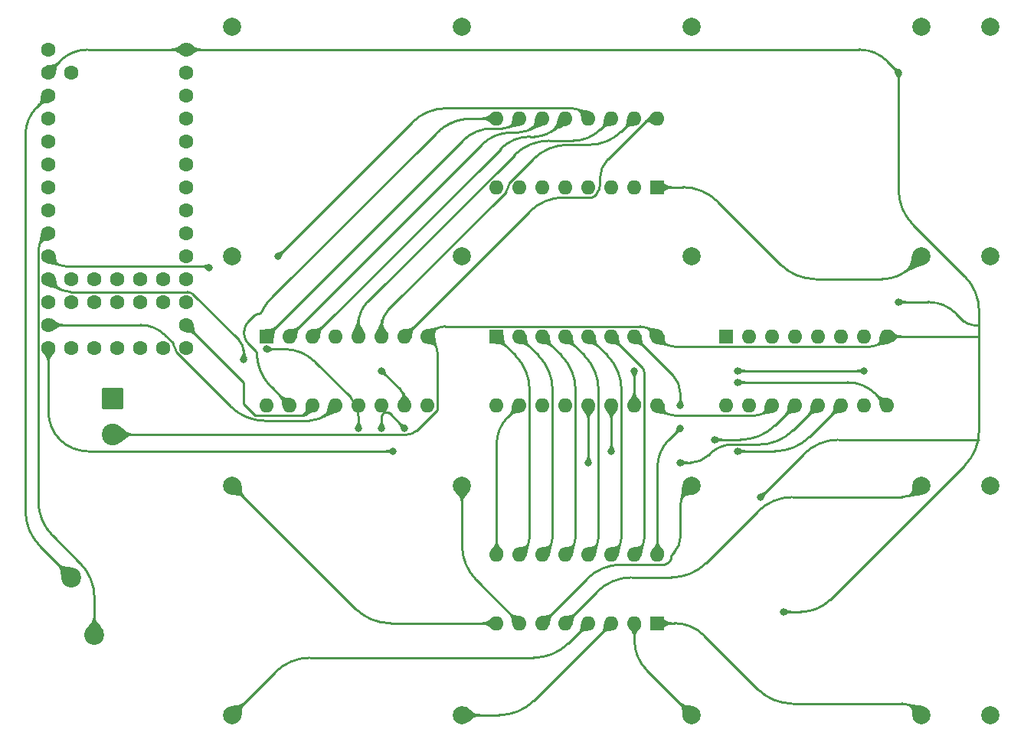
<source format=gbr>
%TF.GenerationSoftware,KiCad,Pcbnew,(6.0.0)*%
%TF.CreationDate,2022-06-21T21:01:45-05:00*%
%TF.ProjectId,Teensey_cube4^3,5465656e-7365-4795-9f63-756265345e33,rev?*%
%TF.SameCoordinates,Original*%
%TF.FileFunction,Copper,L1,Top*%
%TF.FilePolarity,Positive*%
%FSLAX46Y46*%
G04 Gerber Fmt 4.6, Leading zero omitted, Abs format (unit mm)*
G04 Created by KiCad (PCBNEW (6.0.0)) date 2022-06-21 21:01:45*
%MOMM*%
%LPD*%
G01*
G04 APERTURE LIST*
G04 Aperture macros list*
%AMRoundRect*
0 Rectangle with rounded corners*
0 $1 Rounding radius*
0 $2 $3 $4 $5 $6 $7 $8 $9 X,Y pos of 4 corners*
0 Add a 4 corners polygon primitive as box body*
4,1,4,$2,$3,$4,$5,$6,$7,$8,$9,$2,$3,0*
0 Add four circle primitives for the rounded corners*
1,1,$1+$1,$2,$3*
1,1,$1+$1,$4,$5*
1,1,$1+$1,$6,$7*
1,1,$1+$1,$8,$9*
0 Add four rect primitives between the rounded corners*
20,1,$1+$1,$2,$3,$4,$5,0*
20,1,$1+$1,$4,$5,$6,$7,0*
20,1,$1+$1,$6,$7,$8,$9,0*
20,1,$1+$1,$8,$9,$2,$3,0*%
G04 Aperture macros list end*
%TA.AperFunction,ComponentPad*%
%ADD10C,2.000000*%
%TD*%
%TA.AperFunction,ComponentPad*%
%ADD11C,2.200000*%
%TD*%
%TA.AperFunction,ComponentPad*%
%ADD12C,1.600000*%
%TD*%
%TA.AperFunction,ComponentPad*%
%ADD13R,1.600000X1.600000*%
%TD*%
%TA.AperFunction,ComponentPad*%
%ADD14O,1.600000X1.600000*%
%TD*%
%TA.AperFunction,ComponentPad*%
%ADD15RoundRect,0.250001X-0.949999X0.949999X-0.949999X-0.949999X0.949999X-0.949999X0.949999X0.949999X0*%
%TD*%
%TA.AperFunction,ComponentPad*%
%ADD16C,2.400000*%
%TD*%
%TA.AperFunction,ViaPad*%
%ADD17C,0.800000*%
%TD*%
%TA.AperFunction,Conductor*%
%ADD18C,0.250000*%
%TD*%
G04 APERTURE END LIST*
D10*
%TO.P,J6,1,Pin_1*%
%TO.N,6*%
X138430000Y-88900000D03*
%TD*%
%TO.P,J8,1,Pin_1*%
%TO.N,8*%
X189230000Y-88900000D03*
%TD*%
%TO.P,J3,1,Pin_1*%
%TO.N,3*%
X163830000Y-63500000D03*
%TD*%
%TO.P,J19,1,Pin_1*%
%TO.N,PLANE 3*%
X196850000Y-114300000D03*
%TD*%
%TO.P,J14,1,Pin_1*%
%TO.N,14*%
X138430000Y-139700000D03*
%TD*%
%TO.P,J13,1,Pin_1*%
%TO.N,13*%
X113030000Y-139700000D03*
%TD*%
%TO.P,J20,1,Pin_1*%
%TO.N,PLANE 4*%
X196850000Y-139700000D03*
%TD*%
%TO.P,J2,1,Pin_1*%
%TO.N,2*%
X138430000Y-63500000D03*
%TD*%
%TO.P,J7,1,Pin_1*%
%TO.N,7*%
X163830000Y-88900000D03*
%TD*%
%TO.P,J12,1,Pin_1*%
%TO.N,12*%
X189230000Y-114300000D03*
%TD*%
%TO.P,J16,1,Pin_1*%
%TO.N,16*%
X189230000Y-139700000D03*
%TD*%
%TO.P,J11,1,Pin_1*%
%TO.N,11*%
X163830000Y-114300000D03*
%TD*%
%TO.P,J15,1,Pin_1*%
%TO.N,15*%
X163830000Y-139700000D03*
%TD*%
%TO.P,J17,1,Pin_1*%
%TO.N,PLANE 1*%
X196850000Y-63500000D03*
%TD*%
%TO.P,J18,1,Pin_1*%
%TO.N,PLANE 2*%
X196850000Y-88900000D03*
%TD*%
%TO.P,J1,1,Pin_1*%
%TO.N,1*%
X113030000Y-63500000D03*
%TD*%
%TO.P,J9,1,Pin_1*%
%TO.N,9*%
X113030000Y-114300000D03*
%TD*%
D11*
%TO.P,SW0,1,A*%
%TO.N,3.3V*%
X95250000Y-124460000D03*
%TO.P,SW0,2,B*%
%TO.N,BUTTON*%
X97790000Y-130810000D03*
%TD*%
D10*
%TO.P,J10,1,Pin_1*%
%TO.N,10*%
X138430000Y-114300000D03*
%TD*%
%TO.P,J5,1,Pin_1*%
%TO.N,5*%
X113030000Y-88900000D03*
%TD*%
%TO.P,J4,1,Pin_1*%
%TO.N,4*%
X189230000Y-63500000D03*
%TD*%
D12*
%TO.P,T0,1,GND*%
%TO.N,GND*%
X107950000Y-66040000D03*
%TO.P,T0,2,D0*%
%TO.N,unconnected-(T0-Pad2)*%
X107950000Y-68580000D03*
%TO.P,T0,3,D1*%
%TO.N,unconnected-(T0-Pad3)*%
X107950000Y-71120000D03*
%TO.P,T0,4,D2*%
%TO.N,unconnected-(T0-Pad4)*%
X107950000Y-73660000D03*
%TO.P,T0,5,D3*%
%TO.N,unconnected-(T0-Pad5)*%
X107950000Y-76200000D03*
%TO.P,T0,6,D4*%
%TO.N,unconnected-(T0-Pad6)*%
X107950000Y-78740000D03*
%TO.P,T0,7,D5*%
%TO.N,unconnected-(T0-Pad7)*%
X107950000Y-81280000D03*
%TO.P,T0,8,D6*%
%TO.N,unconnected-(T0-Pad8)*%
X107950000Y-83820000D03*
%TO.P,T0,9,D7*%
%TO.N,unconnected-(T0-Pad9)*%
X107950000Y-86360000D03*
%TO.P,T0,10,D8*%
%TO.N,unconnected-(T0-Pad10)*%
X107950000Y-88900000D03*
%TO.P,T0,11,D9*%
%TO.N,unconnected-(T0-Pad11)*%
X107950000Y-91440000D03*
%TO.P,T0,12,D10*%
%TO.N,unconnected-(T0-Pad12)*%
X107950000Y-93980000D03*
%TO.P,T0,13,D11*%
%TO.N,MOSI*%
X107950000Y-96520000D03*
%TO.P,T0,14,D12*%
%TO.N,MISO*%
X107950000Y-99060000D03*
%TO.P,T0,15*%
%TO.N,N/C*%
X105410000Y-99060000D03*
%TO.P,T0,16*%
X102870000Y-99060000D03*
%TO.P,T0,17*%
X100330000Y-99060000D03*
%TO.P,T0,18*%
X97790000Y-99060000D03*
%TO.P,T0,19*%
X95250000Y-99060000D03*
%TO.P,T0,20,D13*%
%TO.N,SCK*%
X92710000Y-99060000D03*
%TO.P,T0,21,D14*%
%TO.N,OE*%
X92710000Y-96520000D03*
%TO.P,T0,22*%
%TO.N,N/C*%
X92710000Y-93980000D03*
%TO.P,T0,23,D15*%
%TO.N,SRCLR*%
X92710000Y-91440000D03*
%TO.P,T0,24,D16*%
%TO.N,RCLK*%
X92710000Y-88900000D03*
%TO.P,T0,25,D17*%
%TO.N,BUTTON*%
X92710000Y-86360000D03*
%TO.P,T0,26,D18*%
%TO.N,unconnected-(T0-Pad26)*%
X92710000Y-83820000D03*
%TO.P,T0,27,D19*%
%TO.N,unconnected-(T0-Pad27)*%
X92710000Y-81280000D03*
%TO.P,T0,28,D20*%
%TO.N,unconnected-(T0-Pad28)*%
X92710000Y-78740000D03*
%TO.P,T0,29,D21*%
%TO.N,unconnected-(T0-Pad29)*%
X92710000Y-76200000D03*
%TO.P,T0,30,D22*%
%TO.N,unconnected-(T0-Pad30)*%
X92710000Y-73660000D03*
%TO.P,T0,31,3.3*%
%TO.N,3.3V*%
X92710000Y-71120000D03*
%TO.P,T0,32,GND*%
%TO.N,GND*%
X92710000Y-68580000D03*
%TO.P,T0,33,Vin*%
%TO.N,+5V*%
X92710000Y-66040000D03*
%TO.P,T0,34*%
%TO.N,N/C*%
X95250000Y-68580000D03*
%TO.P,T0,35*%
X95250000Y-93980000D03*
%TO.P,T0,36*%
X95250000Y-91440000D03*
%TO.P,T0,37*%
X97790000Y-93980000D03*
%TO.P,T0,38*%
X97790000Y-91440000D03*
%TO.P,T0,39*%
X100330000Y-93980000D03*
%TO.P,T0,40*%
X100330000Y-91440000D03*
%TO.P,T0,41*%
X102870000Y-93980000D03*
%TO.P,T0,42*%
X102870000Y-91440000D03*
%TO.P,T0,43*%
X105410000Y-93980000D03*
%TO.P,T0,44*%
X105410000Y-91440000D03*
%TD*%
D13*
%TO.P,U2,1,QB*%
%TO.N,P_3 GATE*%
X167630000Y-97800000D03*
D14*
%TO.P,U2,2,QC*%
%TO.N,P_2 GATE*%
X170170000Y-97800000D03*
%TO.P,U2,3,QD*%
%TO.N,P_1 GATE*%
X172710000Y-97800000D03*
%TO.P,U2,4,QE*%
%TO.N,unconnected-(U2-Pad4)*%
X175250000Y-97800000D03*
%TO.P,U2,5,QF*%
%TO.N,unconnected-(U2-Pad5)*%
X177790000Y-97800000D03*
%TO.P,U2,6,QG*%
%TO.N,unconnected-(U2-Pad6)*%
X180330000Y-97800000D03*
%TO.P,U2,7,QH*%
%TO.N,unconnected-(U2-Pad7)*%
X182870000Y-97800000D03*
%TO.P,U2,8,GND*%
%TO.N,GND*%
X185410000Y-97800000D03*
%TO.P,U2,9,QH'*%
%TO.N,MISO*%
X185410000Y-105420000D03*
%TO.P,U2,10,~{SRCLR}*%
%TO.N,SRCLR*%
X182870000Y-105420000D03*
%TO.P,U2,11,SRCLK*%
%TO.N,SCK*%
X180330000Y-105420000D03*
%TO.P,U2,12,RCLK*%
%TO.N,RCLK*%
X177790000Y-105420000D03*
%TO.P,U2,13,~{OE}*%
%TO.N,OE*%
X175250000Y-105420000D03*
%TO.P,U2,14,SER*%
%TO.N,Net-(U1-Pad9)*%
X172710000Y-105420000D03*
%TO.P,U2,15,QA*%
%TO.N,P_4 GATE*%
X170170000Y-105420000D03*
%TO.P,U2,16,VCC*%
%TO.N,+5V*%
X167630000Y-105420000D03*
%TD*%
D13*
%TO.P,RN2,1,R1.1*%
%TO.N,16*%
X160030000Y-129530000D03*
D14*
%TO.P,RN2,2,R2.1*%
%TO.N,15*%
X157490000Y-129530000D03*
%TO.P,RN2,3,R3.1*%
%TO.N,14*%
X154950000Y-129530000D03*
%TO.P,RN2,4,R4.1*%
%TO.N,13*%
X152410000Y-129530000D03*
%TO.P,RN2,5,R5.1*%
%TO.N,12*%
X149870000Y-129530000D03*
%TO.P,RN2,6,R6.1*%
%TO.N,11*%
X147330000Y-129530000D03*
%TO.P,RN2,7,R7.1*%
%TO.N,10*%
X144790000Y-129530000D03*
%TO.P,RN2,8,R8.1*%
%TO.N,9*%
X142250000Y-129530000D03*
%TO.P,RN2,9,R8.2*%
%TO.N,LED9*%
X142250000Y-121910000D03*
%TO.P,RN2,10,R7.2*%
%TO.N,LED10*%
X144790000Y-121910000D03*
%TO.P,RN2,11,R6.2*%
%TO.N,LED11*%
X147330000Y-121910000D03*
%TO.P,RN2,12,R5.2*%
%TO.N,LED12*%
X149870000Y-121910000D03*
%TO.P,RN2,13,R4.2*%
%TO.N,LED13*%
X152410000Y-121910000D03*
%TO.P,RN2,14,R3.2*%
%TO.N,LED14*%
X154950000Y-121910000D03*
%TO.P,RN2,15,R2.2*%
%TO.N,LED15*%
X157490000Y-121910000D03*
%TO.P,RN2,16,R1.2*%
%TO.N,LED16*%
X160030000Y-121910000D03*
%TD*%
D13*
%TO.P,RN1,1,R1.1*%
%TO.N,8*%
X160030000Y-81270000D03*
D14*
%TO.P,RN1,2,R2.1*%
%TO.N,7*%
X157490000Y-81270000D03*
%TO.P,RN1,3,R3.1*%
%TO.N,6*%
X154950000Y-81270000D03*
%TO.P,RN1,4,R4.1*%
%TO.N,5*%
X152410000Y-81270000D03*
%TO.P,RN1,5,R5.1*%
%TO.N,4*%
X149870000Y-81270000D03*
%TO.P,RN1,6,R6.1*%
%TO.N,3*%
X147330000Y-81270000D03*
%TO.P,RN1,7,R7.1*%
%TO.N,2*%
X144790000Y-81270000D03*
%TO.P,RN1,8,R8.1*%
%TO.N,1*%
X142250000Y-81270000D03*
%TO.P,RN1,9,R8.2*%
%TO.N,LED1*%
X142250000Y-73650000D03*
%TO.P,RN1,10,R7.2*%
%TO.N,LED2*%
X144790000Y-73650000D03*
%TO.P,RN1,11,R6.2*%
%TO.N,LED3*%
X147330000Y-73650000D03*
%TO.P,RN1,12,R5.2*%
%TO.N,LED4*%
X149870000Y-73650000D03*
%TO.P,RN1,13,R4.2*%
%TO.N,LED5*%
X152410000Y-73650000D03*
%TO.P,RN1,14,R3.2*%
%TO.N,LED6*%
X154950000Y-73650000D03*
%TO.P,RN1,15,R2.2*%
%TO.N,LED7*%
X157490000Y-73650000D03*
%TO.P,RN1,16,R1.2*%
%TO.N,LED8*%
X160030000Y-73650000D03*
%TD*%
D15*
%TO.P,J0,1,Pin_1*%
%TO.N,+5V*%
X99812500Y-104700000D03*
D16*
%TO.P,J0,2,Pin_2*%
%TO.N,GND*%
X99812500Y-108660000D03*
%TD*%
D13*
%TO.P,U1,1,QB*%
%TO.N,LED10*%
X142230000Y-97800000D03*
D14*
%TO.P,U1,2,QC*%
%TO.N,LED11*%
X144770000Y-97800000D03*
%TO.P,U1,3,QD*%
%TO.N,LED12*%
X147310000Y-97800000D03*
%TO.P,U1,4,QE*%
%TO.N,LED13*%
X149850000Y-97800000D03*
%TO.P,U1,5,QF*%
%TO.N,LED14*%
X152390000Y-97800000D03*
%TO.P,U1,6,QG*%
%TO.N,LED15*%
X154930000Y-97800000D03*
%TO.P,U1,7,QH*%
%TO.N,LED16*%
X157470000Y-97800000D03*
%TO.P,U1,8,GND*%
%TO.N,GND*%
X160010000Y-97800000D03*
%TO.P,U1,9,QH'*%
%TO.N,Net-(U1-Pad9)*%
X160010000Y-105420000D03*
%TO.P,U1,10,~{SRCLR}*%
%TO.N,SRCLR*%
X157470000Y-105420000D03*
%TO.P,U1,11,SRCLK*%
%TO.N,SCK*%
X154930000Y-105420000D03*
%TO.P,U1,12,RCLK*%
%TO.N,RCLK*%
X152390000Y-105420000D03*
%TO.P,U1,13,~{OE}*%
%TO.N,OE*%
X149850000Y-105420000D03*
%TO.P,U1,14,SER*%
%TO.N,Net-(U0-Pad9)*%
X147310000Y-105420000D03*
%TO.P,U1,15,QA*%
%TO.N,LED9*%
X144770000Y-105420000D03*
%TO.P,U1,16,VCC*%
%TO.N,+5V*%
X142230000Y-105420000D03*
%TD*%
D13*
%TO.P,U0,1,QB*%
%TO.N,LED2*%
X116830000Y-97800000D03*
D14*
%TO.P,U0,2,QC*%
%TO.N,LED3*%
X119370000Y-97800000D03*
%TO.P,U0,3,QD*%
%TO.N,LED4*%
X121910000Y-97800000D03*
%TO.P,U0,4,QE*%
%TO.N,LED5*%
X124450000Y-97800000D03*
%TO.P,U0,5,QF*%
%TO.N,LED6*%
X126990000Y-97800000D03*
%TO.P,U0,6,QG*%
%TO.N,LED7*%
X129530000Y-97800000D03*
%TO.P,U0,7,QH*%
%TO.N,LED8*%
X132070000Y-97800000D03*
%TO.P,U0,8,GND*%
%TO.N,GND*%
X134610000Y-97800000D03*
%TO.P,U0,9,QH'*%
%TO.N,Net-(U0-Pad9)*%
X134610000Y-105420000D03*
%TO.P,U0,10,~{SRCLR}*%
%TO.N,SRCLR*%
X132070000Y-105420000D03*
%TO.P,U0,11,SRCLK*%
%TO.N,SCK*%
X129530000Y-105420000D03*
%TO.P,U0,12,RCLK*%
%TO.N,RCLK*%
X126990000Y-105420000D03*
%TO.P,U0,13,~{OE}*%
%TO.N,OE*%
X124450000Y-105420000D03*
%TO.P,U0,14,SER*%
%TO.N,MOSI*%
X121910000Y-105420000D03*
%TO.P,U0,15,QA*%
%TO.N,LED1*%
X119370000Y-105420000D03*
%TO.P,U0,16,VCC*%
%TO.N,+5V*%
X116830000Y-105420000D03*
%TD*%
D17*
%TO.N,GND*%
X186690000Y-93980000D03*
X186690000Y-68580000D03*
X171450000Y-115570000D03*
X173990000Y-128270000D03*
%TO.N,LED5*%
X118110000Y-88900000D03*
%TO.N,LED16*%
X162560000Y-107950000D03*
X162560000Y-105410000D03*
%TO.N,MISO*%
X168910000Y-102870000D03*
%TO.N,SCK*%
X129540000Y-107935500D03*
X132080000Y-107935500D03*
X130810000Y-110490000D03*
X168910000Y-110490000D03*
X154940000Y-110490000D03*
%TO.N,OE*%
X166370000Y-109220000D03*
%TO.N,SRCLR*%
X129540000Y-101600000D03*
X182880000Y-101600000D03*
X114300000Y-100330000D03*
X157480000Y-101600000D03*
X168910000Y-101600000D03*
%TO.N,RCLK*%
X127000000Y-107935500D03*
X152400000Y-111760000D03*
X110490000Y-90170000D03*
X162560000Y-111760000D03*
X116840000Y-99199502D03*
%TD*%
D18*
%TO.N,GND*%
X101373635Y-66040000D02*
X101364482Y-66040000D01*
X107469469Y-66040000D02*
X107460316Y-66040000D01*
X110416705Y-66040000D02*
X110425857Y-66040000D01*
X110636375Y-66040000D02*
X110627222Y-66040000D01*
X103817460Y-66040000D02*
X103808307Y-66040000D01*
X108622736Y-66040000D02*
X108631888Y-66040000D01*
X108906476Y-66040000D02*
X108897322Y-66040000D01*
X104760209Y-66040000D02*
X104769362Y-66040000D01*
X107176576Y-66040000D02*
X107167423Y-66040000D01*
X109611250Y-66040000D02*
X109620402Y-66040000D01*
X113162578Y-66040000D02*
X113153425Y-66040000D01*
X110892657Y-66040000D02*
X110883504Y-66040000D01*
X113656833Y-66040000D02*
X113665988Y-66040000D01*
X105666346Y-66040000D02*
X105657194Y-66040000D01*
X103442191Y-66040000D02*
X103433038Y-66040000D01*
X103185909Y-66040000D02*
X103195063Y-66040000D01*
X111716418Y-66040000D02*
X111725571Y-66040000D01*
X103057769Y-66040000D02*
X103066921Y-66040000D01*
X103240827Y-66040000D02*
X103249979Y-66040000D01*
X113757516Y-66040000D02*
X113748364Y-66040000D01*
X103368967Y-66040000D02*
X103378120Y-66040000D01*
X109638709Y-66040000D02*
X109629555Y-66040000D01*
X112704931Y-66040000D02*
X112695778Y-66040000D01*
X105767030Y-66040000D02*
X105776182Y-66040000D01*
X111496748Y-66040000D02*
X111487595Y-66040000D01*
X108933934Y-66040000D02*
X108924781Y-66040000D01*
X195562928Y-97800000D02*
X186205149Y-97800000D01*
X110068894Y-66040000D02*
X110059741Y-66040000D01*
X113144271Y-66040000D02*
X113153425Y-66040000D01*
X110389246Y-66040000D02*
X110380094Y-66040000D01*
X109382427Y-66040000D02*
X109373274Y-66040000D01*
X110700445Y-66040000D02*
X110691292Y-66040000D01*
X108174244Y-66040000D02*
X108165090Y-66040000D01*
X112851378Y-66040000D02*
X112842225Y-66040000D01*
X107515235Y-66040000D02*
X107506080Y-66040000D01*
X104247646Y-66040000D02*
X104238493Y-66040000D01*
X104302565Y-66040000D02*
X104311717Y-66040000D01*
X104412399Y-66040000D02*
X104421551Y-66040000D01*
X113446318Y-66040000D02*
X113437164Y-66040000D01*
X109949907Y-66040000D02*
X109940755Y-66040000D01*
X113583610Y-66040000D02*
X113574457Y-66040000D01*
X108183397Y-66040000D02*
X108174244Y-66040000D01*
X105959239Y-66040000D02*
X105950087Y-66040000D01*
X109794308Y-66040000D02*
X109803460Y-66040000D01*
X101529233Y-66040000D02*
X101520081Y-66040000D01*
X101831279Y-66040000D02*
X101822126Y-66040000D01*
X103899836Y-66040000D02*
X103908988Y-66040000D01*
X103954753Y-66040000D02*
X103945600Y-66040000D01*
X108119326Y-66040000D02*
X108110174Y-66040000D01*
X111679806Y-66040000D02*
X111670653Y-66040000D01*
X105895169Y-66040000D02*
X105886016Y-66040000D01*
X106142298Y-66040000D02*
X106133146Y-66040000D01*
X108128479Y-66040000D02*
X108119326Y-66040000D01*
X102838100Y-66040000D02*
X102847252Y-66040000D01*
X111423525Y-66040000D02*
X111414372Y-66040000D01*
X106316203Y-66040000D02*
X106307050Y-66040000D01*
X114242619Y-66040000D02*
X114251774Y-66040000D01*
X106718932Y-66040000D02*
X106709779Y-66040000D01*
X114187703Y-66040000D02*
X114196855Y-66040000D01*
X114691113Y-66040000D02*
X114681959Y-66040000D01*
X102343842Y-66040000D02*
X102352995Y-66040000D01*
X113839892Y-66040000D02*
X113830739Y-66040000D01*
X111258773Y-66040000D02*
X111249620Y-66040000D01*
X109235980Y-66040000D02*
X109226827Y-66040000D01*
X104833432Y-66040000D02*
X104824279Y-66040000D01*
X113382248Y-66040000D02*
X113391400Y-66040000D01*
X103497109Y-66040000D02*
X103487956Y-66040000D01*
X112686626Y-66040000D02*
X112677473Y-66040000D01*
X105053102Y-66040000D02*
X105043949Y-66040000D01*
X101996032Y-66040000D02*
X101986879Y-66040000D01*
X102508594Y-66040000D02*
X102499441Y-66040000D01*
X101776362Y-66040000D02*
X101767209Y-66040000D01*
X110956727Y-66040000D02*
X110947573Y-66040000D01*
X103643555Y-66040000D02*
X103652707Y-66040000D01*
X107423704Y-66040000D02*
X107414552Y-66040000D01*
X103991364Y-66040000D02*
X103982211Y-66040000D01*
X107597611Y-66040000D02*
X107588458Y-66040000D01*
X110856045Y-66040000D02*
X110846892Y-66040000D01*
X114178550Y-66040000D02*
X114169396Y-66040000D01*
X111826252Y-66040000D02*
X111817099Y-66040000D01*
X111588277Y-66040000D02*
X111597429Y-66040000D01*
X110114659Y-66040000D02*
X110105506Y-66040000D01*
X102966239Y-66040000D02*
X102957086Y-66040000D01*
X104851738Y-66040000D02*
X104842585Y-66040000D01*
X106810460Y-66040000D02*
X106801307Y-66040000D01*
X112375427Y-66040000D02*
X112366274Y-66040000D01*
X112576792Y-66040000D02*
X112567639Y-66040000D01*
X105785335Y-66040000D02*
X105794488Y-66040000D01*
X106078228Y-66040000D02*
X106069075Y-66040000D01*
X102096714Y-66040000D02*
X102087560Y-66040000D01*
X111698113Y-66040000D02*
X111688960Y-66040000D01*
X104412399Y-66040000D02*
X104403246Y-66040000D01*
X110654680Y-66040000D02*
X110645527Y-66040000D01*
X105291078Y-66040000D02*
X105281925Y-66040000D01*
X103423886Y-66040000D02*
X103433038Y-66040000D01*
X109547178Y-66040000D02*
X109538026Y-66040000D01*
X112887990Y-66040000D02*
X112878837Y-66040000D01*
X102819792Y-66040000D02*
X102810639Y-66040000D01*
X104952421Y-66040000D02*
X104943267Y-66040000D01*
X107002672Y-66040000D02*
X106993518Y-66040000D01*
X113235801Y-66040000D02*
X113244953Y-66040000D01*
X103606943Y-66040000D02*
X103597790Y-66040000D01*
X102554359Y-66040000D02*
X102545207Y-66040000D01*
X103048616Y-66040000D02*
X103039462Y-66040000D01*
X104870043Y-66040000D02*
X104860890Y-66040000D01*
X106169757Y-66040000D02*
X106160604Y-66040000D01*
X114590431Y-66040000D02*
X114581278Y-66040000D01*
X105345995Y-66040000D02*
X105355148Y-66040000D01*
X110801127Y-66040000D02*
X110791974Y-66040000D01*
X106755543Y-66040000D02*
X106746390Y-66040000D01*
X114416525Y-66040000D02*
X114407373Y-66040000D01*
X114883324Y-66040000D02*
X114892476Y-66040000D01*
X106645709Y-66040000D02*
X106636556Y-66040000D01*
X114425678Y-66040000D02*
X114416525Y-66040000D01*
X107231495Y-66040000D02*
X107222342Y-66040000D01*
X109409885Y-66040000D02*
X109400732Y-66040000D01*
X112631708Y-66040000D02*
X112622555Y-66040000D01*
X108805794Y-66040000D02*
X108814946Y-66040000D01*
X100934295Y-66040000D02*
X100925142Y-66040000D01*
X102188242Y-66040000D02*
X102179090Y-66040000D01*
X102856405Y-66040000D02*
X102847252Y-66040000D01*
X104348328Y-66040000D02*
X104339176Y-66040000D01*
X107982032Y-66040000D02*
X107991185Y-66040000D01*
X113135118Y-66040000D02*
X113125966Y-66040000D01*
X112320510Y-66040000D02*
X112311357Y-66040000D01*
X113418859Y-66040000D02*
X113409706Y-66040000D01*
X111972699Y-66040000D02*
X111981853Y-66040000D01*
X110746211Y-66040000D02*
X110755363Y-66040000D01*
X109501415Y-66040000D02*
X109510567Y-66040000D01*
X108384759Y-66040000D02*
X108393914Y-66040000D01*
X108540360Y-66040000D02*
X108531206Y-66040000D01*
X113473776Y-66040000D02*
X113464623Y-66040000D01*
X107725750Y-66040000D02*
X107716597Y-66040000D01*
X103030309Y-66040000D02*
X103021157Y-66040000D01*
X103753390Y-66040000D02*
X103744237Y-66040000D01*
X113995492Y-66040000D02*
X113986339Y-66040000D01*
X111661501Y-66040000D02*
X111652348Y-66040000D01*
X107670834Y-66040000D02*
X107661681Y-66040000D01*
X102984546Y-66040000D02*
X102975393Y-66040000D01*
X112210676Y-66040000D02*
X112201523Y-66040000D01*
X105446676Y-66040000D02*
X105437524Y-66040000D01*
X107551846Y-66040000D02*
X107542693Y-66040000D01*
X194945000Y-96520000D02*
X195580000Y-96520000D01*
X109666167Y-66040000D02*
X109657014Y-66040000D01*
X105364301Y-66040000D02*
X105373453Y-66040000D01*
X105547360Y-66040000D02*
X105538207Y-66040000D01*
X102380453Y-66040000D02*
X102389607Y-66040000D01*
X104732751Y-66040000D02*
X104723597Y-66040000D01*
X111853711Y-66040000D02*
X111844559Y-66040000D01*
X104375788Y-66040000D02*
X104366635Y-66040000D01*
X108641041Y-66040000D02*
X108631888Y-66040000D01*
X103231674Y-66040000D02*
X103222521Y-66040000D01*
X108293231Y-66040000D02*
X108302383Y-66040000D01*
X105108020Y-66040000D02*
X105098867Y-66040000D01*
X105638888Y-66040000D02*
X105629735Y-66040000D01*
X101218035Y-66040000D02*
X101208881Y-66040000D01*
X104961574Y-66040000D02*
X104970726Y-66040000D01*
X108146785Y-66040000D02*
X108155937Y-66040000D01*
X113345635Y-66040000D02*
X113336482Y-66040000D01*
X112714085Y-66040000D02*
X112704931Y-66040000D01*
X104705292Y-66040000D02*
X104696139Y-66040000D01*
X104302565Y-66040000D02*
X104293412Y-66040000D01*
X112476108Y-66040000D02*
X112466956Y-66040000D01*
X111222161Y-66040000D02*
X111231313Y-66040000D01*
X107414552Y-66040000D02*
X107405399Y-66040000D01*
X110306871Y-66040000D02*
X110316023Y-66040000D01*
X110251953Y-66040000D02*
X110261106Y-66040000D01*
X101584151Y-66040000D02*
X101574997Y-66040000D01*
X104430704Y-66040000D02*
X104421551Y-66040000D01*
X110782822Y-66040000D02*
X110791974Y-66040000D01*
X109208522Y-66040000D02*
X109199369Y-66040000D01*
X112128299Y-66040000D02*
X112119145Y-66040000D01*
X104760209Y-66040000D02*
X104751056Y-66040000D01*
X113052742Y-66040000D02*
X113061894Y-66040000D01*
X111432678Y-66040000D02*
X111423525Y-66040000D01*
X111377760Y-66040000D02*
X111368608Y-66040000D01*
X106114839Y-66040000D02*
X106123993Y-66040000D01*
X110526541Y-66040000D02*
X110535693Y-66040000D01*
X114059562Y-66040000D02*
X114050409Y-66040000D01*
X113464623Y-66040000D02*
X113455471Y-66040000D01*
X103314050Y-66040000D02*
X103304897Y-66040000D01*
X102471983Y-66040000D02*
X102481135Y-66040000D01*
X111789641Y-66040000D02*
X111798794Y-66040000D01*
X102234006Y-66040000D02*
X102224853Y-66040000D01*
X101758056Y-66040000D02*
X101748903Y-66040000D01*
X114645348Y-66040000D02*
X114636195Y-66040000D01*
X107835586Y-66040000D02*
X107826433Y-66040000D01*
X107432857Y-66040000D02*
X107442011Y-66040000D01*
X109940755Y-66040000D02*
X109931602Y-66040000D01*
X111405220Y-66040000D02*
X111396067Y-66040000D01*
X101465163Y-66040000D02*
X101474316Y-66040000D01*
X114480596Y-66040000D02*
X114471443Y-66040000D01*
X101611609Y-66040000D02*
X101602456Y-66040000D01*
X101025823Y-66040000D02*
X101034976Y-66040000D01*
X109483108Y-66040000D02*
X109473955Y-66040000D01*
X112366274Y-66040000D02*
X112357122Y-66040000D01*
X106261285Y-66040000D02*
X106270439Y-66040000D01*
X106975213Y-66040000D02*
X106966060Y-66040000D01*
X107121659Y-66040000D02*
X107130811Y-66040000D01*
X104073742Y-66040000D02*
X104064588Y-66040000D01*
X193986207Y-112083792D02*
X179147038Y-126922961D01*
X109528873Y-66040000D02*
X109519720Y-66040000D01*
X112009311Y-66040000D02*
X112000158Y-66040000D01*
X108265772Y-66040000D02*
X108256620Y-66040000D01*
X105583971Y-66040000D02*
X105574818Y-66040000D01*
X109226827Y-66040000D02*
X109217674Y-66040000D01*
X108457983Y-66040000D02*
X108448830Y-66040000D01*
X105391760Y-66040000D02*
X105382606Y-66040000D01*
X109464803Y-66040000D02*
X109473955Y-66040000D01*
X105245314Y-66040000D02*
X105236160Y-66040000D01*
X111917783Y-66040000D02*
X111908630Y-66040000D01*
X107689139Y-66040000D02*
X107679986Y-66040000D01*
X105602276Y-66040000D02*
X105593123Y-66040000D01*
X103936448Y-66040000D02*
X103945600Y-66040000D01*
X106188062Y-66040000D02*
X106178909Y-66040000D01*
X113125966Y-66040000D02*
X113116813Y-66040000D01*
X104339176Y-66040000D02*
X104330023Y-66040000D01*
X101666528Y-66040000D02*
X101657375Y-66040000D01*
X114645348Y-66040000D02*
X114654501Y-66040000D01*
X103753390Y-66040000D02*
X103762542Y-66040000D01*
X109290898Y-66040000D02*
X109281746Y-66040000D01*
X114334150Y-66040000D02*
X114324997Y-66040000D01*
X108723418Y-66040000D02*
X108714265Y-66040000D01*
X105492442Y-66040000D02*
X105483289Y-66040000D01*
X106627401Y-66040000D02*
X106636556Y-66040000D01*
X106096534Y-66040000D02*
X106087381Y-66040000D01*
X103735084Y-66040000D02*
X103725931Y-66040000D01*
X109812613Y-66040000D02*
X109803460Y-66040000D01*
X104613763Y-66040000D02*
X104622916Y-66040000D01*
X102471983Y-66040000D02*
X102462830Y-66040000D01*
X113702599Y-66040000D02*
X113693446Y-66040000D01*
X107213187Y-66040000D02*
X107204034Y-66040000D01*
X102764876Y-66040000D02*
X102755723Y-66040000D01*
X101721444Y-66040000D02*
X101712291Y-66040000D01*
X110947573Y-66040000D02*
X110938420Y-66040000D01*
X105419218Y-66040000D02*
X105410065Y-66040000D01*
X106682320Y-66040000D02*
X106673167Y-66040000D01*
X105693806Y-66040000D02*
X105684653Y-66040000D01*
X108421372Y-66040000D02*
X108412219Y-66040000D01*
X109867532Y-66040000D02*
X109876684Y-66040000D01*
X106233827Y-66040000D02*
X106224674Y-66040000D01*
X110288564Y-66040000D02*
X110279411Y-66040000D01*
X101941113Y-66040000D02*
X101950268Y-66040000D01*
X102032644Y-66040000D02*
X102041796Y-66040000D01*
X114434831Y-66040000D02*
X114425678Y-66040000D01*
X111084867Y-66040000D02*
X111075715Y-66040000D01*
X111359455Y-66040000D02*
X111350302Y-66040000D01*
X102590970Y-66040000D02*
X102581818Y-66040000D01*
X107615916Y-66040000D02*
X107606763Y-66040000D01*
X109263438Y-66040000D02*
X109272593Y-66040000D01*
X108512901Y-66040000D02*
X108522053Y-66040000D01*
X113693446Y-66040000D02*
X113684293Y-66040000D01*
X107487775Y-66040000D02*
X107478622Y-66040000D01*
X108787488Y-66040000D02*
X108778335Y-66040000D01*
X102618430Y-66040000D02*
X102609277Y-66040000D01*
X107011825Y-66040000D02*
X107002672Y-66040000D01*
X195580000Y-94963963D02*
X195580000Y-108236036D01*
X114498901Y-66040000D02*
X114489748Y-66040000D01*
X111176397Y-66040000D02*
X111167243Y-66040000D01*
X110846892Y-66040000D02*
X110837739Y-66040000D01*
X105968392Y-66040000D02*
X105959239Y-66040000D01*
X110654680Y-66040000D02*
X110663834Y-66040000D01*
X106828766Y-66040000D02*
X106837918Y-66040000D01*
X109894990Y-66040000D02*
X109885837Y-66040000D01*
X110581457Y-66040000D02*
X110572304Y-66040000D01*
X105144631Y-66040000D02*
X105153783Y-66040000D01*
X113180883Y-66040000D02*
X113171730Y-66040000D01*
X114334150Y-66040000D02*
X114343302Y-66040000D01*
X108567818Y-66040000D02*
X108558665Y-66040000D01*
X113574457Y-66040000D02*
X113565305Y-66040000D01*
X101208881Y-66040000D02*
X101199728Y-66040000D01*
X107396246Y-66040000D02*
X107405399Y-66040000D01*
X102288925Y-66040000D02*
X102298077Y-66040000D01*
X106114839Y-66040000D02*
X106105686Y-66040000D01*
X103533720Y-66040000D02*
X103542872Y-66040000D01*
X104357481Y-66040000D02*
X104366635Y-66040000D01*
X105474137Y-66040000D02*
X105483289Y-66040000D01*
X110215341Y-66040000D02*
X110206188Y-66040000D01*
X108915629Y-66040000D02*
X108924781Y-66040000D01*
X101007518Y-66040000D02*
X100998365Y-66040000D01*
X101556692Y-66040000D02*
X101565844Y-66040000D01*
X101739751Y-66040000D02*
X101730598Y-66040000D01*
X101657375Y-66040000D02*
X101648220Y-66040000D01*
X106371121Y-66040000D02*
X106361968Y-66040000D01*
X106005004Y-66040000D02*
X106014157Y-66040000D01*
X106801307Y-66040000D02*
X106792155Y-66040000D01*
X111304536Y-66040000D02*
X111295384Y-66040000D01*
X107469469Y-66040000D02*
X107478622Y-66040000D01*
X107048436Y-66040000D02*
X107039283Y-66040000D01*
X111679806Y-66040000D02*
X111688960Y-66040000D01*
X104046283Y-66040000D02*
X104037130Y-66040000D01*
X105986699Y-66040000D02*
X105995851Y-66040000D01*
X103506261Y-66040000D02*
X103497109Y-66040000D01*
X107634222Y-66040000D02*
X107625069Y-66040000D01*
X107176576Y-66040000D02*
X107185729Y-66040000D01*
X111441831Y-66040000D02*
X111450983Y-66040000D01*
X109977366Y-66040000D02*
X109986518Y-66040000D01*
X106517567Y-66040000D02*
X106508414Y-66040000D01*
X112082534Y-66040000D02*
X112073381Y-66040000D01*
X107982032Y-66040000D02*
X107972879Y-66040000D01*
X101318716Y-66040000D02*
X101309563Y-66040000D01*
X104384940Y-66040000D02*
X104375788Y-66040000D01*
X113803280Y-66040000D02*
X113812434Y-66040000D01*
X105162936Y-66040000D02*
X105153783Y-66040000D01*
X108476290Y-66040000D02*
X108485442Y-66040000D01*
X104165270Y-66040000D02*
X104156118Y-66040000D01*
X102801487Y-66040000D02*
X102792334Y-66040000D01*
X108137632Y-66040000D02*
X108128479Y-66040000D01*
X111936088Y-66040000D02*
X111926935Y-66040000D01*
X105931781Y-66040000D02*
X105922628Y-66040000D01*
X114114480Y-66040000D02*
X114105327Y-66040000D01*
X112100840Y-66040000D02*
X112109992Y-66040000D01*
X103359814Y-66040000D02*
X103350662Y-66040000D01*
X107890504Y-66040000D02*
X107899656Y-66040000D01*
X113620222Y-66040000D02*
X113611069Y-66040000D01*
X101611609Y-66040000D02*
X101620762Y-66040000D01*
X103963906Y-66040000D02*
X103954753Y-66040000D01*
X106059923Y-66040000D02*
X106050770Y-66040000D01*
X103176756Y-66040000D02*
X103167604Y-66040000D01*
X112018464Y-66040000D02*
X112009311Y-66040000D01*
X106828766Y-66040000D02*
X106819613Y-66040000D01*
X102105867Y-66040000D02*
X102115019Y-66040000D01*
X112878837Y-66040000D02*
X112869685Y-66040000D01*
X101263799Y-66040000D02*
X101254646Y-66040000D01*
X110682139Y-66040000D02*
X110672987Y-66040000D01*
X113492082Y-66040000D02*
X113501234Y-66040000D01*
X111762183Y-66040000D02*
X111753029Y-66040000D01*
X110041436Y-66040000D02*
X110032283Y-66040000D01*
X112631708Y-66040000D02*
X112640862Y-66040000D01*
X107817281Y-66040000D02*
X107808128Y-66040000D01*
X107634222Y-66040000D02*
X107643374Y-66040000D01*
X108027797Y-66040000D02*
X108018643Y-66040000D01*
X105071408Y-66040000D02*
X105062255Y-66040000D01*
X112338815Y-66040000D02*
X112329662Y-66040000D01*
X111515054Y-66040000D02*
X111505901Y-66040000D01*
X103863225Y-66040000D02*
X103854072Y-66040000D01*
X104668681Y-66040000D02*
X104659528Y-66040000D01*
X114004645Y-66040000D02*
X114013797Y-66040000D01*
X104979879Y-66040000D02*
X104970726Y-66040000D01*
X112265592Y-66040000D02*
X112256439Y-66040000D01*
X104906656Y-66040000D02*
X104897503Y-66040000D01*
X110737058Y-66040000D02*
X110727903Y-66040000D01*
X113986339Y-66040000D02*
X113977186Y-66040000D01*
X105327690Y-66040000D02*
X105318537Y-66040000D01*
X114306690Y-66040000D02*
X114297538Y-66040000D01*
X113492082Y-66040000D02*
X113482929Y-66040000D01*
X110453318Y-66040000D02*
X110462470Y-66040000D01*
X101877044Y-66040000D02*
X101867890Y-66040000D01*
X108073561Y-66040000D02*
X108064408Y-66040000D01*
X107826433Y-66040000D02*
X107817281Y-66040000D01*
X105455829Y-66040000D02*
X105464984Y-66040000D01*
X108512901Y-66040000D02*
X108503748Y-66040000D01*
X108476290Y-66040000D02*
X108467137Y-66040000D01*
X113803280Y-66040000D02*
X113794127Y-66040000D01*
X109007158Y-66040000D02*
X109016311Y-66040000D01*
X105803641Y-66040000D02*
X105794488Y-66040000D01*
X108952240Y-66040000D02*
X108961392Y-66040000D01*
X114553820Y-66040000D02*
X114544667Y-66040000D01*
X103021157Y-66040000D02*
X103012004Y-66040000D01*
X105181244Y-66040000D02*
X105172091Y-66040000D01*
X112512721Y-66040000D02*
X112503569Y-66040000D01*
X111368608Y-66040000D02*
X111359455Y-66040000D01*
X102755723Y-66040000D02*
X102746569Y-66040000D01*
X101227188Y-66040000D02*
X101218035Y-66040000D01*
X106480955Y-66040000D02*
X106490109Y-66040000D01*
X102069255Y-66040000D02*
X102078407Y-66040000D01*
X108329843Y-66040000D02*
X108338995Y-66040000D01*
X105611430Y-66040000D02*
X105602276Y-66040000D01*
X102893016Y-66040000D02*
X102902170Y-66040000D01*
X104686986Y-66040000D02*
X104677833Y-66040000D01*
X107963727Y-66040000D02*
X107954574Y-66040000D01*
X103002851Y-66040000D02*
X103012004Y-66040000D01*
X104458163Y-66040000D02*
X104449011Y-66040000D01*
X108018643Y-66040000D02*
X108009490Y-66040000D01*
X195575000Y-97795000D02*
X195580000Y-97790000D01*
X110105506Y-66040000D02*
X110096353Y-66040000D01*
X103606943Y-66040000D02*
X103616095Y-66040000D01*
X110416705Y-66040000D02*
X110407552Y-66040000D01*
X109464803Y-66040000D02*
X109455650Y-66040000D01*
X107652527Y-66040000D02*
X107643374Y-66040000D01*
X103826613Y-66040000D02*
X103817460Y-66040000D01*
X101245493Y-66040000D02*
X101236340Y-66040000D01*
X105318537Y-66040000D02*
X105309383Y-66040000D01*
X111039104Y-66040000D02*
X111048256Y-66040000D01*
X106792155Y-66040000D02*
X106783002Y-66040000D01*
X114004645Y-66040000D02*
X113995492Y-66040000D01*
X102526899Y-66040000D02*
X102517746Y-66040000D01*
X111405220Y-66040000D02*
X111414372Y-66040000D01*
X114041257Y-66040000D02*
X114050409Y-66040000D01*
X106920294Y-66040000D02*
X106929449Y-66040000D01*
X109208522Y-66040000D02*
X109217674Y-66040000D01*
X109318357Y-66040000D02*
X109327509Y-66040000D01*
X109025464Y-66040000D02*
X109016311Y-66040000D01*
X109693625Y-66040000D02*
X109684473Y-66040000D01*
X109904143Y-66040000D02*
X109913295Y-66040000D01*
X108357301Y-66040000D02*
X108348148Y-66040000D01*
X114663654Y-66040000D02*
X114672806Y-66040000D01*
X111963546Y-66040000D02*
X111954394Y-66040000D01*
X102234006Y-66040000D02*
X102243161Y-66040000D01*
X114535512Y-66040000D02*
X114526359Y-66040000D01*
X111542513Y-66040000D02*
X111533359Y-66040000D01*
X104815127Y-66040000D02*
X104805974Y-66040000D01*
X102819792Y-66040000D02*
X102828947Y-66040000D01*
X109501415Y-66040000D02*
X109492262Y-66040000D01*
X112887990Y-66040000D02*
X112897143Y-66040000D01*
X112942908Y-66040000D02*
X112933755Y-66040000D01*
X112393733Y-66040000D02*
X112402885Y-66040000D01*
X109300051Y-66040000D02*
X109290898Y-66040000D01*
X106590790Y-66040000D02*
X106581637Y-66040000D01*
X103844918Y-66040000D02*
X103854072Y-66040000D01*
X101574997Y-66040000D02*
X101565844Y-66040000D01*
X109519720Y-66040000D02*
X109510567Y-66040000D01*
X104174423Y-66040000D02*
X104165270Y-66040000D01*
X107277258Y-66040000D02*
X107268106Y-66040000D01*
X102838100Y-66040000D02*
X102828947Y-66040000D01*
X108695960Y-66040000D02*
X108686807Y-66040000D01*
X105529053Y-66040000D02*
X105538207Y-66040000D01*
X101355327Y-66040000D02*
X101346174Y-66040000D01*
X105327690Y-66040000D02*
X105336842Y-66040000D01*
X102261466Y-66040000D02*
X102252314Y-66040000D01*
X106480955Y-66040000D02*
X106471802Y-66040000D01*
X101025823Y-66040000D02*
X101016670Y-66040000D01*
X113199189Y-66040000D02*
X113190036Y-66040000D01*
X107853892Y-66040000D02*
X107863044Y-66040000D01*
X113052742Y-66040000D02*
X113043589Y-66040000D01*
X105071408Y-66040000D02*
X105080560Y-66040000D01*
X104119506Y-66040000D02*
X104128658Y-66040000D01*
X109281746Y-66040000D02*
X109272593Y-66040000D01*
X112540180Y-66040000D02*
X112549332Y-66040000D01*
X107304718Y-66040000D02*
X107295565Y-66040000D01*
X111569971Y-66040000D02*
X111579124Y-66040000D01*
X109849224Y-66040000D02*
X109858379Y-66040000D01*
X103222521Y-66040000D02*
X103213368Y-66040000D01*
X103112685Y-66040000D02*
X103103532Y-66040000D01*
X109391580Y-66040000D02*
X109382427Y-66040000D01*
X105034797Y-66040000D02*
X105043949Y-66040000D01*
X106856225Y-66040000D02*
X106847071Y-66040000D01*
X111588277Y-66040000D02*
X111579124Y-66040000D01*
X106892836Y-66040000D02*
X106883683Y-66040000D01*
X111240466Y-66040000D02*
X111231313Y-66040000D01*
X109043769Y-66040000D02*
X109052923Y-66040000D01*
X110013978Y-66040000D02*
X110004825Y-66040000D01*
X108586124Y-66040000D02*
X108576971Y-66040000D01*
X111533359Y-66040000D02*
X111524206Y-66040000D01*
X104796820Y-66040000D02*
X104787667Y-66040000D01*
X106865378Y-66040000D02*
X106874530Y-66040000D01*
X110325176Y-66040000D02*
X110316023Y-66040000D01*
X109135299Y-66040000D02*
X109126146Y-66040000D01*
X112466956Y-66040000D02*
X112457803Y-66040000D01*
X103204216Y-66040000D02*
X103195063Y-66040000D01*
X109437344Y-66040000D02*
X109428192Y-66040000D01*
X102124172Y-66040000D02*
X102133325Y-66040000D01*
X114096173Y-66040000D02*
X114087020Y-66040000D01*
X105007337Y-66040000D02*
X104998185Y-66040000D01*
X109263438Y-66040000D02*
X109254285Y-66040000D01*
X114260927Y-66040000D02*
X114270079Y-66040000D01*
X104229341Y-66040000D02*
X104220188Y-66040000D01*
X111734724Y-66040000D02*
X111743876Y-66040000D01*
X108988853Y-66040000D02*
X108998005Y-66040000D01*
X110993338Y-66040000D02*
X110984185Y-66040000D01*
X103643555Y-66040000D02*
X103634402Y-66040000D01*
X103167604Y-66040000D02*
X103158451Y-66040000D01*
X100952600Y-66040000D02*
X100943447Y-66040000D01*
X104146965Y-66040000D02*
X104137811Y-66040000D01*
X111331997Y-66040000D02*
X111341149Y-66040000D01*
X106938602Y-66040000D02*
X106929449Y-66040000D01*
X103899836Y-66040000D02*
X103890683Y-66040000D01*
X101538386Y-66040000D02*
X101529233Y-66040000D01*
X106773848Y-66040000D02*
X106764695Y-66040000D01*
X193860987Y-96070987D02*
X193040000Y-95250000D01*
X109181062Y-66040000D02*
X109171910Y-66040000D01*
X114169396Y-66040000D02*
X114160243Y-66040000D01*
X102142478Y-66040000D02*
X102133325Y-66040000D01*
X112659167Y-66040000D02*
X112650015Y-66040000D01*
X101446858Y-66040000D02*
X101437705Y-66040000D01*
X114480596Y-66040000D02*
X114489748Y-66040000D01*
X112228981Y-66040000D02*
X112219828Y-66040000D01*
X110764516Y-66040000D02*
X110755363Y-66040000D01*
X114242619Y-66040000D02*
X114233466Y-66040000D01*
X105474137Y-66040000D02*
X105464984Y-66040000D01*
X101959421Y-66040000D02*
X101950268Y-66040000D01*
X104503927Y-66040000D02*
X104494774Y-66040000D01*
X107039283Y-66040000D02*
X107030130Y-66040000D01*
X101391940Y-66040000D02*
X101382787Y-66040000D01*
X104787667Y-66040000D02*
X104778515Y-66040000D01*
X108146785Y-66040000D02*
X108137632Y-66040000D01*
X105858558Y-66040000D02*
X105849405Y-66040000D01*
X112814767Y-66040000D02*
X112805614Y-66040000D01*
X109867532Y-66040000D02*
X109858379Y-66040000D01*
X104549692Y-66040000D02*
X104540539Y-66040000D01*
X104870043Y-66040000D02*
X104879198Y-66040000D01*
X103002851Y-66040000D02*
X102993698Y-66040000D01*
X106279592Y-66040000D02*
X106270439Y-66040000D01*
X105345995Y-66040000D02*
X105336842Y-66040000D01*
X103121840Y-66040000D02*
X103112685Y-66040000D01*
X104229341Y-66040000D02*
X104238493Y-66040000D01*
X113290717Y-66040000D02*
X113299871Y-66040000D01*
X106169757Y-66040000D02*
X106178909Y-66040000D01*
X112430345Y-66040000D02*
X112421192Y-66040000D01*
X102984546Y-66040000D02*
X102993698Y-66040000D01*
X101327869Y-66040000D02*
X101318716Y-66040000D01*
X105821946Y-66040000D02*
X105812793Y-66040000D01*
X109776001Y-66040000D02*
X109766848Y-66040000D01*
X107249800Y-66040000D02*
X107258953Y-66040000D01*
X105858558Y-66040000D02*
X105867711Y-66040000D01*
X106050770Y-66040000D02*
X106041615Y-66040000D01*
X111817099Y-66040000D02*
X111807947Y-66040000D01*
X103295744Y-66040000D02*
X103286591Y-66040000D01*
X114681959Y-66040000D02*
X114672806Y-66040000D01*
X108448830Y-66040000D02*
X108439678Y-66040000D01*
X107085048Y-66040000D02*
X107075895Y-66040000D01*
X110627222Y-66040000D02*
X110618069Y-66040000D01*
X103130993Y-66040000D02*
X103121840Y-66040000D01*
X111277078Y-66040000D02*
X111267925Y-66040000D01*
X102746569Y-66040000D02*
X102737416Y-66040000D01*
X188283792Y-85413792D02*
X193986207Y-91116207D01*
X108641041Y-66040000D02*
X108650194Y-66040000D01*
X109702778Y-66040000D02*
X109711932Y-66040000D01*
X110727903Y-66040000D02*
X110718750Y-66040000D01*
X112961213Y-66040000D02*
X112952060Y-66040000D01*
X111789641Y-66040000D02*
X111780488Y-66040000D01*
X105785335Y-66040000D02*
X105776182Y-66040000D01*
X101849585Y-66040000D02*
X101858737Y-66040000D01*
X103835765Y-66040000D02*
X103826613Y-66040000D01*
X110746211Y-66040000D02*
X110737058Y-66040000D01*
X114636195Y-66040000D02*
X114627043Y-66040000D01*
X101922808Y-66040000D02*
X101913655Y-66040000D01*
X104101200Y-66040000D02*
X104092047Y-66040000D01*
X101428551Y-66040000D02*
X101419398Y-66040000D01*
X114526359Y-66040000D02*
X114517207Y-66040000D01*
X114187703Y-66040000D02*
X114178550Y-66040000D01*
X101538386Y-66040000D02*
X101547539Y-66040000D01*
X107908809Y-66040000D02*
X107899656Y-66040000D01*
X109098687Y-66040000D02*
X109107839Y-66040000D01*
X102810639Y-66040000D02*
X102801487Y-66040000D01*
X104192729Y-66040000D02*
X104183576Y-66040000D01*
X112119145Y-66040000D02*
X112109992Y-66040000D01*
X112393733Y-66040000D02*
X112384580Y-66040000D01*
X105199549Y-66040000D02*
X105208702Y-66040000D01*
X108238313Y-66040000D02*
X108247467Y-66040000D01*
X108439678Y-66040000D02*
X108430525Y-66040000D01*
X102087560Y-66040000D02*
X102078407Y-66040000D01*
X109684473Y-66040000D02*
X109675320Y-66040000D01*
X102618430Y-66040000D02*
X102627582Y-66040000D01*
X110068894Y-66040000D02*
X110078048Y-66040000D01*
X102673346Y-66040000D02*
X102664193Y-66040000D01*
X112778154Y-66040000D02*
X112769001Y-66040000D01*
X107945420Y-66040000D02*
X107936267Y-66040000D01*
X114627043Y-66040000D02*
X114617890Y-66040000D01*
X106993518Y-66040000D02*
X106984365Y-66040000D01*
X105309383Y-66040000D02*
X105300230Y-66040000D01*
X102426218Y-66040000D02*
X102417065Y-66040000D01*
X108274925Y-66040000D02*
X108265772Y-66040000D01*
X109354969Y-66040000D02*
X109364121Y-66040000D01*
X104064588Y-66040000D02*
X104055435Y-66040000D01*
X102673346Y-66040000D02*
X102682500Y-66040000D01*
X102545207Y-66040000D02*
X102536054Y-66040000D01*
X101483469Y-66040000D02*
X101492621Y-66040000D01*
X103808307Y-66040000D02*
X103799154Y-66040000D01*
X104888351Y-66040000D02*
X104879198Y-66040000D01*
X113190036Y-66040000D02*
X113180883Y-66040000D01*
X106572485Y-66040000D02*
X106581637Y-66040000D01*
X101465163Y-66040000D02*
X101456010Y-66040000D01*
X107158271Y-66040000D02*
X107167423Y-66040000D01*
X104284257Y-66040000D02*
X104275104Y-66040000D01*
X107194882Y-66040000D02*
X107185729Y-66040000D01*
X102645888Y-66040000D02*
X102636735Y-66040000D01*
X114370761Y-66040000D02*
X114379913Y-66040000D01*
X102947934Y-66040000D02*
X102957086Y-66040000D01*
X103744237Y-66040000D02*
X103735084Y-66040000D01*
X113546999Y-66040000D02*
X113556152Y-66040000D01*
X110965880Y-66040000D02*
X110956727Y-66040000D01*
X105913476Y-66040000D02*
X105922628Y-66040000D01*
X102380453Y-66040000D02*
X102371300Y-66040000D01*
X101986879Y-66040000D02*
X101977726Y-66040000D01*
X112650015Y-66040000D02*
X112640862Y-66040000D01*
X102563512Y-66040000D02*
X102554359Y-66040000D01*
X107368788Y-66040000D02*
X107359634Y-66040000D01*
X97046051Y-66040000D02*
X100925142Y-66040000D01*
X112503569Y-66040000D02*
X112494416Y-66040000D01*
X107588458Y-66040000D02*
X107579304Y-66040000D01*
X112283899Y-66040000D02*
X112274746Y-66040000D01*
X108293231Y-66040000D02*
X108284078Y-66040000D01*
X109309204Y-66040000D02*
X109300051Y-66040000D01*
X102517746Y-66040000D02*
X102508594Y-66040000D01*
X106133146Y-66040000D02*
X106123993Y-66040000D01*
X106252132Y-66040000D02*
X106242980Y-66040000D01*
X108494595Y-66040000D02*
X108485442Y-66040000D01*
X112823920Y-66040000D02*
X112814767Y-66040000D01*
X106764695Y-66040000D02*
X106755543Y-66040000D01*
X112796462Y-66040000D02*
X112805614Y-66040000D01*
X113281564Y-66040000D02*
X113272412Y-66040000D01*
X113235801Y-66040000D02*
X113226648Y-66040000D01*
X104137811Y-66040000D02*
X104128658Y-66040000D01*
X108073561Y-66040000D02*
X108082713Y-66040000D01*
X104632069Y-66040000D02*
X104622916Y-66040000D01*
X106288744Y-66040000D02*
X106279592Y-66040000D01*
X111624890Y-66040000D02*
X111634042Y-66040000D01*
X101144812Y-66040000D02*
X101135658Y-66040000D01*
X101968573Y-66040000D02*
X101959421Y-66040000D01*
X101153965Y-66040000D02*
X101144812Y-66040000D01*
X109647862Y-66040000D02*
X109638709Y-66040000D01*
X102169937Y-66040000D02*
X102160783Y-66040000D01*
X102215701Y-66040000D02*
X102224853Y-66040000D01*
X101703139Y-66040000D02*
X101712291Y-66040000D01*
X110096353Y-66040000D02*
X110087201Y-66040000D01*
X104577150Y-66040000D02*
X104567997Y-66040000D01*
X101666528Y-66040000D02*
X101675680Y-66040000D01*
X114938241Y-66040000D02*
X114929088Y-66040000D01*
X105840253Y-66040000D02*
X105831100Y-66040000D01*
X103057769Y-66040000D02*
X103048616Y-66040000D01*
X112485261Y-66040000D02*
X112494416Y-66040000D01*
X102325537Y-66040000D02*
X102316384Y-66040000D01*
X114828405Y-66040000D02*
X114837560Y-66040000D01*
X106664014Y-66040000D02*
X106654861Y-66040000D01*
X104284257Y-66040000D02*
X104293412Y-66040000D01*
X114077868Y-66040000D02*
X114087020Y-66040000D01*
X108403067Y-66040000D02*
X108393914Y-66040000D01*
X102215701Y-66040000D02*
X102206548Y-66040000D01*
X112283899Y-66040000D02*
X112293051Y-66040000D01*
X107835586Y-66040000D02*
X107844739Y-66040000D01*
X104082895Y-66040000D02*
X104092047Y-66040000D01*
X103487956Y-66040000D02*
X103478802Y-66040000D01*
X103094380Y-66040000D02*
X103085227Y-66040000D01*
X108622736Y-66040000D02*
X108613583Y-66040000D01*
X112595097Y-66040000D02*
X112585944Y-66040000D01*
X103304897Y-66040000D02*
X103295744Y-66040000D01*
X109885837Y-66040000D02*
X109876684Y-66040000D01*
X114553820Y-66040000D02*
X114562972Y-66040000D01*
X103478802Y-66040000D02*
X103469649Y-66040000D01*
X105629735Y-66040000D02*
X105620583Y-66040000D01*
X107542693Y-66040000D02*
X107533540Y-66040000D01*
X106984365Y-66040000D02*
X106975213Y-66040000D01*
X109721085Y-66040000D02*
X109711932Y-66040000D01*
X106453497Y-66040000D02*
X106444344Y-66040000D01*
X114919936Y-66040000D02*
X114910783Y-66040000D01*
X107524388Y-66040000D02*
X107515235Y-66040000D01*
X106407732Y-66040000D02*
X106398579Y-66040000D01*
X112192368Y-66040000D02*
X112201523Y-66040000D01*
X103240827Y-66040000D02*
X103231674Y-66040000D01*
X106563332Y-66040000D02*
X106554178Y-66040000D01*
X110325176Y-66040000D02*
X110334329Y-66040000D01*
X101867890Y-66040000D02*
X101858737Y-66040000D01*
X104659528Y-66040000D02*
X104650374Y-66040000D01*
X106718932Y-66040000D02*
X106728084Y-66040000D01*
X112723238Y-66040000D02*
X112732390Y-66040000D01*
X109739390Y-66040000D02*
X109730237Y-66040000D01*
X112677473Y-66040000D02*
X112668320Y-66040000D01*
X105400913Y-66040000D02*
X105391760Y-66040000D01*
X106297897Y-66040000D02*
X106288744Y-66040000D01*
X107963727Y-66040000D02*
X107972879Y-66040000D01*
X114032104Y-66040000D02*
X114022950Y-66040000D01*
X113016131Y-66040000D02*
X113025283Y-66040000D01*
X103661860Y-66040000D02*
X103671013Y-66040000D01*
X104595458Y-66040000D02*
X104604610Y-66040000D01*
X108375606Y-66040000D02*
X108366454Y-66040000D01*
X112741543Y-66040000D02*
X112732390Y-66040000D01*
X109556331Y-66040000D02*
X109565486Y-66040000D01*
X104467316Y-66040000D02*
X104458163Y-66040000D01*
X112045922Y-66040000D02*
X112036769Y-66040000D01*
X103625248Y-66040000D02*
X103616095Y-66040000D01*
X114855865Y-66040000D02*
X114846713Y-66040000D01*
X113116813Y-66040000D02*
X113107660Y-66040000D01*
X114279232Y-66040000D02*
X114288385Y-66040000D01*
X111203855Y-66040000D02*
X111213008Y-66040000D01*
X108915629Y-66040000D02*
X108906476Y-66040000D01*
X108860711Y-66040000D02*
X108851558Y-66040000D01*
X109592944Y-66040000D02*
X109602097Y-66040000D01*
X105904323Y-66040000D02*
X105895169Y-66040000D01*
X112274746Y-66040000D02*
X112265592Y-66040000D01*
X104275104Y-66040000D02*
X104265952Y-66040000D01*
X111222161Y-66040000D02*
X111213008Y-66040000D01*
X109849224Y-66040000D02*
X109840071Y-66040000D01*
X110691292Y-66040000D02*
X110682139Y-66040000D01*
X114443984Y-66040000D02*
X114434831Y-66040000D01*
X109373274Y-66040000D02*
X109364121Y-66040000D01*
X110306871Y-66040000D02*
X110297718Y-66040000D01*
X113400553Y-66040000D02*
X113409706Y-66040000D01*
X106041615Y-66040000D02*
X106032462Y-66040000D01*
X104833432Y-66040000D02*
X104842585Y-66040000D01*
X103350662Y-66040000D02*
X103341509Y-66040000D01*
X104989032Y-66040000D02*
X104979879Y-66040000D01*
X106847071Y-66040000D02*
X106837918Y-66040000D01*
X114791794Y-66040000D02*
X114782641Y-66040000D01*
X108220008Y-66040000D02*
X108210855Y-66040000D01*
X113071047Y-66040000D02*
X113061894Y-66040000D01*
X110599764Y-66040000D02*
X110590611Y-66040000D01*
X111057409Y-66040000D02*
X111066562Y-66040000D01*
X109666167Y-66040000D02*
X109675320Y-66040000D01*
X110929268Y-66040000D02*
X110920115Y-66040000D01*
X114389066Y-66040000D02*
X114379913Y-66040000D01*
X103936448Y-66040000D02*
X103927295Y-66040000D01*
X102929628Y-66040000D02*
X102938781Y-66040000D01*
X104046283Y-66040000D02*
X104055435Y-66040000D01*
X111899475Y-66040000D02*
X111890322Y-66040000D01*
X112091687Y-66040000D02*
X112082534Y-66040000D01*
X108796641Y-66040000D02*
X108787488Y-66040000D01*
X102691653Y-66040000D02*
X102682500Y-66040000D01*
X105135478Y-66040000D02*
X105126325Y-66040000D01*
X101446858Y-66040000D02*
X101456010Y-66040000D01*
X106499262Y-66040000D02*
X106490109Y-66040000D01*
X112869685Y-66040000D02*
X112860532Y-66040000D01*
X112329662Y-66040000D02*
X112320510Y-66040000D01*
X102252314Y-66040000D02*
X102243161Y-66040000D01*
X107377941Y-66040000D02*
X107368788Y-66040000D01*
X102023491Y-66040000D02*
X102014337Y-66040000D01*
X101629915Y-66040000D02*
X101620762Y-66040000D01*
X101337022Y-66040000D02*
X101327869Y-66040000D01*
X101703139Y-66040000D02*
X101693986Y-66040000D01*
X103387273Y-66040000D02*
X103396425Y-66040000D01*
X104897503Y-66040000D02*
X104888351Y-66040000D01*
X103552025Y-66040000D02*
X103561179Y-66040000D01*
X102664193Y-66040000D02*
X102655041Y-66040000D01*
X111469290Y-66040000D02*
X111460136Y-66040000D01*
X113309024Y-66040000D02*
X113299871Y-66040000D01*
X112100840Y-66040000D02*
X112091687Y-66040000D01*
X113711752Y-66040000D02*
X113702599Y-66040000D01*
X103277439Y-66040000D02*
X103286591Y-66040000D01*
X113949726Y-66040000D02*
X113958881Y-66040000D01*
X104998185Y-66040000D02*
X104989032Y-66040000D01*
X110599764Y-66040000D02*
X110608916Y-66040000D01*
X114471443Y-66040000D02*
X114462289Y-66040000D01*
X114206008Y-66040000D02*
X114215161Y-66040000D01*
X104741904Y-66040000D02*
X104751056Y-66040000D01*
X104220188Y-66040000D02*
X104211034Y-66040000D01*
X105217855Y-66040000D02*
X105227007Y-66040000D01*
X113922268Y-66040000D02*
X113913115Y-66040000D01*
X103927295Y-66040000D02*
X103918141Y-66040000D01*
X110910962Y-66040000D02*
X110920115Y-66040000D01*
X110453318Y-66040000D02*
X110444165Y-66040000D01*
X109647862Y-66040000D02*
X109657014Y-66040000D01*
X103881530Y-66040000D02*
X103872377Y-66040000D01*
X160572255Y-98362255D02*
X159447744Y-97237744D01*
X186690000Y-93980000D02*
X189973948Y-93980000D01*
X109409885Y-66040000D02*
X109419039Y-66040000D01*
X108110174Y-66040000D02*
X108101021Y-66040000D01*
X101254646Y-66040000D02*
X101245493Y-66040000D01*
X110837739Y-66040000D02*
X110828586Y-66040000D01*
X108842406Y-66040000D02*
X108833253Y-66040000D01*
X110361787Y-66040000D02*
X110370941Y-66040000D01*
X110444165Y-66040000D02*
X110435010Y-66040000D01*
X112961213Y-66040000D02*
X112970366Y-66040000D01*
X103423886Y-66040000D02*
X103414733Y-66040000D01*
X105437524Y-66040000D02*
X105428371Y-66040000D01*
X106618248Y-66040000D02*
X106609096Y-66040000D01*
X112833073Y-66040000D02*
X112823920Y-66040000D01*
X111515054Y-66040000D02*
X111524206Y-66040000D01*
X102856405Y-66040000D02*
X102865558Y-66040000D01*
X102316384Y-66040000D02*
X102307230Y-66040000D01*
X110297718Y-66040000D02*
X110288564Y-66040000D01*
X101941113Y-66040000D02*
X101931960Y-66040000D01*
X102270619Y-66040000D02*
X102279772Y-66040000D01*
X112174063Y-66040000D02*
X112164910Y-66040000D01*
X106737237Y-66040000D02*
X106746390Y-66040000D01*
X102307230Y-66040000D02*
X102298077Y-66040000D01*
X103158451Y-66040000D02*
X103149298Y-66040000D01*
X109153604Y-66040000D02*
X109162757Y-66040000D01*
X111569971Y-66040000D02*
X111560818Y-66040000D01*
X110233648Y-66040000D02*
X110224495Y-66040000D01*
X111972699Y-66040000D02*
X111963546Y-66040000D01*
X112412038Y-66040000D02*
X112402885Y-66040000D01*
X100989211Y-66040000D02*
X100980058Y-66040000D01*
X111615737Y-66040000D02*
X111606582Y-66040000D01*
X113620222Y-66040000D02*
X113629375Y-66040000D01*
X111313689Y-66040000D02*
X111304536Y-66040000D01*
X104924962Y-66040000D02*
X104915809Y-66040000D01*
X102124172Y-66040000D02*
X102115019Y-66040000D01*
X107917962Y-66040000D02*
X107908809Y-66040000D01*
X102600123Y-66040000D02*
X102590970Y-66040000D01*
X101355327Y-66040000D02*
X101364482Y-66040000D01*
X114132785Y-66040000D02*
X114141938Y-66040000D01*
X112906296Y-66040000D02*
X112915448Y-66040000D01*
X113546999Y-66040000D02*
X113537846Y-66040000D01*
X110874350Y-66040000D02*
X110865197Y-66040000D01*
X105272772Y-66040000D02*
X105281925Y-66040000D01*
X106242980Y-66040000D02*
X106233827Y-66040000D01*
X110517388Y-66040000D02*
X110508234Y-66040000D01*
X106554178Y-66040000D02*
X106545025Y-66040000D01*
X111606582Y-66040000D02*
X111597429Y-66040000D01*
X101117353Y-66040000D02*
X101108200Y-66040000D01*
X102270619Y-66040000D02*
X102261466Y-66040000D01*
X108769183Y-66040000D02*
X108760030Y-66040000D01*
X106462650Y-66040000D02*
X106453497Y-66040000D01*
X113784975Y-66040000D02*
X113775822Y-66040000D01*
X101849585Y-66040000D02*
X101840432Y-66040000D01*
X110553999Y-66040000D02*
X110544846Y-66040000D01*
X106206369Y-66040000D02*
X106197216Y-66040000D01*
X101794667Y-66040000D02*
X101785514Y-66040000D01*
X114883324Y-66040000D02*
X114874171Y-66040000D01*
X111551666Y-66040000D02*
X111542513Y-66040000D01*
X112375427Y-66040000D02*
X112384580Y-66040000D01*
X112036769Y-66040000D02*
X112027617Y-66040000D01*
X105016490Y-66040000D02*
X105007337Y-66040000D01*
X114572125Y-66040000D02*
X114562972Y-66040000D01*
X105089713Y-66040000D02*
X105080560Y-66040000D01*
X108311536Y-66040000D02*
X108302383Y-66040000D01*
X105748722Y-66040000D02*
X105739569Y-66040000D01*
X105812793Y-66040000D02*
X105803641Y-66040000D01*
X107625069Y-66040000D02*
X107615916Y-66040000D01*
X182353948Y-66040000D02*
X114974852Y-66040000D01*
X114260927Y-66040000D02*
X114251774Y-66040000D01*
X102362148Y-66040000D02*
X102352995Y-66040000D01*
X114718571Y-66040000D02*
X114709418Y-66040000D01*
X111487595Y-66040000D02*
X111478443Y-66040000D01*
X104741904Y-66040000D02*
X104732751Y-66040000D01*
X113656833Y-66040000D02*
X113647680Y-66040000D01*
X114910783Y-66040000D02*
X114901629Y-66040000D01*
X111020796Y-66040000D02*
X111029951Y-66040000D01*
X106261285Y-66040000D02*
X106252132Y-66040000D01*
X110819434Y-66040000D02*
X110810281Y-66040000D01*
X113089355Y-66040000D02*
X113080202Y-66040000D01*
X112247287Y-66040000D02*
X112238134Y-66040000D01*
X114828405Y-66040000D02*
X114819252Y-66040000D01*
X102069255Y-66040000D02*
X102060102Y-66040000D01*
X105217855Y-66040000D02*
X105208702Y-66040000D01*
X114233466Y-66040000D02*
X114224314Y-66040000D01*
X112613403Y-66040000D02*
X112604250Y-66040000D01*
X106654861Y-66040000D02*
X106645709Y-66040000D01*
X101291258Y-66040000D02*
X101282104Y-66040000D01*
X107560999Y-66040000D02*
X107570151Y-66040000D01*
X106023310Y-66040000D02*
X106014157Y-66040000D01*
X110197036Y-66040000D02*
X110187883Y-66040000D01*
X110526541Y-66040000D02*
X110517388Y-66040000D01*
X105712111Y-66040000D02*
X105702958Y-66040000D01*
X101300411Y-66040000D02*
X101309563Y-66040000D01*
X108421372Y-66040000D02*
X108430525Y-66040000D01*
X107011825Y-66040000D02*
X107020977Y-66040000D01*
X102462830Y-66040000D02*
X102453676Y-66040000D01*
X113519541Y-66040000D02*
X113510387Y-66040000D01*
X106737237Y-66040000D02*
X106728084Y-66040000D01*
X109126146Y-66040000D02*
X109116992Y-66040000D01*
X109135299Y-66040000D02*
X109144451Y-66040000D01*
X108805794Y-66040000D02*
X108796641Y-66040000D01*
X108970545Y-66040000D02*
X108961392Y-66040000D01*
X101895349Y-66040000D02*
X101886197Y-66040000D01*
X108210855Y-66040000D02*
X108201702Y-66040000D01*
X103094380Y-66040000D02*
X103103532Y-66040000D01*
X111991006Y-66040000D02*
X112000158Y-66040000D01*
X108576971Y-66040000D02*
X108567818Y-66040000D01*
X112146604Y-66040000D02*
X112137452Y-66040000D01*
X114224314Y-66040000D02*
X114215161Y-66040000D01*
X104101200Y-66040000D02*
X104110353Y-66040000D01*
X111441831Y-66040000D02*
X111432678Y-66040000D01*
X111734724Y-66040000D02*
X111725571Y-66040000D01*
X112338815Y-66040000D02*
X112347969Y-66040000D01*
X110160425Y-66040000D02*
X110169577Y-66040000D01*
X106352816Y-66040000D02*
X106343663Y-66040000D01*
X114700266Y-66040000D02*
X114691113Y-66040000D01*
X114132785Y-66040000D02*
X114123632Y-66040000D01*
X103973059Y-66040000D02*
X103963906Y-66040000D01*
X102343842Y-66040000D02*
X102334689Y-66040000D01*
X114865018Y-66040000D02*
X114874171Y-66040000D01*
X111295384Y-66040000D02*
X111286231Y-66040000D01*
X113437164Y-66040000D02*
X113428011Y-66040000D01*
X107066741Y-66040000D02*
X107075895Y-66040000D01*
X112155757Y-66040000D02*
X112146604Y-66040000D01*
X110380094Y-66040000D02*
X110370941Y-66040000D01*
X103076074Y-66040000D02*
X103066921Y-66040000D01*
X103387273Y-66040000D02*
X103378120Y-66040000D01*
X107881351Y-66040000D02*
X107872197Y-66040000D01*
X114956547Y-66040000D02*
X114947394Y-66040000D01*
X108091866Y-66040000D02*
X108101021Y-66040000D01*
X102691653Y-66040000D02*
X102700805Y-66040000D01*
X109098687Y-66040000D02*
X109089534Y-66040000D01*
X107661681Y-66040000D02*
X107652527Y-66040000D01*
X103460497Y-66040000D02*
X103469649Y-66040000D01*
X109034616Y-66040000D02*
X109025464Y-66040000D01*
X114279232Y-66040000D02*
X114270079Y-66040000D01*
X101748903Y-66040000D02*
X101739751Y-66040000D01*
X103076074Y-66040000D02*
X103085227Y-66040000D01*
X111057409Y-66040000D02*
X111048256Y-66040000D01*
X113171730Y-66040000D02*
X113162578Y-66040000D01*
X107121659Y-66040000D02*
X107112506Y-66040000D01*
X111396067Y-66040000D02*
X111386913Y-66040000D01*
X110709598Y-66040000D02*
X110700445Y-66040000D01*
X110471623Y-66040000D02*
X110480776Y-66040000D01*
X107927115Y-66040000D02*
X107917962Y-66040000D01*
X114919936Y-66040000D02*
X114929088Y-66040000D01*
X111551666Y-66040000D02*
X111560818Y-66040000D01*
X110563152Y-66040000D02*
X110572304Y-66040000D01*
X112796462Y-66040000D02*
X112787309Y-66040000D01*
X104778515Y-66040000D02*
X104769362Y-66040000D01*
X112604250Y-66040000D02*
X112595097Y-66040000D01*
X104119506Y-66040000D02*
X104110353Y-66040000D01*
X105236160Y-66040000D02*
X105227007Y-66040000D01*
X112247287Y-66040000D02*
X112256439Y-66040000D01*
X111002491Y-66040000D02*
X111011643Y-66040000D01*
X113684293Y-66040000D02*
X113675141Y-66040000D01*
X106380274Y-66040000D02*
X106371121Y-66040000D01*
X109730237Y-66040000D02*
X109721085Y-66040000D01*
X102060102Y-66040000D02*
X102050949Y-66040000D01*
X107149118Y-66040000D02*
X107139964Y-66040000D01*
X111753029Y-66040000D02*
X111743876Y-66040000D01*
X108677652Y-66040000D02*
X108668499Y-66040000D01*
X101391940Y-66040000D02*
X101401093Y-66040000D01*
X110004825Y-66040000D02*
X109995671Y-66040000D01*
X111478443Y-66040000D02*
X111469290Y-66040000D01*
X101593304Y-66040000D02*
X101602456Y-66040000D01*
X114297538Y-66040000D02*
X114288385Y-66040000D01*
X186690000Y-81566036D02*
X186690000Y-68580000D01*
X111954394Y-66040000D02*
X111945241Y-66040000D01*
X108467137Y-66040000D02*
X108457983Y-66040000D01*
X110984185Y-66040000D02*
X110975032Y-66040000D01*
X111185550Y-66040000D02*
X111176397Y-66040000D01*
X108531206Y-66040000D02*
X108522053Y-66040000D01*
X101190576Y-66040000D02*
X101181423Y-66040000D01*
X108833253Y-66040000D02*
X108824099Y-66040000D01*
X112357122Y-66040000D02*
X112347969Y-66040000D01*
X173990000Y-128270000D02*
X175895000Y-128270000D01*
X104943267Y-66040000D02*
X104934114Y-66040000D01*
X111624890Y-66040000D02*
X111615737Y-66040000D01*
X108183397Y-66040000D02*
X108192549Y-66040000D01*
X105657194Y-66040000D02*
X105648041Y-66040000D01*
X105849405Y-66040000D02*
X105840253Y-66040000D01*
X107103353Y-66040000D02*
X107112506Y-66040000D01*
X113638528Y-66040000D02*
X113647680Y-66040000D01*
X108869864Y-66040000D02*
X108860711Y-66040000D01*
X104696139Y-66040000D02*
X104686986Y-66040000D01*
X108046102Y-66040000D02*
X108036950Y-66040000D01*
X104705292Y-66040000D02*
X104714444Y-66040000D01*
X108613583Y-66040000D02*
X108604429Y-66040000D01*
X107460316Y-66040000D02*
X107451164Y-66040000D01*
X102893016Y-66040000D02*
X102883863Y-66040000D01*
X103790002Y-66040000D02*
X103780849Y-66040000D01*
X112219828Y-66040000D02*
X112210676Y-66040000D01*
X112979519Y-66040000D02*
X112970366Y-66040000D01*
X108659347Y-66040000D02*
X108650194Y-66040000D01*
X113144271Y-66040000D02*
X113135118Y-66040000D01*
X106956907Y-66040000D02*
X106947754Y-66040000D01*
X113730057Y-66040000D02*
X113720904Y-66040000D01*
X114608736Y-66040000D02*
X114617890Y-66040000D01*
X109830919Y-66040000D02*
X109821766Y-66040000D01*
X107798973Y-66040000D02*
X107789820Y-66040000D01*
X113373095Y-66040000D02*
X113363940Y-66040000D01*
X101126505Y-66040000D02*
X101117353Y-66040000D01*
X111002491Y-66040000D02*
X110993338Y-66040000D01*
X103918141Y-66040000D02*
X103908988Y-66040000D01*
X114718571Y-66040000D02*
X114727724Y-66040000D01*
X103579484Y-66040000D02*
X103570332Y-66040000D01*
X100970906Y-66040000D02*
X100961753Y-66040000D01*
X108714265Y-66040000D02*
X108705112Y-66040000D01*
X107872197Y-66040000D02*
X107863044Y-66040000D01*
X180053963Y-109220000D02*
X195580000Y-109220000D01*
X112064229Y-66040000D02*
X112073381Y-66040000D01*
X113345635Y-66040000D02*
X113354787Y-66040000D01*
X101629915Y-66040000D02*
X101639067Y-66040000D01*
X104330023Y-66040000D02*
X104320870Y-66040000D01*
X111707265Y-66040000D02*
X111698113Y-66040000D01*
X107359634Y-66040000D02*
X107350481Y-66040000D01*
X101135658Y-66040000D02*
X101126505Y-66040000D01*
X101236340Y-66040000D02*
X101227188Y-66040000D01*
X101886197Y-66040000D02*
X101877044Y-66040000D01*
X109922448Y-66040000D02*
X109931602Y-66040000D01*
X112851378Y-66040000D02*
X112860532Y-66040000D01*
X114599583Y-66040000D02*
X114590431Y-66040000D01*
X101803821Y-66040000D02*
X101794667Y-66040000D01*
X100970906Y-66040000D02*
X100980058Y-66040000D01*
X102764876Y-66040000D02*
X102774028Y-66040000D01*
X107313870Y-66040000D02*
X107304718Y-66040000D01*
X105510748Y-66040000D02*
X105501595Y-66040000D01*
X106517567Y-66040000D02*
X106526720Y-66040000D01*
X107487775Y-66040000D02*
X107496927Y-66040000D01*
X113849045Y-66040000D02*
X113839892Y-66040000D01*
X111862864Y-66040000D02*
X111853711Y-66040000D01*
X107698292Y-66040000D02*
X107689139Y-66040000D01*
X109446497Y-66040000D02*
X109437344Y-66040000D01*
X104211034Y-66040000D02*
X104201881Y-66040000D01*
X102609277Y-66040000D02*
X102600123Y-66040000D01*
X102435371Y-66040000D02*
X102444523Y-66040000D01*
X107139964Y-66040000D02*
X107130811Y-66040000D01*
X109190215Y-66040000D02*
X109181062Y-66040000D01*
X114901629Y-66040000D02*
X114892476Y-66040000D01*
X101007518Y-66040000D02*
X101016670Y-66040000D01*
X112759849Y-66040000D02*
X112750696Y-66040000D01*
X113638528Y-66040000D02*
X113629375Y-66040000D01*
X103414733Y-66040000D02*
X103405578Y-66040000D01*
X105876864Y-66040000D02*
X105886016Y-66040000D01*
X108165090Y-66040000D02*
X108155937Y-66040000D01*
X106105686Y-66040000D02*
X106096534Y-66040000D01*
X111148938Y-66040000D02*
X111158090Y-66040000D01*
X104613763Y-66040000D02*
X104604610Y-66040000D01*
X105364301Y-66040000D02*
X105355148Y-66040000D01*
X104156118Y-66040000D02*
X104146965Y-66040000D01*
X106307050Y-66040000D02*
X106297897Y-66040000D01*
X107451164Y-66040000D02*
X107442011Y-66040000D01*
X102179090Y-66040000D02*
X102169937Y-66040000D01*
X112576792Y-66040000D02*
X112585944Y-66040000D01*
X113675141Y-66040000D02*
X113665988Y-66040000D01*
X110132964Y-66040000D02*
X110123812Y-66040000D01*
X113400553Y-66040000D02*
X113391400Y-66040000D01*
X106709779Y-66040000D02*
X106700625Y-66040000D01*
X113263259Y-66040000D02*
X113254106Y-66040000D01*
X111194702Y-66040000D02*
X111185550Y-66040000D01*
X108036950Y-66040000D02*
X108027797Y-66040000D01*
X113940573Y-66040000D02*
X113931421Y-66040000D01*
X101062434Y-66040000D02*
X101071589Y-66040000D01*
X105757877Y-66040000D02*
X105748722Y-66040000D01*
X113016131Y-66040000D02*
X113006978Y-66040000D01*
X102563512Y-66040000D02*
X102572665Y-66040000D01*
X111039104Y-66040000D02*
X111029951Y-66040000D01*
X102435371Y-66040000D02*
X102426218Y-66040000D01*
X108897322Y-66040000D02*
X108888169Y-66040000D01*
X111112327Y-66040000D02*
X111121479Y-66040000D01*
X103698471Y-66040000D02*
X103689318Y-66040000D01*
X114755182Y-66040000D02*
X114764336Y-66040000D01*
X109611250Y-66040000D02*
X109602097Y-66040000D01*
X111203855Y-66040000D02*
X111194702Y-66040000D01*
X102032644Y-66040000D02*
X102023491Y-66040000D01*
X107094200Y-66040000D02*
X107085048Y-66040000D01*
X112997824Y-66040000D02*
X112988671Y-66040000D01*
X113418859Y-66040000D02*
X113428011Y-66040000D01*
X104503927Y-66040000D02*
X104513081Y-66040000D01*
X109959060Y-66040000D02*
X109949907Y-66040000D01*
X113894810Y-66040000D02*
X113903962Y-66040000D01*
X106508414Y-66040000D02*
X106499262Y-66040000D01*
X114105327Y-66040000D02*
X114096173Y-66040000D01*
X109245133Y-66040000D02*
X109254285Y-66040000D01*
X108055255Y-66040000D02*
X108046102Y-66040000D01*
X113583610Y-66040000D02*
X113592764Y-66040000D01*
X101172270Y-66040000D02*
X101163117Y-66040000D01*
X105254467Y-66040000D02*
X105245314Y-66040000D01*
X111130632Y-66040000D02*
X111121479Y-66040000D01*
X101181423Y-66040000D02*
X101172270Y-66040000D01*
X114965699Y-66040000D02*
X114956547Y-66040000D01*
X105730417Y-66040000D02*
X105739569Y-66040000D01*
X108824099Y-66040000D02*
X108814946Y-66040000D01*
X106334508Y-66040000D02*
X106325355Y-66040000D01*
X111386913Y-66040000D02*
X111377760Y-66040000D01*
X105025644Y-66040000D02*
X105016490Y-66040000D01*
X105300230Y-66040000D02*
X105291078Y-66040000D01*
X103552025Y-66040000D02*
X103542872Y-66040000D01*
X104668681Y-66040000D02*
X104677833Y-66040000D01*
X102398760Y-66040000D02*
X102389607Y-66040000D01*
X106224674Y-66040000D02*
X106215521Y-66040000D01*
X111881170Y-66040000D02*
X111890322Y-66040000D01*
X102526899Y-66040000D02*
X102536054Y-66040000D01*
X93980000Y-67310000D02*
X92710000Y-68580000D01*
X107670834Y-66040000D02*
X107679986Y-66040000D01*
X105675499Y-66040000D02*
X105666346Y-66040000D01*
X101346174Y-66040000D02*
X101337022Y-66040000D01*
X110590611Y-66040000D02*
X110581457Y-66040000D01*
X112064229Y-66040000D02*
X112055076Y-66040000D01*
X113794127Y-66040000D02*
X113784975Y-66040000D01*
X103661860Y-66040000D02*
X103652707Y-66040000D01*
X132328067Y-108660000D02*
X99812500Y-108660000D01*
X102105867Y-66040000D02*
X102096714Y-66040000D01*
X110398399Y-66040000D02*
X110389246Y-66040000D01*
X102920475Y-66040000D02*
X102911323Y-66040000D01*
X112933755Y-66040000D02*
X112924601Y-66040000D01*
X102014337Y-66040000D02*
X102005184Y-66040000D01*
X109629555Y-66040000D02*
X109620402Y-66040000D01*
X111460136Y-66040000D02*
X111450983Y-66040000D01*
X110178730Y-66040000D02*
X110169577Y-66040000D01*
X107954574Y-66040000D02*
X107945420Y-66040000D01*
X114736877Y-66040000D02*
X114727724Y-66040000D01*
X111945241Y-66040000D02*
X111936088Y-66040000D01*
X103533720Y-66040000D02*
X103524567Y-66040000D01*
X104265952Y-66040000D02*
X104256799Y-66040000D01*
X106938602Y-66040000D02*
X106947754Y-66040000D01*
X112531027Y-66040000D02*
X112521874Y-66040000D01*
X105876864Y-66040000D02*
X105867711Y-66040000D01*
X110142117Y-66040000D02*
X110132964Y-66040000D01*
X108549513Y-66040000D02*
X108558665Y-66040000D01*
X106316203Y-66040000D02*
X106325355Y-66040000D01*
X113821587Y-66040000D02*
X113812434Y-66040000D01*
X107231495Y-66040000D02*
X107240647Y-66040000D01*
X114810100Y-66040000D02*
X114800947Y-66040000D01*
X105767030Y-66040000D02*
X105757877Y-66040000D01*
X102197395Y-66040000D02*
X102206548Y-66040000D01*
X104494774Y-66040000D02*
X104485622Y-66040000D01*
X109190215Y-66040000D02*
X109199369Y-66040000D01*
X112228981Y-66040000D02*
X112238134Y-66040000D01*
X103771695Y-66040000D02*
X103762542Y-66040000D01*
X113006978Y-66040000D02*
X112997824Y-66040000D01*
X108201702Y-66040000D02*
X108192549Y-66040000D01*
X106197216Y-66040000D02*
X106188062Y-66040000D01*
X103442191Y-66040000D02*
X103451344Y-66040000D01*
X110782822Y-66040000D02*
X110773669Y-66040000D01*
X101300411Y-66040000D02*
X101291258Y-66040000D01*
X104531386Y-66040000D02*
X104522234Y-66040000D01*
X107030130Y-66040000D02*
X107020977Y-66040000D01*
X105583971Y-66040000D02*
X105593123Y-66040000D01*
X112192368Y-66040000D02*
X112183215Y-66040000D01*
X110544846Y-66040000D02*
X110535693Y-66040000D01*
X107853892Y-66040000D02*
X107844739Y-66040000D01*
X114059562Y-66040000D02*
X114068715Y-66040000D01*
X113089355Y-66040000D02*
X113098507Y-66040000D01*
X102050949Y-66040000D02*
X102041796Y-66040000D01*
X113034436Y-66040000D02*
X113043589Y-66040000D01*
X105199549Y-66040000D02*
X105190396Y-66040000D01*
X108750876Y-66040000D02*
X108741723Y-66040000D01*
X114324997Y-66040000D02*
X114315843Y-66040000D01*
X105117172Y-66040000D02*
X105108020Y-66040000D01*
X101437705Y-66040000D02*
X101428551Y-66040000D01*
X112750696Y-66040000D02*
X112741543Y-66040000D01*
X114462289Y-66040000D02*
X114453136Y-66040000D01*
X107798973Y-66040000D02*
X107808128Y-66040000D01*
X113336482Y-66040000D02*
X113327329Y-66040000D01*
X111249620Y-66040000D02*
X111240466Y-66040000D01*
X112723238Y-66040000D02*
X112714085Y-66040000D01*
X101510928Y-66040000D02*
X101501774Y-66040000D01*
X107606763Y-66040000D02*
X107597611Y-66040000D01*
X109995671Y-66040000D02*
X109986518Y-66040000D01*
X113217494Y-66040000D02*
X113208341Y-66040000D01*
X107396246Y-66040000D02*
X107387093Y-66040000D01*
X103332355Y-66040000D02*
X103323202Y-66040000D01*
X114151091Y-66040000D02*
X114160243Y-66040000D01*
X110215341Y-66040000D02*
X110224495Y-66040000D01*
X112906296Y-66040000D02*
X112897143Y-66040000D01*
X114022950Y-66040000D02*
X114013797Y-66040000D01*
X102288925Y-66040000D02*
X102279772Y-66040000D01*
X107249800Y-66040000D02*
X107240647Y-66040000D01*
X133407358Y-108212942D02*
X135672873Y-105947424D01*
X111496748Y-66040000D02*
X111505901Y-66040000D01*
X112302204Y-66040000D02*
X112311357Y-66040000D01*
X114370761Y-66040000D02*
X114361608Y-66040000D01*
X114608736Y-66040000D02*
X114599583Y-66040000D01*
X105620583Y-66040000D02*
X105611430Y-66040000D01*
X114865018Y-66040000D02*
X114855865Y-66040000D01*
X112558485Y-66040000D02*
X112549332Y-66040000D01*
X104082895Y-66040000D02*
X104073742Y-66040000D01*
X109556331Y-66040000D02*
X109547178Y-66040000D01*
X112448650Y-66040000D02*
X112439497Y-66040000D01*
X108256620Y-66040000D02*
X108247467Y-66040000D01*
X110023130Y-66040000D02*
X110013978Y-66040000D01*
X108879017Y-66040000D02*
X108869864Y-66040000D01*
X107560999Y-66040000D02*
X107551846Y-66040000D01*
X113611069Y-66040000D02*
X113601917Y-66040000D01*
X103259132Y-66040000D02*
X103249979Y-66040000D01*
X107213187Y-66040000D02*
X107222342Y-66040000D01*
X101282104Y-66040000D02*
X101272951Y-66040000D01*
X108695960Y-66040000D02*
X108705112Y-66040000D01*
X110856045Y-66040000D02*
X110865197Y-66040000D01*
X110563152Y-66040000D02*
X110553999Y-66040000D01*
X113913115Y-66040000D02*
X113903962Y-66040000D01*
X108000338Y-66040000D02*
X107991185Y-66040000D01*
X106426039Y-66040000D02*
X106416886Y-66040000D01*
X102709958Y-66040000D02*
X102700805Y-66040000D01*
X104394093Y-66040000D02*
X104384940Y-66040000D01*
X114974852Y-66040000D02*
X114965699Y-66040000D01*
X109592944Y-66040000D02*
X109583791Y-66040000D01*
X104403246Y-66040000D02*
X104394093Y-66040000D01*
X135734511Y-105798616D02*
X135734511Y-99719660D01*
X107341329Y-66040000D02*
X107350481Y-66040000D01*
X110489929Y-66040000D02*
X110480776Y-66040000D01*
X102499441Y-66040000D02*
X102490288Y-66040000D01*
X113858198Y-66040000D02*
X113867350Y-66040000D01*
X113382248Y-66040000D02*
X113373095Y-66040000D01*
X107762362Y-66040000D02*
X107771515Y-66040000D01*
X101108200Y-66040000D02*
X101099047Y-66040000D01*
X114773489Y-66040000D02*
X114764336Y-66040000D01*
X103277439Y-66040000D02*
X103268286Y-66040000D01*
X104522234Y-66040000D02*
X104513081Y-66040000D01*
X102947934Y-66040000D02*
X102938781Y-66040000D01*
X101080742Y-66040000D02*
X101071589Y-66040000D01*
X103698471Y-66040000D02*
X103707626Y-66040000D01*
X104449011Y-66040000D02*
X104439858Y-66040000D01*
X101812974Y-66040000D02*
X101803821Y-66040000D01*
X111844559Y-66040000D02*
X111835406Y-66040000D01*
X105098867Y-66040000D02*
X105089713Y-66040000D01*
X113290717Y-66040000D02*
X113281564Y-66040000D01*
X110361787Y-66040000D02*
X110352634Y-66040000D01*
X108686807Y-66040000D02*
X108677652Y-66040000D01*
X114700266Y-66040000D02*
X114709418Y-66040000D01*
X108604429Y-66040000D02*
X108595276Y-66040000D01*
X171450000Y-115570000D02*
X176206207Y-110813792D01*
X101840432Y-66040000D02*
X101831279Y-66040000D01*
X114398220Y-66040000D02*
X114389066Y-66040000D01*
X103725931Y-66040000D02*
X103716779Y-66040000D01*
X110270259Y-66040000D02*
X110261106Y-66040000D01*
X110343482Y-66040000D02*
X110334329Y-66040000D01*
X101190576Y-66040000D02*
X101199728Y-66040000D01*
X105419218Y-66040000D02*
X105428371Y-66040000D01*
X114123632Y-66040000D02*
X114114480Y-66040000D01*
X105574818Y-66040000D02*
X105565665Y-66040000D01*
X111807947Y-66040000D02*
X111798794Y-66040000D01*
X108055255Y-66040000D02*
X108064408Y-66040000D01*
X113107660Y-66040000D02*
X113098507Y-66040000D01*
X103570332Y-66040000D02*
X103561179Y-66040000D01*
X109977366Y-66040000D02*
X109968213Y-66040000D01*
X113455471Y-66040000D02*
X113446318Y-66040000D01*
X114938241Y-66040000D02*
X114947394Y-66040000D01*
X113510387Y-66040000D02*
X113501234Y-66040000D01*
X112668320Y-66040000D02*
X112659167Y-66040000D01*
X106416886Y-66040000D02*
X106407732Y-66040000D01*
X107057588Y-66040000D02*
X107048436Y-66040000D01*
X106462650Y-66040000D02*
X106471802Y-66040000D01*
X102929628Y-66040000D02*
X102920475Y-66040000D01*
X107725750Y-66040000D02*
X107734904Y-66040000D01*
X109153604Y-66040000D02*
X109144451Y-66040000D01*
X105144631Y-66040000D02*
X105135478Y-66040000D01*
X114517207Y-66040000D02*
X114508054Y-66040000D01*
X101593304Y-66040000D02*
X101584151Y-66040000D01*
X111670653Y-66040000D02*
X111661501Y-66040000D01*
X109171910Y-66040000D02*
X109162757Y-66040000D01*
X104567997Y-66040000D02*
X104558845Y-66040000D01*
X105382606Y-66040000D02*
X105373453Y-66040000D01*
X105913476Y-66040000D02*
X105904323Y-66040000D01*
X102783181Y-66040000D02*
X102774028Y-66040000D01*
X109245133Y-66040000D02*
X109235980Y-66040000D01*
X101501774Y-66040000D02*
X101492621Y-66040000D01*
X101776362Y-66040000D02*
X101785514Y-66040000D01*
X109345816Y-66040000D02*
X109336662Y-66040000D01*
X106901989Y-66040000D02*
X106892836Y-66040000D01*
X185420000Y-67310000D02*
X186690000Y-68580000D01*
X102783181Y-66040000D02*
X102792334Y-66040000D01*
X108732571Y-66040000D02*
X108723418Y-66040000D01*
X110142117Y-66040000D02*
X110151272Y-66040000D01*
X100952600Y-66040000D02*
X100961753Y-66040000D01*
X112421192Y-66040000D02*
X112412038Y-66040000D01*
X103790002Y-66040000D02*
X103799154Y-66040000D01*
X101556692Y-66040000D02*
X101547539Y-66040000D01*
X114407373Y-66040000D02*
X114398220Y-66040000D01*
X103213368Y-66040000D02*
X103204216Y-66040000D01*
X113272412Y-66040000D02*
X113263259Y-66040000D01*
X102728264Y-66040000D02*
X102737416Y-66040000D01*
X104961574Y-66040000D02*
X104952421Y-66040000D01*
X109968213Y-66040000D02*
X109959060Y-66040000D01*
X107158271Y-66040000D02*
X107149118Y-66040000D01*
X113931421Y-66040000D02*
X113922268Y-66040000D01*
X109904143Y-66040000D02*
X109894990Y-66040000D01*
X107762362Y-66040000D02*
X107753209Y-66040000D01*
X104632069Y-66040000D02*
X104641221Y-66040000D01*
X112055076Y-66040000D02*
X112045922Y-66040000D01*
X110709598Y-66040000D02*
X110718750Y-66040000D01*
X103780849Y-66040000D02*
X103771695Y-66040000D01*
X107341329Y-66040000D02*
X107332176Y-66040000D01*
X106334508Y-66040000D02*
X106343663Y-66040000D01*
X113565305Y-66040000D02*
X113556152Y-66040000D01*
X105455829Y-66040000D02*
X105446676Y-66040000D01*
X113894810Y-66040000D02*
X113885657Y-66040000D01*
X108750876Y-66040000D02*
X108760030Y-66040000D01*
X108229160Y-66040000D02*
X108220008Y-66040000D01*
X103872377Y-66040000D02*
X103863225Y-66040000D01*
X114443984Y-66040000D02*
X114453136Y-66040000D01*
X109043769Y-66040000D02*
X109034616Y-66040000D01*
X105034797Y-66040000D02*
X105025644Y-66040000D01*
X103689318Y-66040000D02*
X103680166Y-66040000D01*
X112485261Y-66040000D02*
X112476108Y-66040000D01*
X108842406Y-66040000D02*
X108851558Y-66040000D01*
X114151091Y-66040000D02*
X114141938Y-66040000D01*
X113080202Y-66040000D02*
X113071047Y-66040000D01*
X104577150Y-66040000D02*
X104586305Y-66040000D01*
X113949726Y-66040000D02*
X113940573Y-66040000D01*
X106059923Y-66040000D02*
X106069075Y-66040000D01*
X108888169Y-66040000D02*
X108879017Y-66040000D01*
X105556512Y-66040000D02*
X105547360Y-66040000D01*
X103460497Y-66040000D02*
X103451344Y-66040000D01*
X112567639Y-66040000D02*
X112558485Y-66040000D01*
X103634402Y-66040000D02*
X103625248Y-66040000D01*
X105519900Y-66040000D02*
X105510748Y-66040000D01*
X111826252Y-66040000D02*
X111835406Y-66040000D01*
X107286411Y-66040000D02*
X107277258Y-66040000D01*
X104247646Y-66040000D02*
X104256799Y-66040000D01*
X110773669Y-66040000D02*
X110764516Y-66040000D01*
X105684653Y-66040000D02*
X105675499Y-66040000D01*
X136529660Y-96675489D02*
X158090339Y-96675489D01*
X113473776Y-66040000D02*
X113482929Y-66040000D01*
X110178730Y-66040000D02*
X110187883Y-66040000D01*
X103332355Y-66040000D02*
X103341509Y-66040000D01*
X101483469Y-66040000D02*
X101474316Y-66040000D01*
X101812974Y-66040000D02*
X101822126Y-66040000D01*
X113034436Y-66040000D02*
X113025283Y-66040000D01*
X102417065Y-66040000D02*
X102407912Y-66040000D01*
X106005004Y-66040000D02*
X105995851Y-66040000D01*
X105529053Y-66040000D02*
X105519900Y-66040000D01*
X101913655Y-66040000D02*
X101904502Y-66040000D01*
X101080742Y-66040000D02*
X101089894Y-66040000D01*
X103405578Y-66040000D02*
X103396425Y-66040000D01*
X110435010Y-66040000D02*
X110425857Y-66040000D01*
X110032283Y-66040000D02*
X110023130Y-66040000D01*
X104650374Y-66040000D02*
X104641221Y-66040000D01*
X113199189Y-66040000D02*
X113208341Y-66040000D01*
X110929268Y-66040000D02*
X110938420Y-66040000D01*
X114352455Y-66040000D02*
X114343302Y-66040000D01*
X107204034Y-66040000D02*
X107194882Y-66040000D01*
X114791794Y-66040000D02*
X114800947Y-66040000D01*
X104009672Y-66040000D02*
X104000519Y-66040000D01*
X102453676Y-66040000D02*
X102444523Y-66040000D01*
X103588637Y-66040000D02*
X103579484Y-66040000D01*
X110819434Y-66040000D02*
X110828586Y-66040000D01*
X108366454Y-66040000D02*
X108357301Y-66040000D01*
X101263799Y-66040000D02*
X101272951Y-66040000D01*
X110471623Y-66040000D02*
X110462470Y-66040000D01*
X111643195Y-66040000D02*
X111652348Y-66040000D01*
X109840071Y-66040000D02*
X109830919Y-66040000D01*
X110508234Y-66040000D02*
X110499081Y-66040000D01*
X105986699Y-66040000D02*
X105977546Y-66040000D01*
X108320690Y-66040000D02*
X108311536Y-66040000D01*
X100943447Y-66040000D02*
X100934295Y-66040000D01*
X106389427Y-66040000D02*
X106380274Y-66040000D01*
X112137452Y-66040000D02*
X112128299Y-66040000D01*
X108329843Y-66040000D02*
X108320690Y-66040000D01*
X114315843Y-66040000D02*
X114306690Y-66040000D01*
X106151451Y-66040000D02*
X106160604Y-66040000D01*
X111771336Y-66040000D02*
X111780488Y-66040000D01*
X112778154Y-66040000D02*
X112787309Y-66040000D01*
X104915809Y-66040000D02*
X104906656Y-66040000D01*
X106773848Y-66040000D02*
X106783002Y-66040000D01*
X112164910Y-66040000D02*
X112155757Y-66040000D01*
X102874711Y-66040000D02*
X102865558Y-66040000D01*
X112622555Y-66040000D02*
X112613403Y-66040000D01*
X107753209Y-66040000D02*
X107744057Y-66040000D01*
X104595458Y-66040000D02*
X104586305Y-66040000D01*
X109455650Y-66040000D02*
X109446497Y-66040000D01*
X110123812Y-66040000D02*
X110114659Y-66040000D01*
X112174063Y-66040000D02*
X112183215Y-66040000D01*
X108979700Y-66040000D02*
X108970545Y-66040000D01*
X107268106Y-66040000D02*
X107258953Y-66040000D01*
X101410246Y-66040000D02*
X101401093Y-66040000D01*
X107323023Y-66040000D02*
X107313870Y-66040000D01*
X114663654Y-66040000D02*
X114654501Y-66040000D01*
X102407912Y-66040000D02*
X102398760Y-66040000D01*
X183490339Y-98924511D02*
X161929660Y-98924511D01*
X102371300Y-66040000D02*
X102362148Y-66040000D01*
X102911323Y-66040000D02*
X102902170Y-66040000D01*
X101053281Y-66040000D02*
X101044129Y-66040000D01*
X103680166Y-66040000D02*
X103671013Y-66040000D01*
X106920294Y-66040000D02*
X106911141Y-66040000D01*
X107323023Y-66040000D02*
X107332176Y-66040000D01*
X107744057Y-66040000D02*
X107734904Y-66040000D01*
X113363940Y-66040000D02*
X113354787Y-66040000D01*
X108384759Y-66040000D02*
X108375606Y-66040000D01*
X105931781Y-66040000D02*
X105940934Y-66040000D01*
X101648220Y-66040000D02*
X101639067Y-66040000D01*
X109336662Y-66040000D02*
X109327509Y-66040000D01*
X110489929Y-66040000D02*
X110499081Y-66040000D01*
X101996032Y-66040000D02*
X102005184Y-66040000D01*
X101099047Y-66040000D02*
X101089894Y-66040000D01*
X110810281Y-66040000D02*
X110801127Y-66040000D01*
X112430345Y-66040000D02*
X112439497Y-66040000D01*
X106664014Y-66040000D02*
X106673167Y-66040000D01*
X101153965Y-66040000D02*
X101163117Y-66040000D01*
X109739390Y-66040000D02*
X109748543Y-66040000D01*
X111103174Y-66040000D02*
X111094020Y-66040000D01*
X107286411Y-66040000D02*
X107295565Y-66040000D01*
X103323202Y-66040000D02*
X103314050Y-66040000D01*
X107707445Y-66040000D02*
X107698292Y-66040000D01*
X109492262Y-66040000D02*
X109483108Y-66040000D01*
X108549513Y-66040000D02*
X108540360Y-66040000D01*
X104540539Y-66040000D02*
X104531386Y-66040000D01*
X101684833Y-66040000D02*
X101693986Y-66040000D01*
X109318357Y-66040000D02*
X109309204Y-66040000D01*
X104924962Y-66040000D02*
X104934114Y-66040000D01*
X112833073Y-66040000D02*
X112842225Y-66040000D01*
X106966060Y-66040000D02*
X106956907Y-66040000D01*
X102975393Y-66040000D02*
X102966239Y-66040000D01*
X107524388Y-66040000D02*
X107533540Y-66040000D01*
X104037130Y-66040000D02*
X104027977Y-66040000D01*
X114846713Y-66040000D02*
X114837560Y-66040000D01*
X110910962Y-66040000D02*
X110901809Y-66040000D01*
X103515414Y-66040000D02*
X103506261Y-66040000D01*
X105126325Y-66040000D02*
X105117172Y-66040000D01*
X109538026Y-66040000D02*
X109528873Y-66040000D01*
X114041257Y-66040000D02*
X114032104Y-66040000D01*
X111331997Y-66040000D02*
X111322844Y-66040000D01*
X108659347Y-66040000D02*
X108668499Y-66040000D01*
X111286231Y-66040000D02*
X111277078Y-66040000D01*
X102581818Y-66040000D02*
X102572665Y-66040000D01*
X109794308Y-66040000D02*
X109785155Y-66040000D01*
X113858198Y-66040000D02*
X113849045Y-66040000D01*
X110883504Y-66040000D02*
X110874350Y-66040000D01*
X103890683Y-66040000D02*
X103881530Y-66040000D01*
X112988671Y-66040000D02*
X112979519Y-66040000D01*
X110618069Y-66040000D02*
X110608916Y-66040000D01*
X106700625Y-66040000D02*
X106691472Y-66040000D01*
X105190396Y-66040000D02*
X105181244Y-66040000D01*
X113711752Y-66040000D02*
X113720904Y-66040000D01*
X108494595Y-66040000D02*
X108503748Y-66040000D01*
X104320870Y-66040000D02*
X104311717Y-66040000D01*
X106535873Y-66040000D02*
X106545025Y-66040000D01*
X105254467Y-66040000D02*
X105263619Y-66040000D01*
X103844918Y-66040000D02*
X103835765Y-66040000D01*
X102883863Y-66040000D02*
X102874711Y-66040000D01*
X110965880Y-66040000D02*
X110975032Y-66040000D01*
X111148938Y-66040000D02*
X111139785Y-66040000D01*
X101977726Y-66040000D02*
X101968573Y-66040000D01*
X114746029Y-66040000D02*
X114736877Y-66040000D01*
X109080381Y-66040000D02*
X109071228Y-66040000D01*
X107432857Y-66040000D02*
X107423704Y-66040000D01*
X111020796Y-66040000D02*
X111011643Y-66040000D01*
X107066741Y-66040000D02*
X107057588Y-66040000D01*
X108988853Y-66040000D02*
X108979700Y-66040000D01*
X110270259Y-66040000D02*
X110279411Y-66040000D01*
X110087201Y-66040000D02*
X110078048Y-66040000D01*
X114535512Y-66040000D02*
X114544667Y-66040000D01*
X112521874Y-66040000D02*
X112512721Y-66040000D01*
X109062076Y-66040000D02*
X109052923Y-66040000D01*
X104192729Y-66040000D02*
X104201881Y-66040000D01*
X108403067Y-66040000D02*
X108412219Y-66040000D01*
X101922808Y-66040000D02*
X101931960Y-66040000D01*
X103368967Y-66040000D02*
X103359814Y-66040000D01*
X105062255Y-66040000D02*
X105053102Y-66040000D01*
X113748364Y-66040000D02*
X113739211Y-66040000D01*
X103515414Y-66040000D02*
X103524567Y-66040000D01*
X101419398Y-66040000D02*
X101410246Y-66040000D01*
X106609096Y-66040000D02*
X106599943Y-66040000D01*
X102719111Y-66040000D02*
X102709958Y-66040000D01*
X108000338Y-66040000D02*
X108009490Y-66040000D01*
X101730598Y-66040000D02*
X101721444Y-66040000D01*
X109702778Y-66040000D02*
X109693625Y-66040000D01*
X102142478Y-66040000D02*
X102151630Y-66040000D01*
X111771336Y-66040000D02*
X111762183Y-66040000D01*
X113226648Y-66040000D02*
X113217494Y-66040000D01*
X101062434Y-66040000D02*
X101053281Y-66040000D01*
X106810460Y-66040000D02*
X106819613Y-66040000D01*
X113766669Y-66040000D02*
X113775822Y-66040000D01*
X113254106Y-66040000D02*
X113244953Y-66040000D01*
X111716418Y-66040000D02*
X111707265Y-66040000D01*
X108091866Y-66040000D02*
X108082713Y-66040000D01*
X110892657Y-66040000D02*
X110901809Y-66040000D01*
X104723597Y-66040000D02*
X104714444Y-66040000D01*
X101904502Y-66040000D02*
X101895349Y-66040000D01*
X106865378Y-66040000D02*
X106856225Y-66040000D01*
X114782641Y-66040000D02*
X114773489Y-66040000D01*
X110251953Y-66040000D02*
X110242800Y-66040000D01*
X106389427Y-66040000D02*
X106398579Y-66040000D01*
X103716779Y-66040000D02*
X103707626Y-66040000D01*
X102325537Y-66040000D02*
X102334689Y-66040000D01*
X103588637Y-66040000D02*
X103597790Y-66040000D01*
X104558845Y-66040000D02*
X104549692Y-66040000D01*
X108348148Y-66040000D02*
X108338995Y-66040000D01*
X107780668Y-66040000D02*
X107789820Y-66040000D01*
X111862864Y-66040000D02*
X111872017Y-66040000D01*
X101044129Y-66040000D02*
X101034976Y-66040000D01*
X113318176Y-66040000D02*
X113309024Y-66040000D01*
X101684833Y-66040000D02*
X101675680Y-66040000D01*
X109785155Y-66040000D02*
X109776001Y-66040000D01*
X109400732Y-66040000D02*
X109391580Y-66040000D01*
X107103353Y-66040000D02*
X107094200Y-66040000D01*
X105638888Y-66040000D02*
X105648041Y-66040000D01*
X111991006Y-66040000D02*
X111981853Y-66040000D01*
X104357481Y-66040000D02*
X104348328Y-66040000D01*
X113968034Y-66040000D02*
X113958881Y-66040000D01*
X106682320Y-66040000D02*
X106691472Y-66040000D01*
X112540180Y-66040000D02*
X112531027Y-66040000D01*
X114361608Y-66040000D02*
X114352455Y-66040000D01*
X105821946Y-66040000D02*
X105831100Y-66040000D01*
X110352634Y-66040000D02*
X110343482Y-66040000D01*
X103149298Y-66040000D02*
X103140145Y-66040000D01*
X105565665Y-66040000D02*
X105556512Y-66040000D01*
X111167243Y-66040000D02*
X111158090Y-66040000D01*
X109922448Y-66040000D02*
X109913295Y-66040000D01*
X102655041Y-66040000D02*
X102645888Y-66040000D01*
X108778335Y-66040000D02*
X108769183Y-66040000D01*
X103991364Y-66040000D02*
X104000519Y-66040000D01*
X113739211Y-66040000D02*
X113730057Y-66040000D01*
X104824279Y-66040000D02*
X104815127Y-66040000D01*
X113968034Y-66040000D02*
X113977186Y-66040000D01*
X105400913Y-66040000D02*
X105410065Y-66040000D01*
X107579304Y-66040000D02*
X107570151Y-66040000D01*
X101520081Y-66040000D02*
X101510928Y-66040000D01*
X112769001Y-66040000D02*
X112759849Y-66040000D01*
X109062076Y-66040000D02*
X109071228Y-66040000D01*
X109583791Y-66040000D02*
X109574639Y-66040000D01*
X106078228Y-66040000D02*
X106087381Y-66040000D01*
X109354969Y-66040000D02*
X109345816Y-66040000D01*
X104439858Y-66040000D02*
X104430704Y-66040000D01*
X105721264Y-66040000D02*
X105712111Y-66040000D01*
X109812613Y-66040000D02*
X109821766Y-66040000D01*
X106535873Y-66040000D02*
X106526720Y-66040000D01*
X106590790Y-66040000D02*
X106599943Y-66040000D01*
X114206008Y-66040000D02*
X114196855Y-66040000D01*
X113766669Y-66040000D02*
X113757516Y-66040000D01*
X105501595Y-66040000D02*
X105492442Y-66040000D01*
X106151451Y-66040000D02*
X106142298Y-66040000D01*
X111926935Y-66040000D02*
X111917783Y-66040000D01*
X109574639Y-66040000D02*
X109565486Y-66040000D01*
X105162936Y-66040000D02*
X105172091Y-66040000D01*
X108943087Y-66040000D02*
X108933934Y-66040000D01*
X105730417Y-66040000D02*
X105721264Y-66040000D01*
X109007158Y-66040000D02*
X108998005Y-66040000D01*
X114077868Y-66040000D02*
X114068715Y-66040000D01*
X113327329Y-66040000D02*
X113318176Y-66040000D01*
X111643195Y-66040000D02*
X111634042Y-66040000D01*
X110645527Y-66040000D02*
X110636375Y-66040000D01*
X107377941Y-66040000D02*
X107387093Y-66040000D01*
X112027617Y-66040000D02*
X112018464Y-66040000D01*
X112942908Y-66040000D02*
X112952060Y-66040000D01*
X110242800Y-66040000D02*
X110233648Y-66040000D01*
X102160783Y-66040000D02*
X102151630Y-66040000D01*
X109428192Y-66040000D02*
X109419039Y-66040000D01*
X110050589Y-66040000D02*
X110059741Y-66040000D01*
X113876503Y-66040000D02*
X113867350Y-66040000D01*
X104174423Y-66040000D02*
X104183576Y-66040000D01*
X111130632Y-66040000D02*
X111139785Y-66040000D01*
X106627401Y-66040000D02*
X106618248Y-66040000D01*
X114572125Y-66040000D02*
X114581278Y-66040000D01*
X110398399Y-66040000D02*
X110407552Y-66040000D01*
X105977546Y-66040000D02*
X105968392Y-66040000D01*
X108741723Y-66040000D02*
X108732571Y-66040000D01*
X113528694Y-66040000D02*
X113519541Y-66040000D01*
X106361968Y-66040000D02*
X106352816Y-66040000D01*
X104851738Y-66040000D02*
X104860890Y-66040000D01*
X108586124Y-66040000D02*
X108595276Y-66040000D01*
X104485622Y-66040000D02*
X104476469Y-66040000D01*
X106206369Y-66040000D02*
X106215521Y-66040000D01*
X106911141Y-66040000D02*
X106901989Y-66040000D01*
X109089534Y-66040000D02*
X109080381Y-66040000D01*
X112448650Y-66040000D02*
X112457803Y-66040000D01*
X108238313Y-66040000D02*
X108229160Y-66040000D01*
X111881170Y-66040000D02*
X111872017Y-66040000D01*
X103039462Y-66040000D02*
X103030309Y-66040000D01*
X101767209Y-66040000D02*
X101758056Y-66040000D01*
X106444344Y-66040000D02*
X106435191Y-66040000D01*
X107890504Y-66040000D02*
X107881351Y-66040000D01*
X104467316Y-66040000D02*
X104476469Y-66040000D01*
X103130993Y-66040000D02*
X103140145Y-66040000D01*
X104796820Y-66040000D02*
X104805974Y-66040000D01*
X110206188Y-66040000D02*
X110197036Y-66040000D01*
X105272772Y-66040000D02*
X105263619Y-66040000D01*
X114755182Y-66040000D02*
X114746029Y-66040000D01*
X110050589Y-66040000D02*
X110041436Y-66040000D01*
X111313689Y-66040000D02*
X111322844Y-66040000D01*
X102636735Y-66040000D02*
X102627582Y-66040000D01*
X106023310Y-66040000D02*
X106032462Y-66040000D01*
X109757696Y-66040000D02*
X109748543Y-66040000D01*
X102490288Y-66040000D02*
X102481135Y-66040000D01*
X111350302Y-66040000D02*
X111341149Y-66040000D01*
X103185909Y-66040000D02*
X103176756Y-66040000D01*
X107780668Y-66040000D02*
X107771515Y-66040000D01*
X111112327Y-66040000D02*
X111103174Y-66040000D01*
X105950087Y-66040000D02*
X105940934Y-66040000D01*
X102197395Y-66040000D02*
X102188242Y-66040000D01*
X114508054Y-66040000D02*
X114498901Y-66040000D01*
X111075715Y-66040000D02*
X111066562Y-66040000D01*
X113885657Y-66040000D02*
X113876503Y-66040000D01*
X104027977Y-66040000D02*
X104018824Y-66040000D01*
X106883683Y-66040000D02*
X106874530Y-66040000D01*
X107716597Y-66040000D02*
X107707445Y-66040000D01*
X105693806Y-66040000D02*
X105702958Y-66040000D01*
X107506080Y-66040000D02*
X107496927Y-66040000D01*
X109757696Y-66040000D02*
X109766848Y-66040000D01*
X112302204Y-66040000D02*
X112293051Y-66040000D01*
X112686626Y-66040000D02*
X112695778Y-66040000D01*
X108952240Y-66040000D02*
X108943087Y-66040000D01*
X110160425Y-66040000D02*
X110151272Y-66040000D01*
X112924601Y-66040000D02*
X112915448Y-66040000D01*
X107927115Y-66040000D02*
X107936267Y-66040000D01*
X111094020Y-66040000D02*
X111084867Y-66040000D01*
X108284078Y-66040000D02*
X108274925Y-66040000D01*
X113601917Y-66040000D02*
X113592764Y-66040000D01*
X106572485Y-66040000D02*
X106563332Y-66040000D01*
X106426039Y-66040000D02*
X106435191Y-66040000D01*
X111899475Y-66040000D02*
X111908630Y-66040000D01*
X110672987Y-66040000D02*
X110663834Y-66040000D01*
X103982211Y-66040000D02*
X103973059Y-66040000D01*
X103268286Y-66040000D02*
X103259132Y-66040000D01*
X102728264Y-66040000D02*
X102719111Y-66040000D01*
X113830739Y-66040000D02*
X113821587Y-66040000D01*
X104009672Y-66040000D02*
X104018824Y-66040000D01*
X101373635Y-66040000D02*
X101382787Y-66040000D01*
X109116992Y-66040000D02*
X109107839Y-66040000D01*
X100998365Y-66040000D02*
X100989211Y-66040000D01*
X111258773Y-66040000D02*
X111267925Y-66040000D01*
X113528694Y-66040000D02*
X113537846Y-66040000D01*
X114810100Y-66040000D02*
X114819252Y-66040000D01*
X135172255Y-97237744D02*
G75*
G02*
X136529660Y-96675489I1357402J-1357400D01*
G01*
X97046051Y-66040000D02*
G75*
G03*
X93980000Y-67310000I-1J-4336047D01*
G01*
X183490339Y-98924511D02*
G75*
G03*
X184847744Y-98362255I-3J1919666D01*
G01*
X188283792Y-85413792D02*
G75*
G02*
X186690000Y-81566036I3847760J3847757D01*
G01*
X180053963Y-109220000D02*
G75*
G03*
X176206207Y-110813792I-1J-5441547D01*
G01*
X135672873Y-105947424D02*
G75*
G03*
X135734511Y-105798616I-148808J148808D01*
G01*
X195575000Y-97795000D02*
G75*
G02*
X195562928Y-97800000I-12075J12081D01*
G01*
X132328067Y-108659999D02*
G75*
G03*
X133407357Y-108212941I-2J1526350D01*
G01*
X179147038Y-126922961D02*
G75*
G02*
X175895000Y-128270000I-3252043J3252048D01*
G01*
X193040000Y-95250000D02*
G75*
G03*
X189973948Y-93980000I-3066052J-3066052D01*
G01*
X185420000Y-67310000D02*
G75*
G03*
X182353948Y-66040000I-3066052J-3066052D01*
G01*
X193986207Y-91116207D02*
G75*
G02*
X195580000Y-94963963I-3847761J-3847758D01*
G01*
X194945000Y-96520000D02*
G75*
G02*
X193860987Y-96070987I1J1533027D01*
G01*
X159447744Y-97237744D02*
G75*
G03*
X158090339Y-96675489I-1357404J-1357404D01*
G01*
X135172256Y-98362254D02*
G75*
G02*
X135172255Y-97237744I562254J562255D01*
G01*
X193986207Y-112083792D02*
G75*
G03*
X195580000Y-108236036I-3847766J3847760D01*
G01*
X161929660Y-98924511D02*
G75*
G02*
X160572255Y-98362255I1J1919661D01*
G01*
X186205149Y-97800001D02*
G75*
G03*
X184847745Y-98362256I-3J-1919654D01*
G01*
X135734511Y-99719660D02*
G75*
G03*
X135172255Y-98362255I-1919661J-1D01*
G01*
%TO.N,8*%
X184893948Y-91440000D02*
X177513963Y-91440000D01*
X162836036Y-81270000D02*
X160030000Y-81270000D01*
X187960000Y-90170000D02*
X189230000Y-88900000D01*
X166683792Y-82863792D02*
X173666207Y-89846207D01*
X162836036Y-81270000D02*
G75*
G02*
X166683792Y-82863792I-1J-5441552D01*
G01*
X177513963Y-91439999D02*
G75*
G02*
X173666207Y-89846207I2J5441553D01*
G01*
X187960000Y-90170000D02*
G75*
G02*
X184893948Y-91440000I-3066056J3066063D01*
G01*
%TO.N,9*%
X126666207Y-127936207D02*
X113030000Y-114300000D01*
X130513963Y-129530000D02*
X142250000Y-129530000D01*
X126666207Y-127936207D02*
G75*
G03*
X130513963Y-129530000I3847758J3847761D01*
G01*
%TO.N,10*%
X140023792Y-124763792D02*
X144790000Y-129530000D01*
X138430000Y-120916036D02*
X138430000Y-114300000D01*
X138430000Y-120916036D02*
G75*
G03*
X140023792Y-124763792I5441552J1D01*
G01*
%TO.N,11*%
X161448150Y-122531490D02*
X161444534Y-122537524D01*
X161655769Y-121878914D02*
X161651373Y-121884406D01*
X161638596Y-121901200D02*
X161634475Y-121906901D01*
X161532633Y-122166171D02*
X161531772Y-122173153D01*
X161678738Y-121852287D02*
X161674015Y-121857499D01*
X160880542Y-122984662D02*
X160869456Y-122988325D01*
X161458550Y-122513130D02*
X161455159Y-122519293D01*
X162560000Y-116468025D02*
X162560000Y-120049362D01*
X161497857Y-122422968D02*
X161495569Y-122429619D01*
X161506189Y-122396096D02*
X161508065Y-122389316D01*
X161516191Y-122355102D02*
X161517564Y-122348202D01*
X160664029Y-123030500D02*
X160652398Y-123031502D01*
X161683526Y-121847134D02*
X161678738Y-121852287D01*
X161193534Y-122807354D02*
X161184602Y-122814871D01*
X161030179Y-122919428D02*
X161019884Y-122924931D01*
X161175578Y-122822277D02*
X161184602Y-122814871D01*
X161538218Y-122131452D02*
X161536931Y-122138367D01*
X161693289Y-121837005D02*
X161688376Y-121842040D01*
X161524011Y-122306501D02*
X161523150Y-122313483D01*
X161509858Y-122382515D02*
X161508065Y-122389316D01*
X161157260Y-122836754D02*
X161147970Y-122843822D01*
X161211120Y-122791996D02*
X161219770Y-122784156D01*
X160744982Y-123019504D02*
X160733480Y-123021500D01*
X160802080Y-123007417D02*
X160813404Y-123004580D01*
X161395551Y-122606175D02*
X161391022Y-122611558D01*
X160802080Y-123007417D02*
X160790722Y-123010114D01*
X160779331Y-123012672D02*
X160767910Y-123015090D01*
X161367406Y-122637614D02*
X161362493Y-122642649D01*
X161060651Y-122902166D02*
X161070664Y-122896165D01*
X161513192Y-122368847D02*
X161514734Y-122361983D01*
X161502189Y-122409583D02*
X161500064Y-122416288D01*
X161060651Y-122902166D02*
X161050564Y-122908045D01*
X161523150Y-122313483D02*
X161522203Y-122320453D01*
X161527894Y-122243344D02*
X161527807Y-122250378D01*
X161533580Y-122159201D02*
X161532633Y-122166171D01*
X161175578Y-122822277D02*
X161166463Y-122829572D01*
X161622535Y-121924303D02*
X161626445Y-121918452D01*
X161528410Y-122215214D02*
X161528755Y-122208187D01*
X161471354Y-122488079D02*
X161468269Y-122494400D01*
X163195000Y-114935000D02*
X163830000Y-114300000D01*
X161421307Y-122572752D02*
X161417186Y-122578453D01*
X161536931Y-122138367D02*
X161535729Y-122145298D01*
X161593914Y-121972727D02*
X161597230Y-121966524D01*
X161528410Y-122215214D02*
X161528151Y-122222244D01*
X161527807Y-122250378D02*
X161527634Y-122257410D01*
X160988604Y-122940676D02*
X160978049Y-122945668D01*
X160999094Y-122935556D02*
X161009522Y-122930307D01*
X161527634Y-122257410D02*
X161527375Y-122264440D01*
X161391022Y-122611558D02*
X161386427Y-122616884D01*
X161090466Y-122883795D02*
X161080603Y-122890041D01*
X161211120Y-122791996D02*
X161202374Y-122799729D01*
X161533580Y-122159201D02*
X161534612Y-122152243D01*
X161228323Y-122776210D02*
X161219770Y-122784156D01*
X161119587Y-122864337D02*
X161109961Y-122870942D01*
X161527375Y-122264440D02*
X161527029Y-122271467D01*
X161522203Y-122320453D02*
X161521172Y-122327411D01*
X160756459Y-123017368D02*
X160744982Y-123019504D01*
X161529703Y-122194152D02*
X161529186Y-122201167D01*
X161549592Y-122083558D02*
X161547717Y-122090338D01*
X161408736Y-122589700D02*
X161404408Y-122595247D01*
X161527979Y-122229276D02*
X161528151Y-122222244D01*
X161377043Y-122627366D02*
X161372256Y-122632520D01*
X161590675Y-121978971D02*
X161587512Y-121985254D01*
X156079452Y-123034511D02*
X160582431Y-123034511D01*
X161080603Y-122890041D02*
X161070664Y-122896165D01*
X161497857Y-122422968D02*
X161500064Y-122416288D01*
X161664760Y-121868094D02*
X161660231Y-121873476D01*
X161451692Y-122525413D02*
X161448150Y-122531490D01*
X161477292Y-122475324D02*
X161480142Y-122468894D01*
X160946032Y-122959859D02*
X160935247Y-122964327D01*
X161531772Y-122173153D02*
X161530997Y-122180144D01*
X161485605Y-122455929D02*
X161482913Y-122462429D01*
X161527029Y-122271467D02*
X161526597Y-122278487D01*
X161412996Y-122584102D02*
X161408736Y-122589700D01*
X160913516Y-122972864D02*
X160902573Y-122976932D01*
X161560212Y-122050035D02*
X161562582Y-122043412D01*
X160605776Y-123034080D02*
X160594104Y-123034367D01*
X161451692Y-122525413D02*
X161455159Y-122519293D01*
X161236778Y-122768160D02*
X161228323Y-122776210D01*
X161535729Y-122145298D02*
X161534612Y-122152243D01*
X160629102Y-123033077D02*
X160617442Y-123033650D01*
X160935247Y-122964327D02*
X160924408Y-122968662D01*
X161513192Y-122368847D02*
X161511567Y-122375690D01*
X161647045Y-121889951D02*
X161651373Y-121884406D01*
X161482913Y-122462429D02*
X161480142Y-122468894D01*
X161490748Y-122442835D02*
X161488217Y-122449398D01*
X161614937Y-121936142D02*
X161618700Y-121930199D01*
X161544214Y-122103964D02*
X161542589Y-122110807D01*
X160847156Y-122995239D02*
X160858328Y-122991850D01*
X161647045Y-121889951D02*
X161642786Y-121895550D01*
X161622535Y-121924303D02*
X161618700Y-121930199D01*
X161458550Y-122513130D02*
X161461867Y-122506926D01*
X161555717Y-122063366D02*
X161557924Y-122056686D01*
X160594104Y-123034367D02*
X160582431Y-123034511D01*
X160978049Y-122945668D02*
X160967435Y-122950529D01*
X161674015Y-121857499D02*
X161669355Y-121862769D01*
X161555717Y-122063366D02*
X161553593Y-122070071D01*
X161493199Y-122436242D02*
X161495569Y-122429619D01*
X161526597Y-122278487D02*
X161526080Y-122285502D01*
X161538218Y-122131452D02*
X161539591Y-122124552D01*
X161468269Y-122494400D02*
X161465107Y-122500683D01*
X161587512Y-121985254D02*
X161584427Y-121991575D01*
X161614937Y-121936142D02*
X161611247Y-121942130D01*
X161386427Y-122616884D02*
X161381767Y-122622154D01*
X160640754Y-123032361D02*
X160629102Y-123033077D01*
X161575640Y-122010760D02*
X161572869Y-122017225D01*
X161634475Y-121906901D02*
X161630425Y-121912652D01*
X160710405Y-123025068D02*
X160698837Y-123026639D01*
X161488217Y-122449398D02*
X161485605Y-122455929D01*
X160924408Y-122968662D02*
X160913516Y-122972864D01*
X160698837Y-123026639D02*
X160687250Y-123028069D01*
X160835945Y-122998490D02*
X160824692Y-123001605D01*
X161504230Y-122402851D02*
X161502189Y-122409583D01*
X161529186Y-122201167D02*
X161528755Y-122208187D01*
X161477292Y-122475324D02*
X161474363Y-122481719D01*
X160652398Y-123031502D02*
X160640754Y-123032361D01*
X161607632Y-121948164D02*
X161604089Y-121954241D01*
X161600622Y-121960361D02*
X161597230Y-121966524D01*
X161040406Y-122913799D02*
X161050564Y-122908045D01*
X161565033Y-122036819D02*
X161562582Y-122043412D01*
X161642786Y-121895550D02*
X161638596Y-121901200D01*
X161019884Y-122924931D02*
X161009522Y-122930307D01*
X161381767Y-122622154D02*
X161377043Y-122627366D01*
X161560212Y-122050035D02*
X161557924Y-122056686D01*
X161593914Y-121972727D02*
X161590675Y-121978971D01*
X161437080Y-122549455D02*
X161433245Y-122555351D01*
X161395551Y-122606175D02*
X161400013Y-122600738D01*
X161570176Y-122023725D02*
X161572869Y-122017225D01*
X161527979Y-122229276D02*
X161527894Y-122236310D01*
X160956762Y-122955260D02*
X160967435Y-122950529D01*
X161578490Y-122004329D02*
X161575640Y-122010760D01*
X161511567Y-122375690D02*
X161509858Y-122382515D01*
X161404408Y-122595247D02*
X161400013Y-122600738D01*
X161040406Y-122913799D02*
X161030179Y-122919428D01*
X161166463Y-122829572D02*
X161157260Y-122836754D01*
X160869456Y-122988325D02*
X160858328Y-122991850D01*
X161437080Y-122549455D02*
X161440844Y-122543512D01*
X161493199Y-122436242D02*
X161490748Y-122442835D01*
X161524786Y-122299510D02*
X161525476Y-122292510D01*
X161138592Y-122850777D02*
X161129131Y-122857616D01*
X161604089Y-121954241D02*
X161600622Y-121960361D01*
X160664029Y-123030500D02*
X160675647Y-123029356D01*
X161553593Y-122070071D02*
X161551552Y-122076803D01*
X161611247Y-121942130D02*
X161607632Y-121948164D01*
X152231696Y-124628303D02*
X147330000Y-129530000D01*
X161520054Y-122334356D02*
X161518852Y-122341287D01*
X161100252Y-122877429D02*
X161109961Y-122870942D01*
X161530307Y-122187144D02*
X161529703Y-122194152D01*
X161664760Y-121868094D02*
X161669355Y-121862769D01*
X161245134Y-122760008D02*
X161236778Y-122768160D01*
X160687250Y-123028069D02*
X160675647Y-123029356D01*
X161542589Y-122110807D02*
X161541048Y-122117671D01*
X161465107Y-122500683D02*
X161461867Y-122506926D01*
X160956762Y-122955260D02*
X160946032Y-122959859D01*
X161693289Y-121837005D02*
X161908800Y-121621499D01*
X160756459Y-123017368D02*
X160767910Y-123015090D01*
X160617442Y-123033650D02*
X160605776Y-123034080D01*
X161362493Y-122642649D02*
X161245134Y-122760008D01*
X161425357Y-122567001D02*
X161421307Y-122572752D01*
X160824692Y-123001605D02*
X160813404Y-123004580D01*
X161581419Y-121997934D02*
X161578490Y-122004329D01*
X161100252Y-122877429D02*
X161090466Y-122883795D01*
X161547717Y-122090338D02*
X161545924Y-122097139D01*
X160999094Y-122935556D02*
X160988604Y-122940676D01*
X161567564Y-122030256D02*
X161565033Y-122036819D01*
X160891581Y-122980865D02*
X160902573Y-122976932D01*
X161147970Y-122843822D02*
X161138592Y-122850777D01*
X160790722Y-123010114D02*
X160779331Y-123012672D01*
X161524786Y-122299510D02*
X161524011Y-122306501D01*
X161526080Y-122285502D02*
X161525476Y-122292510D01*
X161429336Y-122561201D02*
X161433245Y-122555351D01*
X161570176Y-122023725D02*
X161567564Y-122030256D01*
X161527894Y-122236310D02*
X161527894Y-122243344D01*
X161193534Y-122807354D02*
X161202374Y-122799729D01*
X161530307Y-122187144D02*
X161530997Y-122180144D01*
X161471354Y-122488079D02*
X161474363Y-122481719D01*
X161688376Y-121842040D02*
X161683526Y-121847134D01*
X160847156Y-122995239D02*
X160835945Y-122998490D01*
X161630425Y-121912652D02*
X161626445Y-121918452D01*
X161506189Y-122396096D02*
X161504230Y-122402851D01*
X161581419Y-121997934D02*
X161584427Y-121991575D01*
X161551552Y-122076803D02*
X161549592Y-122083558D01*
X161429336Y-122561201D02*
X161425357Y-122567001D01*
X161521172Y-122327411D02*
X161520054Y-122334356D01*
X161444534Y-122537524D02*
X161440844Y-122543512D01*
X160710405Y-123025068D02*
X160721954Y-123023355D01*
X160733480Y-123021500D02*
X160721954Y-123023355D01*
X160891581Y-122980865D02*
X160880542Y-122984662D01*
X161518852Y-122341287D02*
X161517564Y-122348202D01*
X161412996Y-122584102D02*
X161417186Y-122578453D01*
X161541048Y-122117671D02*
X161539591Y-122124552D01*
X161660231Y-121873476D02*
X161655769Y-121878914D01*
X161119587Y-122864337D02*
X161129131Y-122857616D01*
X161545924Y-122097139D02*
X161544214Y-122103964D01*
X161516191Y-122355102D02*
X161514734Y-122361983D01*
X161367406Y-122637614D02*
X161372256Y-122632520D01*
X162560000Y-120049362D02*
G75*
G02*
X161908800Y-121621499I-2223336J-1D01*
G01*
X163195000Y-114935000D02*
G75*
G03*
X162560000Y-116468025I1533019J-1533023D01*
G01*
X156079452Y-123034511D02*
G75*
G03*
X152231696Y-124628303I-1J-5441547D01*
G01*
%TO.N,12*%
X187061974Y-115570000D02*
X174973963Y-115570000D01*
X153346207Y-126053792D02*
X149870000Y-129530000D01*
X171126207Y-117163792D02*
X165423792Y-122866207D01*
X188595000Y-114935000D02*
X189230000Y-114300000D01*
X157193963Y-124460000D02*
X161576036Y-124460000D01*
X161576036Y-124459999D02*
G75*
G03*
X165423792Y-122866207I-4J5441558D01*
G01*
X174973963Y-115570000D02*
G75*
G03*
X171126207Y-117163792I-1J-5441547D01*
G01*
X188595000Y-114935000D02*
G75*
G02*
X187061974Y-115570000I-1533031J1533039D01*
G01*
X153346207Y-126053792D02*
G75*
G02*
X157193963Y-124460000I3847755J-3847755D01*
G01*
%TO.N,13*%
X150183792Y-131756207D02*
X152410000Y-129530000D01*
X117786207Y-134943792D02*
X113030000Y-139700000D01*
X146336036Y-133350000D02*
X121633963Y-133350000D01*
X117786207Y-134943792D02*
G75*
G02*
X121633963Y-133350000I3847755J-3847755D01*
G01*
X150183792Y-131756207D02*
G75*
G02*
X146336036Y-133350000I-3847760J3847766D01*
G01*
%TO.N,14*%
X142526036Y-139700000D02*
X138430000Y-139700000D01*
X146373792Y-138106207D02*
X154950000Y-129530000D01*
X146373792Y-138106207D02*
G75*
G02*
X142526036Y-139700000I-3847760J3847766D01*
G01*
%TO.N,15*%
X158844109Y-134714109D02*
X163830000Y-139700000D01*
X157490000Y-131445000D02*
X157490000Y-129530000D01*
X157490000Y-131445000D02*
G75*
G03*
X158844109Y-134714109I4623214J-2D01*
G01*
%TO.N,16*%
X161925000Y-129530000D02*
X160030000Y-129530000D01*
X188595000Y-139065000D02*
X189230000Y-139700000D01*
X171126207Y-136836207D02*
X165159967Y-130869967D01*
X187061974Y-138430000D02*
X174973963Y-138430000D01*
X174973963Y-138429999D02*
G75*
G02*
X171126207Y-136836207I2J5441553D01*
G01*
X161925000Y-129530000D02*
G75*
G02*
X165159967Y-130869967I-1J-4574936D01*
G01*
X188595000Y-139065000D02*
G75*
G03*
X187061974Y-138430000I-1533027J-1533028D01*
G01*
%TO.N,LED1*%
X114351766Y-96912175D02*
X114346611Y-96933880D01*
X116538026Y-102389422D02*
X116534092Y-102383135D01*
X135746021Y-75080541D02*
X135743277Y-75083036D01*
X117136080Y-103179417D02*
X117138574Y-103182161D01*
X116362470Y-94781636D02*
X116358948Y-94788162D01*
X116479861Y-94575397D02*
X116483674Y-94569036D01*
X116884418Y-102879840D02*
X116889028Y-102885649D01*
X115870117Y-100819499D02*
X115871919Y-100826693D01*
X135643805Y-75177588D02*
X135646453Y-75174990D01*
X116935566Y-102943393D02*
X116940263Y-102949132D01*
X135930620Y-74922573D02*
X135835404Y-75002468D01*
X115714403Y-99807374D02*
X115714142Y-99803673D01*
X115566340Y-95359822D02*
X115573031Y-95356246D01*
X136343835Y-74608623D02*
X136337724Y-74612828D01*
X116741053Y-94179256D02*
X116736709Y-94185267D01*
X115890476Y-100898494D02*
X115892386Y-100905660D01*
X116573746Y-94424188D02*
X116577766Y-94417955D01*
X114362871Y-97817148D02*
X114368821Y-97838648D01*
X117295581Y-103345092D02*
X117292973Y-103342454D01*
X116251024Y-101870490D02*
X116254259Y-101877163D01*
X115533572Y-95378920D02*
X115527163Y-95382979D01*
X114312303Y-97131602D02*
X114309844Y-97153775D01*
X115437574Y-95452893D02*
X115432079Y-95458125D01*
X139466634Y-73650122D02*
X139470345Y-73650110D01*
X117308634Y-93511702D02*
X117311247Y-93509066D01*
X116593990Y-102476874D02*
X116589937Y-102470662D01*
X116802733Y-94095733D02*
X116798275Y-94101660D01*
X137841526Y-73887732D02*
X137834432Y-73889894D01*
X137756593Y-73914319D02*
X137749535Y-73916597D01*
X116112159Y-101558939D02*
X116114969Y-101565802D01*
X117274725Y-103323974D02*
X117277330Y-103326615D01*
X135779186Y-75050862D02*
X135781969Y-75048410D01*
X116728106Y-102672644D02*
X116732435Y-102678666D01*
X116762898Y-94149290D02*
X116758513Y-94155271D01*
X137366514Y-74056600D02*
X137359651Y-74059410D01*
X116954402Y-102966313D02*
X116949682Y-102960593D01*
X139340477Y-73650886D02*
X139344187Y-73650854D01*
X117153609Y-103198567D02*
X117156126Y-103201291D01*
X116476122Y-102288190D02*
X116472327Y-102281818D01*
X115712902Y-99785171D02*
X115713141Y-99788872D01*
X139407256Y-73650395D02*
X139410966Y-73650374D01*
X136454779Y-74534384D02*
X136448567Y-74538437D01*
X115663586Y-95317429D02*
X115670789Y-95315050D01*
X139125505Y-73658323D02*
X139121805Y-73658580D01*
X115739940Y-100089966D02*
X115740748Y-100097338D01*
X114748640Y-96147238D02*
X114734069Y-96164131D01*
X135768084Y-75060702D02*
X135765316Y-75063170D01*
X117091747Y-103129504D02*
X117089315Y-103126703D01*
X135812777Y-75021664D02*
X135815595Y-75019253D01*
X139429528Y-73650275D02*
X139433238Y-73650258D01*
X115799227Y-100493434D02*
X115797879Y-100486141D01*
X117259102Y-103308117D02*
X117261705Y-103310761D01*
X115952004Y-101112293D02*
X115949812Y-101105208D01*
X137749535Y-73916597D02*
X137742481Y-73918885D01*
X115734569Y-100038330D02*
X115735306Y-100045710D01*
X116776102Y-94131384D02*
X116780521Y-94125427D01*
X115607116Y-95339610D02*
X115600218Y-95342769D01*
X135564555Y-75255758D02*
X135561920Y-75258370D01*
X136548598Y-74474612D02*
X136554897Y-74470696D01*
X137462997Y-74018243D02*
X137456081Y-74020921D01*
X138754476Y-73693809D02*
X138761836Y-73692902D01*
X117189110Y-93633533D02*
X117186550Y-93636217D01*
X137791929Y-73903071D02*
X137784856Y-73905302D01*
X117106351Y-93723697D02*
X117103899Y-93726480D01*
X115711353Y-99759255D02*
X115711561Y-99762958D01*
X137700219Y-73932816D02*
X137707255Y-73930470D01*
X116921463Y-93943808D02*
X116926137Y-93938051D01*
X116054307Y-95241632D02*
X116048442Y-95244675D01*
X115974449Y-101182975D02*
X115976747Y-101190027D01*
X135959122Y-74898853D02*
X135964842Y-74894133D01*
X114509388Y-96495963D02*
X114519905Y-96476287D01*
X116071566Y-95231885D02*
X116065871Y-95235235D01*
X115749374Y-100170997D02*
X115748466Y-100163637D01*
X115675920Y-99492947D02*
X115677479Y-99496107D01*
X116394642Y-102146838D02*
X116398253Y-102153316D01*
X135606779Y-75214014D02*
X135604138Y-75216619D01*
X116442211Y-94639293D02*
X116445938Y-94632881D01*
X137380251Y-74051007D02*
X137387126Y-74048225D01*
X138710339Y-73699467D02*
X138702987Y-73700445D01*
X116978062Y-93875131D02*
X116973302Y-93880819D01*
X139422098Y-73650314D02*
X139418387Y-73650333D01*
X139422098Y-73650314D02*
X139425817Y-73650294D01*
X116935507Y-93926553D02*
X116930818Y-93932299D01*
X116221162Y-95062046D02*
X116216145Y-95072805D01*
X136145302Y-74751710D02*
X136139387Y-74756185D01*
X117332161Y-103381994D02*
X117334776Y-103384626D01*
X116077201Y-95228434D02*
X116082775Y-95224884D01*
X139511163Y-73650019D02*
X139514873Y-73650015D01*
X137148850Y-74151136D02*
X137142115Y-74154242D01*
X138548934Y-73723296D02*
X138541615Y-73724494D01*
X116655730Y-94300582D02*
X116651551Y-94306709D01*
X117148538Y-93676841D02*
X117146030Y-93679573D01*
X117238297Y-103286952D02*
X117240896Y-103289599D01*
X137998317Y-73842612D02*
X138005475Y-73840673D01*
X115747569Y-100156275D02*
X115748466Y-100163637D01*
X135829730Y-75007247D02*
X135826897Y-75009641D01*
X117156082Y-93668661D02*
X117153564Y-93671385D01*
X116879815Y-102874025D02*
X116884418Y-102879840D01*
X115930523Y-101041309D02*
X115928429Y-101034195D01*
X114576062Y-96379933D02*
X114564359Y-96398925D01*
X137277592Y-74093859D02*
X137270780Y-74096790D01*
X137532354Y-73991976D02*
X137525402Y-73994560D01*
X115934741Y-101055529D02*
X115936866Y-101062635D01*
X135627926Y-75193189D02*
X135625281Y-75195790D01*
X136510925Y-74498291D02*
X136517191Y-74494323D01*
X115696156Y-99545469D02*
X115697078Y-99548869D01*
X115679001Y-99499285D02*
X115680483Y-99502480D01*
X117108805Y-93720917D02*
X117111263Y-93718140D01*
X115614051Y-95336536D02*
X115607116Y-95339610D01*
X117156126Y-103201291D02*
X117158647Y-103204011D01*
X116664112Y-94288346D02*
X116659917Y-94294461D01*
X115706873Y-99630484D02*
X115706825Y-99626846D01*
X115898174Y-100927144D02*
X115900123Y-100934300D01*
X137919753Y-73864583D02*
X137912626Y-73866640D01*
X135702472Y-75120852D02*
X135699776Y-75123400D01*
X117204537Y-93617495D02*
X117201959Y-93620161D01*
X116577830Y-102451996D02*
X116573811Y-102445763D01*
X136423778Y-74554733D02*
X136417595Y-74558828D01*
X136523461Y-74490364D02*
X136517191Y-74494323D01*
X139303367Y-73651243D02*
X139299658Y-73651286D01*
X117342625Y-103392520D02*
X117340008Y-103389889D01*
X115822138Y-100609859D02*
X115820632Y-100602597D01*
X117345241Y-93474841D02*
X117342623Y-93477471D01*
X116224173Y-95055613D02*
X116221162Y-95062046D01*
X117243496Y-103292246D02*
X117246096Y-103294893D01*
X116331154Y-102029413D02*
X116334605Y-102035977D01*
X117251297Y-103300184D02*
X117253899Y-103302829D01*
X116538026Y-102389422D02*
X116541968Y-102395704D01*
X114417791Y-96699227D02*
X114425820Y-96678413D01*
X117230477Y-93590964D02*
X117227880Y-93593612D01*
X115704477Y-99586884D02*
X115704897Y-99590382D01*
X116293783Y-101956899D02*
X116297135Y-101963515D01*
X117371439Y-103421430D02*
X117374061Y-103424056D01*
X116230220Y-95042758D02*
X116233257Y-95036338D01*
X116286218Y-94927824D02*
X116283033Y-94934173D01*
X135519812Y-75300226D02*
X135517184Y-75302846D01*
X135546118Y-75274053D02*
X135543486Y-75276669D01*
X136289052Y-74646760D02*
X136282995Y-74651039D01*
X137311714Y-74079341D02*
X137318550Y-74076466D01*
X116027208Y-101337363D02*
X116029716Y-101344342D01*
X137014984Y-74215009D02*
X137021636Y-74211730D01*
X115756998Y-100229836D02*
X115757997Y-100237184D01*
X116710876Y-102648495D02*
X116715171Y-102654541D01*
X115993495Y-95267259D02*
X115987185Y-95269220D01*
X135601497Y-75219225D02*
X135598856Y-75221831D01*
X139399836Y-73650440D02*
X139403547Y-73650418D01*
X137257167Y-74102680D02*
X137263971Y-74099730D01*
X116345013Y-102055642D02*
X116341535Y-102049091D01*
X136127577Y-74765159D02*
X136121682Y-74769657D01*
X138091579Y-73818166D02*
X138084390Y-73819989D01*
X136157149Y-74742785D02*
X136163082Y-74738335D01*
X135675650Y-75146471D02*
X135672986Y-75149050D01*
X138446622Y-73740978D02*
X138439327Y-73742316D01*
X139418387Y-73650333D02*
X139414677Y-73650354D01*
X116541902Y-94474248D02*
X116537960Y-94480530D01*
X116834228Y-102815529D02*
X116838751Y-102821406D01*
X117319084Y-93501163D02*
X117316471Y-93503797D01*
X135564555Y-75255758D02*
X135567192Y-75253145D01*
X114425820Y-98007697D02*
X114434104Y-98028411D01*
X117168719Y-93655090D02*
X117166185Y-93657798D01*
X116639064Y-94325124D02*
X116634919Y-94331273D01*
X115796738Y-95288386D02*
X115804288Y-95287643D01*
X115844264Y-100711302D02*
X115845919Y-100718531D01*
X138857632Y-73682014D02*
X138850256Y-73682791D01*
X115641575Y-99439781D02*
X115643781Y-99442529D01*
X115711991Y-99770363D02*
X115711774Y-99766661D01*
X115926344Y-101027078D02*
X115928429Y-101034195D01*
X116230220Y-95042758D02*
X116227192Y-95049183D01*
X114300820Y-97398817D02*
X114300273Y-97376516D01*
X136739813Y-74360887D02*
X136733365Y-74364551D01*
X116018358Y-95258305D02*
X116024469Y-95255793D01*
X116219177Y-101803512D02*
X116216043Y-101796789D01*
X116158239Y-101668284D02*
X116161198Y-101675085D01*
X115988379Y-101225237D02*
X115990734Y-101232269D01*
X116148807Y-95170238D02*
X116144192Y-95174967D01*
X116647444Y-102557110D02*
X116651614Y-102563241D01*
X135649102Y-75172391D02*
X135646453Y-75174990D01*
X114763418Y-96130526D02*
X114748640Y-96147238D01*
X116706528Y-94227505D02*
X116702249Y-94233563D01*
X115710378Y-99740735D02*
X115710564Y-99744440D01*
X117225281Y-93596261D02*
X117227880Y-93593612D01*
X115857315Y-95285040D02*
X115849729Y-95285132D01*
X116270569Y-101910465D02*
X116273857Y-101917112D01*
X117324317Y-103374095D02*
X117326931Y-103376729D01*
X117306029Y-103355648D02*
X117308640Y-103358284D01*
X116861484Y-102850701D02*
X116856922Y-102844855D01*
X137243570Y-74108608D02*
X137236777Y-74111586D01*
X116000250Y-101260368D02*
X116002654Y-101267384D01*
X116732435Y-102678666D02*
X116736771Y-102684682D01*
X135538222Y-75281901D02*
X135535591Y-75284518D01*
X115882936Y-100869803D02*
X115884806Y-100876979D01*
X136039785Y-74833479D02*
X136045594Y-74828870D01*
X117189110Y-93633533D02*
X117191673Y-93630853D01*
X117151095Y-103195840D02*
X117148584Y-103193110D01*
X117225308Y-103273708D02*
X117227905Y-103276358D01*
X139199562Y-73654126D02*
X139195857Y-73654294D01*
X138534297Y-73725703D02*
X138526981Y-73726921D01*
X115527163Y-95382979D02*
X115520803Y-95387116D01*
X135724150Y-75100593D02*
X135721430Y-75103114D01*
X116095496Y-101517681D02*
X116098250Y-101524567D01*
X117321703Y-103371461D02*
X117324317Y-103374095D01*
X135947702Y-74908317D02*
X135953409Y-74903582D01*
X135643805Y-75177588D02*
X135641158Y-75180187D01*
X116668316Y-94282235D02*
X116664112Y-94288346D01*
X115707782Y-99674133D02*
X115707682Y-99670497D01*
X116902848Y-93966905D02*
X116907490Y-93961122D01*
X138330132Y-73763573D02*
X138322869Y-73765070D01*
X115483756Y-95413548D02*
X115477775Y-95418216D01*
X116103785Y-101538327D02*
X116106568Y-101545202D01*
X139488899Y-73650060D02*
X139485188Y-73650069D01*
X117101451Y-93729266D02*
X117099006Y-93732055D01*
X116007489Y-101281406D02*
X116005067Y-101274396D01*
X116185205Y-101729342D02*
X116188247Y-101736106D01*
X115934741Y-101055529D02*
X115932627Y-101048420D01*
X116816217Y-102791957D02*
X116820708Y-102797858D01*
X116902848Y-93966905D02*
X116898214Y-93972696D01*
X116123455Y-101586371D02*
X116126302Y-101593219D01*
X135718712Y-75105637D02*
X135715998Y-75108165D01*
X135697084Y-75125950D02*
X135694394Y-75128504D01*
X116715110Y-94215407D02*
X116710815Y-94221453D01*
X139206973Y-73653804D02*
X139210680Y-73653650D01*
X116194360Y-101749620D02*
X116197430Y-101756371D01*
X115709317Y-99717763D02*
X115709474Y-99721398D01*
X116719474Y-102660581D02*
X116715171Y-102654541D01*
X117376684Y-93443311D02*
X117374062Y-93445936D01*
X114362871Y-96868962D02*
X114368821Y-96847462D01*
X116242419Y-95017099D02*
X116239356Y-95023508D01*
X114375034Y-97860074D02*
X114381510Y-97881423D01*
X116912198Y-102914601D02*
X116916856Y-102920372D01*
X139288533Y-73651440D02*
X139292241Y-73651385D01*
X116299044Y-94902471D02*
X116295825Y-94908802D01*
X115706651Y-99614975D02*
X115706731Y-99618497D01*
X116182172Y-101722575D02*
X116179148Y-101715802D01*
X114388248Y-97902690D02*
X114395246Y-97923872D01*
X115658267Y-99462480D02*
X115656301Y-99459556D01*
X116526185Y-94499408D02*
X116522277Y-94505711D01*
X116689462Y-94251773D02*
X116685216Y-94257854D01*
X115868324Y-100812302D02*
X115870117Y-100819499D01*
X139396125Y-73650463D02*
X139392414Y-73650488D01*
X116139494Y-95179614D02*
X116134715Y-95184177D01*
X116499077Y-102326309D02*
X116502933Y-102332645D01*
X116231806Y-101830355D02*
X116228635Y-101823651D01*
X116376718Y-102114378D02*
X116380285Y-102120880D01*
X116416375Y-94684324D02*
X116412720Y-94690776D01*
X135667666Y-75154218D02*
X135665010Y-75156807D01*
X137976858Y-73848486D02*
X137969710Y-73850464D01*
X114315034Y-97109462D02*
X114312303Y-97131602D01*
X115968060Y-95274429D02*
X115961627Y-95275938D01*
X116569735Y-94430426D02*
X116565734Y-94436670D01*
X136362198Y-74596062D02*
X136356071Y-74600241D01*
X117240875Y-93580374D02*
X117243476Y-93577728D01*
X116973361Y-102989127D02*
X116978121Y-102994815D01*
X117176382Y-103222972D02*
X117173838Y-103220271D01*
X138887144Y-73679005D02*
X138879764Y-73679742D01*
X135818416Y-75016845D02*
X135821240Y-75014441D01*
X117214887Y-93606867D02*
X117212295Y-93609519D01*
X137202876Y-74126612D02*
X137196109Y-74129646D01*
X136778605Y-74339086D02*
X136772127Y-74342698D01*
X135773629Y-75055775D02*
X135770855Y-75058237D01*
X136586466Y-74451244D02*
X136580142Y-74455117D01*
X135762550Y-75065642D02*
X135765316Y-75063170D01*
X137041617Y-74201942D02*
X137048286Y-74198699D01*
X116134901Y-101613739D02*
X116137786Y-101620571D01*
X117363575Y-103413551D02*
X117366196Y-103416178D01*
X117227905Y-103276358D02*
X117230502Y-103279007D01*
X116702310Y-102636385D02*
X116706589Y-102642442D01*
X116534026Y-94486817D02*
X116537960Y-94480530D01*
X116073805Y-101462459D02*
X116076484Y-101469375D01*
X115637065Y-99434367D02*
X115639336Y-99437060D01*
X135580383Y-75240085D02*
X135577745Y-75242695D01*
X117248678Y-93572437D02*
X117246077Y-93575083D01*
X116487495Y-94562680D02*
X116483674Y-94569036D01*
X115763136Y-100273908D02*
X115764195Y-100281248D01*
X135713287Y-75110696D02*
X135715998Y-75108165D01*
X138315607Y-73766575D02*
X138308348Y-73768091D01*
X136485915Y-74514248D02*
X136479677Y-74518258D01*
X139214385Y-73653500D02*
X139210680Y-73653650D01*
X139273700Y-73651710D02*
X139277407Y-73651637D01*
X115553093Y-95367220D02*
X115546539Y-95371040D01*
X117233100Y-103281655D02*
X117235698Y-103284303D01*
X137546268Y-73986837D02*
X137539309Y-73989401D01*
X136033982Y-74838097D02*
X136028185Y-74842723D01*
X139221796Y-73653214D02*
X139218091Y-73653355D01*
X116438560Y-102224243D02*
X116442277Y-102230661D01*
X136325523Y-74621261D02*
X136319430Y-74625490D01*
X116672529Y-94276131D02*
X116676749Y-94270034D01*
X116954402Y-102966313D02*
X116959129Y-102972026D01*
X115894306Y-100912825D02*
X115896235Y-100919986D01*
X115707106Y-99645036D02*
X115707041Y-99641398D01*
X139244038Y-73652463D02*
X139240331Y-73652576D01*
X139295950Y-73651333D02*
X139299658Y-73651286D01*
X137827340Y-73892066D02*
X137834432Y-73889894D01*
X116178665Y-95134948D02*
X116174671Y-95140213D01*
X135635864Y-75185386D02*
X135633219Y-75187986D01*
X135729600Y-75095560D02*
X135726874Y-75098075D01*
X114600163Y-96342385D02*
X114587997Y-96361085D01*
X116610222Y-94368289D02*
X116606135Y-94374479D01*
X117269517Y-103318690D02*
X117272121Y-103321332D01*
X116398186Y-94716638D02*
X116394575Y-94723116D01*
X136567509Y-74462890D02*
X136561201Y-74466789D01*
X114530661Y-96456743D02*
X114519905Y-96476287D01*
X136778605Y-74339086D02*
X136785088Y-74335484D01*
X116597986Y-94386873D02*
X116602056Y-94380673D01*
X117324313Y-93495895D02*
X117321698Y-93498528D01*
X135773629Y-75055775D02*
X135776406Y-75053318D01*
X115813248Y-100566259D02*
X115814705Y-100573530D01*
X117204537Y-93617495D02*
X117207120Y-93614833D01*
X115764195Y-100281248D02*
X115765263Y-100288587D01*
X135575101Y-75245311D02*
X135577745Y-75242695D01*
X137462997Y-74018243D02*
X137469917Y-74015574D01*
X115712438Y-99777767D02*
X115712668Y-99781469D01*
X115754063Y-100207780D02*
X115755032Y-100215134D01*
X114625178Y-98380669D02*
X114638023Y-98398908D01*
X116659980Y-102575489D02*
X116655793Y-102569368D01*
X116668380Y-102587715D02*
X116672592Y-102593819D01*
X117148538Y-93676841D02*
X117151049Y-93674111D01*
X115755032Y-100215134D02*
X115756010Y-100222486D01*
X136714052Y-74375597D02*
X136707624Y-74379296D01*
X117113725Y-93715366D02*
X117111263Y-93718140D01*
X115800584Y-100500725D02*
X115801952Y-100508014D01*
X137998317Y-73842612D02*
X137991161Y-73844561D01*
X115705904Y-99600903D02*
X115706154Y-99604417D01*
X117345242Y-103395151D02*
X117347860Y-103397781D01*
X115823653Y-100617118D02*
X115825179Y-100624376D01*
X114304103Y-97220451D02*
X114302735Y-97242717D01*
X116468541Y-102275442D02*
X116472327Y-102281818D01*
X116206695Y-101776599D02*
X116203597Y-101769861D01*
X117060345Y-93777077D02*
X117057957Y-93779915D01*
X139281116Y-73651567D02*
X139277407Y-73651637D01*
X138351936Y-73759142D02*
X138344666Y-73760609D01*
X116088284Y-95221235D02*
X116082775Y-95224884D01*
X117358335Y-103408296D02*
X117360955Y-103410923D01*
X117074742Y-93760106D02*
X117072334Y-93762927D01*
X135987788Y-74875329D02*
X135982042Y-74880018D01*
X114587997Y-96361085D02*
X114576062Y-96379933D01*
X116820648Y-94072088D02*
X116816157Y-94077990D01*
X117199382Y-93622829D02*
X117201959Y-93620161D01*
X115771882Y-100332589D02*
X115773019Y-100339917D01*
X137298054Y-74085120D02*
X137291229Y-74088024D01*
X138264833Y-73777396D02*
X138257588Y-73778982D01*
X135680991Y-75141320D02*
X135678319Y-75143894D01*
X136074734Y-74805936D02*
X136068893Y-74810507D01*
X117178888Y-93644288D02*
X117181439Y-93641595D01*
X115648092Y-99448103D02*
X115650196Y-99450929D01*
X137686158Y-73937535D02*
X137679132Y-73939909D01*
X139273700Y-73651710D02*
X139269992Y-73651789D01*
X116963865Y-102977732D02*
X116968609Y-102983432D01*
X116210243Y-95084628D02*
X116207136Y-95090460D01*
X138170820Y-73798777D02*
X138163605Y-73800490D01*
X138127561Y-73809206D02*
X138134767Y-73807443D01*
X139307088Y-73651204D02*
X139303367Y-73651243D01*
X116047539Y-101393104D02*
X116050123Y-101400055D01*
X136504665Y-74502267D02*
X136498409Y-74506252D01*
X115877383Y-100848260D02*
X115879224Y-100855444D01*
X138019802Y-73836823D02*
X138012636Y-73838744D01*
X115713633Y-99796274D02*
X115713885Y-99799973D01*
X116260981Y-94978736D02*
X116257865Y-94985119D01*
X138636886Y-73709699D02*
X138629549Y-73710777D01*
X135942001Y-74913061D02*
X135936308Y-74917813D01*
X115701069Y-99566025D02*
X115701742Y-99569482D01*
X139158817Y-73656213D02*
X139155115Y-73656430D01*
X115669303Y-99480505D02*
X115667555Y-99477446D01*
X115849256Y-100732983D02*
X115850940Y-100740204D01*
X115707215Y-95304486D02*
X115714576Y-95302642D01*
X137014984Y-74215009D02*
X137008337Y-74218299D01*
X136460996Y-74530340D02*
X136454779Y-74534384D01*
X138199707Y-73792020D02*
X138192482Y-73793694D01*
X116310635Y-101989930D02*
X116314032Y-101996522D01*
X138592881Y-73716317D02*
X138585553Y-73717455D01*
X115935658Y-95280829D02*
X115929116Y-95281763D01*
X116606135Y-94374479D02*
X116602056Y-94380673D01*
X116209801Y-101783334D02*
X116212917Y-101790063D01*
X117334773Y-93485364D02*
X117332158Y-93487997D01*
X115703509Y-99579904D02*
X115702963Y-99576423D01*
X117355716Y-93464323D02*
X117353097Y-93466952D01*
X135554017Y-75266210D02*
X135551384Y-75268824D01*
X117353097Y-93466952D02*
X117350477Y-93469582D01*
X135504051Y-75315950D02*
X135501425Y-75318573D01*
X135754273Y-75073076D02*
X135751519Y-75075561D01*
X117201991Y-103249800D02*
X117204570Y-103252466D01*
X115699597Y-99559135D02*
X115698799Y-99555702D01*
X115771882Y-100332589D02*
X115770754Y-100325259D01*
X136573823Y-74459000D02*
X136567509Y-74462890D01*
X116710876Y-102648495D02*
X116706589Y-102642442D01*
X115502036Y-95399991D02*
X115495887Y-95404435D01*
X115635078Y-95327827D02*
X115628034Y-95330644D01*
X117138574Y-103182161D02*
X117141072Y-103184903D01*
X139477766Y-73650088D02*
X139474056Y-73650099D01*
X117089260Y-93743241D02*
X117091692Y-93740441D01*
X139333055Y-73650953D02*
X139329346Y-73650987D01*
X116210243Y-95084628D02*
X116213247Y-95078743D01*
X115708470Y-99695950D02*
X115708344Y-99692313D01*
X117350478Y-103400410D02*
X117353096Y-103403039D01*
X116042400Y-101379189D02*
X116044965Y-101386148D01*
X136811068Y-74321161D02*
X136804566Y-74324729D01*
X114808966Y-98604615D02*
X114824547Y-98620583D01*
X117086887Y-103123899D02*
X117089315Y-103126703D01*
X115947630Y-101098120D02*
X115949812Y-101105208D01*
X136869804Y-74289457D02*
X136863259Y-74292944D01*
X117235675Y-93585669D02*
X117233076Y-93588316D01*
X114564359Y-96398925D02*
X114552890Y-96418060D01*
X114460471Y-96596190D02*
X114451431Y-96616584D01*
X116446003Y-102237073D02*
X116442277Y-102230661D01*
X138636886Y-73709699D02*
X138644224Y-73708631D01*
X136313343Y-74629727D02*
X136319430Y-74625490D01*
X136726922Y-74368224D02*
X136720484Y-74371906D01*
X139444371Y-73650207D02*
X139448081Y-73650192D01*
X117326931Y-103376729D02*
X117329546Y-103379362D01*
X115902081Y-100941453D02*
X115904049Y-100948603D01*
X116292614Y-94915138D02*
X116289412Y-94921479D01*
X138432034Y-73743664D02*
X138439327Y-73742316D01*
X136896034Y-74275597D02*
X136889470Y-74279049D01*
X115960867Y-101140602D02*
X115963106Y-101147672D01*
X116723785Y-102666615D02*
X116728106Y-102672644D01*
X117233100Y-103281655D02*
X117230502Y-103279007D01*
X116518378Y-94512020D02*
X116514488Y-94518334D01*
X135759788Y-75068116D02*
X135757029Y-75070594D01*
X116472261Y-94588135D02*
X116468474Y-94594511D01*
X116736771Y-102684682D02*
X116741115Y-102690693D01*
X115774168Y-100347244D02*
X115775326Y-100354569D01*
X136289052Y-74646760D02*
X136295116Y-74642490D01*
X138070020Y-73823661D02*
X138062838Y-73825512D01*
X115687311Y-99518719D02*
X115686025Y-99515439D01*
X139355316Y-73650759D02*
X139359026Y-73650730D01*
X115904049Y-100948603D02*
X115906027Y-100955751D01*
X117121182Y-103162885D02*
X117118711Y-103160119D01*
X137162331Y-74144950D02*
X137155588Y-74148038D01*
X115656412Y-95319897D02*
X115649267Y-95322454D01*
X115819413Y-95286434D02*
X115811847Y-95286992D01*
X139474056Y-73650099D02*
X139470345Y-73650110D01*
X136548598Y-74474612D02*
X136542306Y-74478537D01*
X139266283Y-73651872D02*
X139269992Y-73651789D01*
X135790336Y-75041075D02*
X135793131Y-75038637D01*
X116032234Y-101351318D02*
X116034761Y-101358291D01*
X116706528Y-94227505D02*
X116710815Y-94221453D01*
X137644051Y-73951924D02*
X137637045Y-73954356D01*
X117126135Y-103168408D02*
X117123656Y-103165647D01*
X116719414Y-94209367D02*
X116715110Y-94215407D01*
X139132905Y-73657824D02*
X139129204Y-73658071D01*
X137054959Y-74195463D02*
X137061637Y-74192238D01*
X117067585Y-103101365D02*
X117069986Y-103104192D01*
X115811801Y-100558984D02*
X115813248Y-100566259D01*
X116019741Y-101316404D02*
X116022221Y-101323394D01*
X116279857Y-94940526D02*
X116283033Y-94934173D01*
X137588093Y-73971646D02*
X137595076Y-73969148D01*
X115773019Y-100339917D02*
X115774168Y-100347244D01*
X114417791Y-96699227D02*
X114410019Y-96720138D01*
X136411417Y-74562932D02*
X136417595Y-74558828D01*
X116117788Y-101572662D02*
X116120616Y-101579517D01*
X115739142Y-100082592D02*
X115739940Y-100089966D01*
X138026968Y-73834913D02*
X138019802Y-73836823D01*
X136010833Y-74856650D02*
X136005062Y-74861309D01*
X136436161Y-74546568D02*
X136429967Y-74550647D01*
X114321310Y-97620821D02*
X114324854Y-97642846D01*
X114793583Y-96097652D02*
X114808966Y-96081495D01*
X136186874Y-74720614D02*
X136180916Y-74725033D01*
X115692057Y-99531986D02*
X115693143Y-99535338D01*
X115706154Y-99604417D02*
X115706362Y-99607934D01*
X137742481Y-73918885D02*
X137735429Y-73921183D01*
X116063185Y-101434759D02*
X116065825Y-101441689D01*
X116065825Y-101441689D02*
X116068476Y-101448616D01*
X136467218Y-74526304D02*
X136460996Y-74530340D01*
X117158603Y-93665941D02*
X117156082Y-93668661D01*
X117143525Y-93682308D02*
X117141023Y-93685046D01*
X135798730Y-75033771D02*
X135795929Y-75036202D01*
X116843281Y-102827278D02*
X116847820Y-102833143D01*
X137223204Y-74117568D02*
X137216423Y-74120574D01*
X139533427Y-73650000D02*
X139529716Y-73650002D01*
X116610286Y-102501663D02*
X116614381Y-102507846D01*
X136948716Y-74248309D02*
X136955322Y-74244939D01*
X137700219Y-73932816D02*
X137693187Y-73935170D01*
X139526005Y-73650004D02*
X139522294Y-73650007D01*
X116251024Y-101870490D02*
X116247798Y-101863812D01*
X115892386Y-100905660D02*
X115894306Y-100912825D01*
X138769198Y-73692003D02*
X138776561Y-73691116D01*
X138156392Y-73802213D02*
X138163605Y-73800490D01*
X136228739Y-74689917D02*
X136222740Y-74694278D01*
X116079172Y-101476287D02*
X116076484Y-101469375D01*
X138468516Y-73737025D02*
X138461217Y-73738333D01*
X116174671Y-95140213D02*
X116170584Y-95145405D01*
X138578226Y-73718603D02*
X138570901Y-73719762D01*
X116907549Y-102908823D02*
X116902905Y-102903037D01*
X135735062Y-75090540D02*
X135737797Y-75088036D01*
X138872386Y-73680489D02*
X138865008Y-73681246D01*
X115845919Y-100718531D02*
X115847583Y-100725758D01*
X115746680Y-100148912D02*
X115747569Y-100156275D01*
X116099105Y-95213648D02*
X116093728Y-95217489D01*
X117332161Y-103381994D02*
X117329546Y-103379362D01*
X116002654Y-101267384D02*
X116005067Y-101274396D01*
X135686343Y-75136184D02*
X135689023Y-75133621D01*
X138622212Y-73711865D02*
X138614877Y-73712963D01*
X116585893Y-102464445D02*
X116589937Y-102470662D01*
X114300820Y-97398817D02*
X114301641Y-97421110D01*
X116780583Y-102744521D02*
X116785009Y-102750472D01*
X138120360Y-73810978D02*
X138113161Y-73812761D01*
X116149418Y-101647860D02*
X116152349Y-101654672D01*
X116723725Y-94203333D02*
X116719414Y-94209367D01*
X116312008Y-94877190D02*
X116308754Y-94883503D01*
X117292965Y-93527531D02*
X117290356Y-93530170D01*
X136022394Y-74847357D02*
X136016610Y-74852000D01*
X114460471Y-98089920D02*
X114451431Y-98069526D01*
X117256484Y-93564505D02*
X117253881Y-93567149D01*
X116182565Y-95129614D02*
X116186370Y-95124212D01*
X136765654Y-74346317D02*
X136772127Y-74342698D01*
X138887144Y-73679005D02*
X138894525Y-73678278D01*
X115942182Y-95279779D02*
X115935658Y-95280829D01*
X117074797Y-103109836D02*
X117077208Y-103112654D01*
X116289412Y-94921479D02*
X116286218Y-94927824D01*
X115699879Y-95306420D02*
X115692568Y-95308443D01*
X135993539Y-74870647D02*
X135987788Y-74875329D01*
X115776494Y-100361894D02*
X115777673Y-100369216D01*
X117176382Y-103222972D02*
X117178929Y-103225668D01*
X135790336Y-75041075D02*
X135787544Y-75043517D01*
X116355501Y-102075263D02*
X116359015Y-102081794D01*
X136192837Y-74716204D02*
X136186874Y-74720614D01*
X116416444Y-102185630D02*
X116412788Y-102179178D01*
X138526981Y-73726921D02*
X138519667Y-73728150D01*
X116907549Y-102908823D02*
X116912198Y-102914601D01*
X115712668Y-99781469D02*
X115712902Y-99785171D01*
X138519667Y-73728150D02*
X138512355Y-73729387D01*
X114307658Y-97175976D02*
X114309844Y-97153775D01*
X139318216Y-73651093D02*
X139321927Y-73651057D01*
X139266283Y-73651872D02*
X139262576Y-73651959D01*
X115649267Y-95322454D02*
X115642156Y-95325097D01*
X137884152Y-73874961D02*
X137877040Y-73877065D01*
X136473445Y-74522277D02*
X136479677Y-74518258D01*
X116541902Y-94474248D02*
X116545852Y-94467973D01*
X137984008Y-73846518D02*
X137976858Y-73848486D01*
X115681927Y-99505694D02*
X115683332Y-99508924D01*
X117183993Y-93638905D02*
X117181439Y-93641595D01*
X139188447Y-73654642D02*
X139184743Y-73654823D01*
X116793885Y-102762355D02*
X116798335Y-102768287D01*
X117360955Y-93459068D02*
X117363575Y-93456441D01*
X139451792Y-73650177D02*
X139448081Y-73650192D01*
X116898214Y-93972696D02*
X116893588Y-93978493D01*
X137400887Y-74042690D02*
X137394005Y-74045453D01*
X139462923Y-73650135D02*
X139459213Y-73650149D01*
X116944969Y-102954866D02*
X116949682Y-102960593D01*
X116143583Y-101634223D02*
X116146496Y-101641043D01*
X115706981Y-99637761D02*
X115706925Y-99634123D01*
X115654301Y-99456656D02*
X115656301Y-99459556D01*
X136016610Y-74852000D02*
X136010833Y-74856650D01*
X115717885Y-99851744D02*
X115718204Y-99855439D01*
X137394005Y-74045453D02*
X137387126Y-74048225D01*
X116745467Y-102696697D02*
X116741115Y-102690693D01*
X139466634Y-73650122D02*
X139462923Y-73650135D01*
X137081699Y-74182616D02*
X137075008Y-74185814D01*
X116022221Y-101323394D02*
X116024710Y-101330380D01*
X139362735Y-73650701D02*
X139359026Y-73650730D01*
X116369610Y-102101359D02*
X116373160Y-102107871D01*
X117259087Y-93561861D02*
X117256484Y-93564505D01*
X114541657Y-98248776D02*
X114530662Y-98229365D01*
X138769198Y-73692003D02*
X138761836Y-73692902D01*
X116134901Y-101613739D02*
X116132025Y-101606903D01*
X114434103Y-96657699D02*
X114425820Y-96678413D01*
X114341723Y-97730464D02*
X114346611Y-97752230D01*
X114395246Y-96762238D02*
X114388249Y-96783420D01*
X116852367Y-102839002D02*
X116856922Y-102844855D01*
X115930523Y-101041309D02*
X115932627Y-101048420D01*
X115733125Y-100023568D02*
X115733842Y-100030950D01*
X116398253Y-102153316D02*
X116401873Y-102159788D01*
X116553845Y-102414516D02*
X116557821Y-102420776D01*
X137518454Y-73997154D02*
X137511509Y-73999757D01*
X139144009Y-73657107D02*
X139140307Y-73657342D01*
X139070040Y-73662640D02*
X138946217Y-73673472D01*
X114460471Y-98089920D02*
X114469761Y-98110203D01*
X137948283Y-73856457D02*
X137941146Y-73858474D01*
X115737577Y-100067842D02*
X115738354Y-100075218D01*
X136063060Y-74815086D02*
X136057231Y-74819672D01*
X139384995Y-73650538D02*
X139388705Y-73650513D01*
X115713385Y-99792573D02*
X115713633Y-99796274D01*
X115710142Y-99735935D02*
X115710378Y-99740735D01*
X115783713Y-100405802D02*
X115782485Y-100398487D01*
X139081126Y-73661696D02*
X139084822Y-73661391D01*
X114734069Y-96164131D02*
X114719706Y-96181200D01*
X115783713Y-100405802D02*
X115784952Y-100413114D01*
X137714293Y-73928134D02*
X137707255Y-73930470D01*
X135506676Y-75313329D02*
X135509303Y-75310707D01*
X117161171Y-103206729D02*
X117163698Y-103209443D01*
X115969883Y-101168863D02*
X115972161Y-101175921D01*
X115465987Y-95427770D02*
X115471852Y-95422957D01*
X136701200Y-74383005D02*
X136694782Y-74386722D01*
X116557756Y-94449176D02*
X116553779Y-94455436D01*
X117295574Y-93524893D02*
X117292965Y-93527531D01*
X117069929Y-93765751D02*
X117072334Y-93762927D01*
X115787457Y-100427733D02*
X115788725Y-100435040D01*
X138185259Y-73795378D02*
X138178038Y-73797072D01*
X115742393Y-100112079D02*
X115743230Y-100119448D01*
X116423781Y-102198521D02*
X116427462Y-102204959D01*
X117381930Y-93438063D02*
X135493552Y-75326441D01*
X138901907Y-73677561D02*
X138894525Y-73678278D01*
X116206695Y-101776599D02*
X116209801Y-101783334D01*
X114489084Y-96535692D02*
X114499114Y-96515766D01*
X137560196Y-73981735D02*
X137553230Y-73984281D01*
X116659980Y-102575489D02*
X116664175Y-102581604D01*
X138388316Y-73751957D02*
X138395598Y-73750551D01*
X115873730Y-100833884D02*
X115875552Y-100841073D01*
X137421557Y-74034456D02*
X137414663Y-74037191D01*
X115739142Y-100082592D02*
X115738354Y-100075218D01*
X115729036Y-99979258D02*
X115729693Y-99986646D01*
X136368330Y-74591892D02*
X136362198Y-74596062D01*
X117058013Y-103090028D02*
X116978121Y-102994815D01*
X135826897Y-75009641D02*
X135824067Y-75012040D01*
X136492159Y-74510245D02*
X136485915Y-74514248D01*
X115704477Y-99586884D02*
X115704014Y-99583391D01*
X117303411Y-93516975D02*
X117300800Y-93519612D01*
X115733842Y-100030950D02*
X115734569Y-100038330D01*
X135683665Y-75138750D02*
X135680991Y-75141320D01*
X117279926Y-93540727D02*
X117277320Y-93543367D01*
X114321309Y-97065289D02*
X114318036Y-97087356D01*
X114489084Y-98150418D02*
X114499114Y-98170344D01*
X115898174Y-100927144D02*
X115896235Y-100919986D01*
X137095095Y-74176246D02*
X137088396Y-74179426D01*
X136643624Y-74416772D02*
X136637252Y-74420568D01*
X115694188Y-99538703D02*
X115693143Y-99535338D01*
X115781667Y-95290151D02*
X115789197Y-95289223D01*
X114395246Y-97923872D02*
X114402503Y-97944968D01*
X139310797Y-73651166D02*
X139307088Y-73651204D01*
X116065871Y-95235235D02*
X116060118Y-95238484D01*
X116369542Y-94768598D02*
X116366002Y-94775114D01*
X116685278Y-102612096D02*
X116681041Y-102606009D01*
X117261690Y-93559218D02*
X117259087Y-93561861D01*
X139329346Y-73650987D02*
X139325636Y-73651022D01*
X138178038Y-73797072D02*
X138170820Y-73798777D01*
X117376683Y-103426681D02*
X117379306Y-103429305D01*
X115707249Y-99652311D02*
X115707326Y-99655948D01*
X138739757Y-73695655D02*
X138732401Y-73696593D01*
X115972161Y-101175921D02*
X115974449Y-101182975D01*
X117298184Y-93522256D02*
X117295574Y-93524893D01*
X116308754Y-94883503D02*
X116305509Y-94889821D01*
X117178888Y-93644288D02*
X117176341Y-93646984D01*
X116338065Y-102042537D02*
X116341535Y-102049091D01*
X117199382Y-93622829D02*
X117196809Y-93625500D01*
X116577830Y-102451996D02*
X116581857Y-102458223D01*
X137001695Y-74221597D02*
X137008337Y-74218299D01*
X135654400Y-75167195D02*
X135651751Y-75169793D01*
X137121938Y-74163617D02*
X137128660Y-74160484D01*
X135732330Y-75093048D02*
X135729600Y-75095560D01*
X135548751Y-75271438D02*
X135551384Y-75268824D01*
X115943296Y-101083935D02*
X115945458Y-101091029D01*
X116200509Y-101763118D02*
X116197430Y-101756371D01*
X117282544Y-103331897D02*
X117285150Y-103334537D01*
X117138526Y-93687788D02*
X117136031Y-93690532D01*
X137623042Y-73959248D02*
X137616046Y-73961709D01*
X116409141Y-102172720D02*
X116412788Y-102179178D01*
X117191709Y-103239106D02*
X117194274Y-103241784D01*
X117094126Y-93737643D02*
X117091692Y-93740441D01*
X137476840Y-74012914D02*
X137469917Y-74015574D01*
X116502868Y-94537307D02*
X116499012Y-94543642D01*
X116303867Y-101976732D02*
X116300497Y-101970126D01*
X138563576Y-73720930D02*
X138570901Y-73719762D01*
X115836140Y-100675120D02*
X115837745Y-100682361D01*
X117099006Y-93732055D02*
X117096565Y-93734847D01*
X135496176Y-75323818D02*
X135493552Y-75326441D01*
X136909176Y-74268721D02*
X136902603Y-74272154D01*
X137449170Y-74023609D02*
X137442261Y-74026307D01*
X115863005Y-100790696D02*
X115864769Y-100797902D01*
X135686343Y-75136184D02*
X135683665Y-75138750D01*
X115799227Y-100493434D02*
X115800584Y-100500725D01*
X115717885Y-99851744D02*
X115717571Y-99848048D01*
X136216748Y-74698647D02*
X136222740Y-74694278D01*
X114793583Y-96097652D02*
X114778400Y-96113997D01*
X116565734Y-94436670D02*
X116561741Y-94442920D01*
X138127561Y-73809206D02*
X138120360Y-73810978D01*
X135779186Y-75050862D02*
X135776406Y-75053318D01*
X116898271Y-102897247D02*
X116893646Y-102891452D01*
X138293834Y-73771153D02*
X138286580Y-73772699D01*
X115709635Y-99725033D02*
X115709474Y-99721398D01*
X116276690Y-94946883D02*
X116273531Y-94953245D01*
X139496320Y-73650044D02*
X139492609Y-73650051D01*
X117065130Y-93771408D02*
X117067529Y-93768578D01*
X116431152Y-102211391D02*
X116434851Y-102217819D01*
X115713141Y-99788872D02*
X115713385Y-99792573D01*
X116152349Y-101654672D02*
X116155290Y-101661481D01*
X136869804Y-74289457D02*
X136876354Y-74285979D01*
X116534026Y-94486817D02*
X116530101Y-94493109D01*
X115942182Y-95279779D02*
X115948686Y-95278614D01*
X117196809Y-93625500D02*
X117194239Y-93628175D01*
X117334776Y-103384626D02*
X117337392Y-103387258D01*
X139258867Y-73652051D02*
X139255160Y-73652148D01*
X139325636Y-73651022D02*
X139321927Y-73651057D01*
X116182172Y-101722575D02*
X116185205Y-101729342D01*
X116530167Y-102376843D02*
X116534092Y-102383135D01*
X137813167Y-73896440D02*
X137806085Y-73898641D01*
X117201991Y-103249800D02*
X117199415Y-103247131D01*
X115731036Y-100001418D02*
X115731722Y-100008802D01*
X117285150Y-103334537D02*
X117287757Y-103337176D01*
X117295581Y-103345092D02*
X117298190Y-103347729D01*
X114691615Y-98470247D02*
X114705554Y-98487665D01*
X136599130Y-74443524D02*
X136592796Y-74447380D01*
X116427395Y-94664995D02*
X116423713Y-94671433D01*
X116166406Y-95150524D02*
X116170584Y-95145405D01*
X116630782Y-94337429D02*
X116626653Y-94343590D01*
X135559286Y-75260982D02*
X135556652Y-75263595D01*
X136216748Y-74698647D02*
X136210761Y-74703024D01*
X137325390Y-74073600D02*
X137318550Y-74076466D01*
X136707624Y-74379296D02*
X136701200Y-74383005D01*
X136817574Y-74317603D02*
X136824086Y-74314054D01*
X116037298Y-101365261D02*
X116039844Y-101372227D01*
X116453480Y-102249882D02*
X116457232Y-102256279D01*
X139162520Y-73656002D02*
X139158817Y-73656213D01*
X114315034Y-97576648D02*
X114318036Y-97598754D01*
X117366196Y-93453814D02*
X117363575Y-93456441D01*
X117269503Y-93551290D02*
X117266898Y-93553934D01*
X136850182Y-74299944D02*
X136843651Y-74303458D01*
X117126084Y-93701540D02*
X117123606Y-93704299D01*
X116476122Y-102288190D02*
X116479926Y-102294556D01*
X138931443Y-73674795D02*
X138924057Y-73675471D01*
X138185259Y-73795378D02*
X138192482Y-73793694D01*
X116376650Y-94755578D02*
X116373092Y-94762085D01*
X115765263Y-100288587D02*
X115766341Y-100295924D01*
X137955423Y-73854449D02*
X137948283Y-73856457D01*
X116510670Y-102345299D02*
X116514552Y-102351618D01*
X114552890Y-98268049D02*
X114564360Y-98287184D01*
X114362871Y-96868962D02*
X114357186Y-96890534D01*
X117326927Y-93493262D02*
X117324313Y-93495895D01*
X115939000Y-101069738D02*
X115941143Y-101076838D01*
X138424743Y-73745021D02*
X138417454Y-73746389D01*
X136510925Y-74498291D02*
X136504665Y-74502267D01*
X116129159Y-101600063D02*
X116126302Y-101593219D01*
X115854338Y-100754642D02*
X115852634Y-100747424D01*
X116222321Y-101810229D02*
X116225473Y-101816942D01*
X116162139Y-95155569D02*
X116157781Y-95160538D01*
X115443132Y-95447730D02*
X115437574Y-95452893D01*
X115936866Y-101062635D02*
X115939000Y-101069738D01*
X117212295Y-93609519D02*
X117209706Y-93612175D01*
X136688370Y-74390447D02*
X136681962Y-74394182D01*
X137955423Y-73854449D02*
X137962565Y-73852452D01*
X135678319Y-75143894D02*
X135675650Y-75146471D01*
X116197202Y-95107612D02*
X116193689Y-95113209D01*
X139132905Y-73657824D02*
X139136606Y-73657581D01*
X117166185Y-93657798D02*
X117163655Y-93660509D01*
X115803329Y-100515301D02*
X115804717Y-100522587D01*
X135740535Y-75085535D02*
X135737797Y-75088036D01*
X115714939Y-99814771D02*
X115715213Y-99818469D01*
X116387446Y-102133869D02*
X116391040Y-102140356D01*
X116614317Y-94362106D02*
X116618421Y-94355928D01*
X116651551Y-94306709D02*
X116647381Y-94312842D01*
X117077208Y-103112654D02*
X117079622Y-103115470D01*
X117204570Y-103252466D02*
X117207152Y-103255129D01*
X137068320Y-74189022D02*
X137061637Y-74192238D01*
X116754196Y-102708688D02*
X116758573Y-102714675D01*
X137421557Y-74034456D02*
X137428455Y-74031731D01*
X116693779Y-102624253D02*
X116698040Y-102630322D01*
X116491390Y-102313623D02*
X116495229Y-102319969D01*
X115875552Y-100841073D02*
X115877383Y-100848260D01*
X116573746Y-94424188D02*
X116569735Y-94430426D01*
X117272108Y-93548649D02*
X117274714Y-93546008D01*
X117316471Y-93503797D02*
X117313859Y-93506431D01*
X114300000Y-97331900D02*
X114300000Y-97354210D01*
X117082040Y-103118282D02*
X117079622Y-103115470D01*
X138228629Y-73785422D02*
X138221396Y-73787057D01*
X115856052Y-100761857D02*
X115857776Y-100769071D01*
X137135385Y-74157359D02*
X137128660Y-74160484D01*
X115850940Y-100740204D02*
X115852634Y-100747424D01*
X114451431Y-96616584D02*
X114442641Y-96637088D01*
X116561806Y-102427032D02*
X116565799Y-102433281D01*
X115912020Y-100977178D02*
X115914037Y-100984315D01*
X115819135Y-100595334D02*
X115817649Y-100588067D01*
X116793824Y-94107593D02*
X116798275Y-94101660D01*
X139370156Y-73650643D02*
X139373866Y-73650616D01*
X138034136Y-73833013D02*
X138026968Y-73834913D01*
X137672109Y-73942293D02*
X137665089Y-73944687D01*
X117251279Y-93569792D02*
X117248678Y-93572437D01*
X116093728Y-95217489D02*
X116088284Y-95221235D01*
X115448753Y-95442635D02*
X115443132Y-95447730D01*
X136618169Y-74432006D02*
X136611818Y-74435836D01*
X114509388Y-96495963D02*
X114499114Y-96515766D01*
X135801533Y-75031343D02*
X135798730Y-75033771D01*
X136246771Y-74676882D02*
X136240755Y-74681219D01*
X115736053Y-100053088D02*
X115736810Y-100060466D01*
X116940263Y-102949132D02*
X116944969Y-102954866D01*
X115715492Y-99822168D02*
X115715213Y-99818469D01*
X116651614Y-102563241D02*
X116655793Y-102569368D01*
X116798335Y-102768287D02*
X116802794Y-102774214D01*
X116048442Y-95244675D02*
X116042524Y-95247613D01*
X115637065Y-99434367D02*
X115634761Y-99431701D01*
X135604138Y-75216619D02*
X135601497Y-75219225D01*
X135609422Y-75211408D02*
X135606779Y-75214014D01*
X116224173Y-95055613D02*
X116227192Y-95049183D01*
X115708736Y-99703222D02*
X115708875Y-99706857D01*
X137456081Y-74020921D02*
X137449170Y-74023609D01*
X115914037Y-100984315D02*
X115916064Y-100991449D01*
X135829730Y-75007247D02*
X135832566Y-75004856D01*
X116593990Y-102476874D02*
X116598052Y-102483080D01*
X116047539Y-101393104D02*
X116044965Y-101386148D01*
X136561201Y-74466789D02*
X136554897Y-74470696D01*
X117279937Y-103329256D02*
X117282544Y-103331897D01*
X137236777Y-74111586D02*
X137229989Y-74114572D01*
X139247745Y-73652353D02*
X139244038Y-73652463D01*
X115906027Y-100955751D02*
X115908015Y-100962896D01*
X114357186Y-97795576D02*
X114351766Y-97773935D01*
X136331620Y-74617040D02*
X136325523Y-74621261D01*
X139118104Y-73658841D02*
X139121805Y-73658580D01*
X114612557Y-98362273D02*
X114625178Y-98380669D01*
X117176341Y-93646984D02*
X117173798Y-93649682D01*
X135659700Y-75162001D02*
X135662357Y-75159399D01*
X136473445Y-74522277D02*
X136467218Y-74526304D01*
X114719706Y-98504909D02*
X114705554Y-98487665D01*
X136399079Y-74571163D02*
X136405245Y-74567044D01*
X116251661Y-94997898D02*
X116248572Y-95004294D01*
X115999770Y-95265186D02*
X115993495Y-95267259D01*
X117266913Y-103316048D02*
X117269517Y-103318690D01*
X139192152Y-73654465D02*
X139188447Y-73654642D01*
X114375035Y-96826036D02*
X114381511Y-96804687D01*
X116861425Y-94019245D02*
X116856862Y-94025091D01*
X116502868Y-94537307D02*
X116506733Y-94530977D01*
X114328667Y-97664827D02*
X114332751Y-97686758D01*
X117062736Y-93774241D02*
X117060345Y-93777077D01*
X114328667Y-97664827D02*
X114324854Y-97642846D01*
X117096620Y-103135097D02*
X117099061Y-103137889D01*
X139110707Y-73659376D02*
X139107009Y-73659651D01*
X116479861Y-94575397D02*
X116476057Y-94581763D01*
X136411417Y-74562932D02*
X136405245Y-74567044D01*
X136115792Y-74774164D02*
X136109906Y-74778680D01*
X116626653Y-94343590D02*
X116622533Y-94349756D01*
X136192837Y-74716204D02*
X136198805Y-74711803D01*
X116124918Y-95193045D02*
X116119903Y-95197347D01*
X115645953Y-99445302D02*
X115648092Y-99448103D01*
X114324853Y-97043264D02*
X114328667Y-97021283D01*
X116825146Y-94066192D02*
X116820648Y-94072088D01*
X115965355Y-101154738D02*
X115967614Y-101161802D01*
X138475818Y-73735727D02*
X138483124Y-73734439D01*
X115706981Y-99637761D02*
X115707041Y-99641398D01*
X137504568Y-74002369D02*
X137511509Y-73999757D01*
X117319089Y-103368827D02*
X117321703Y-103371461D01*
X117342625Y-103392520D02*
X117345242Y-103395151D01*
X115621024Y-95333547D02*
X115628034Y-95330644D01*
X117082040Y-103118282D02*
X117084462Y-103121092D01*
X137075008Y-74185814D02*
X137068320Y-74189022D01*
X117116243Y-103157351D02*
X117113779Y-103154580D01*
X115716653Y-99836960D02*
X115716955Y-99840657D01*
X115477775Y-95418216D02*
X115471852Y-95422957D01*
X115514495Y-95391331D02*
X115520803Y-95387116D01*
X116036555Y-95250446D02*
X116030535Y-95253173D01*
X137284409Y-74090937D02*
X137291229Y-74088024D01*
X116277155Y-101923754D02*
X116280463Y-101930392D01*
X116287105Y-101943655D02*
X116290439Y-101950279D01*
X116643282Y-102550972D02*
X116639127Y-102544827D01*
X116290439Y-101950279D02*
X116293783Y-101956899D01*
X139206973Y-73653804D02*
X139203268Y-73653963D01*
X116351997Y-102068727D02*
X116355501Y-102075263D01*
X116820708Y-102797858D02*
X116825206Y-102803754D01*
X116581793Y-94411727D02*
X116577766Y-94417955D01*
X115688558Y-99522014D02*
X115689764Y-99525323D01*
X116963806Y-93892214D02*
X116959071Y-93897920D01*
X117168719Y-93655090D02*
X117171257Y-93652384D01*
X138490429Y-73733161D02*
X138483124Y-73734439D01*
X116318542Y-94864575D02*
X116324211Y-94853687D01*
X116843281Y-102827278D02*
X116838751Y-102821406D01*
X116092751Y-101510790D02*
X116095496Y-101517681D01*
X116012360Y-101295415D02*
X116014811Y-101302415D01*
X138505045Y-73730635D02*
X138497736Y-73731893D01*
X117222711Y-103271058D02*
X117220115Y-103268408D01*
X136804566Y-74324729D02*
X136798068Y-74328305D01*
X117363575Y-103413551D02*
X117360955Y-103410923D01*
X116526250Y-102370544D02*
X116530167Y-102376843D01*
X116784948Y-94119476D02*
X116780521Y-94125427D01*
X116299044Y-94902471D02*
X116302273Y-94896144D01*
X115796738Y-95288386D02*
X115789197Y-95289223D01*
X115721957Y-95300889D02*
X115729359Y-95299228D01*
X114664381Y-98434907D02*
X114677890Y-98452660D01*
X115902815Y-95284336D02*
X115896216Y-95284688D01*
X116460992Y-102262671D02*
X116464762Y-102269058D01*
X117141072Y-103184903D02*
X117143572Y-103187641D01*
X136301185Y-74638228D02*
X136295116Y-74642490D01*
X114748640Y-98538872D02*
X114763418Y-98555584D01*
X115751680Y-95294788D02*
X115759156Y-95293491D01*
X115715492Y-99822168D02*
X115715775Y-99825866D01*
X115819135Y-100595334D02*
X115820632Y-100602597D01*
X137483767Y-74010263D02*
X137476840Y-74012914D01*
X116236302Y-95029921D02*
X116233257Y-95036338D01*
X116254758Y-94991507D02*
X116251661Y-94997898D01*
X115708470Y-99695950D02*
X115708601Y-99699585D01*
X114677890Y-98452660D02*
X114691615Y-98470247D01*
X116916856Y-102920372D02*
X116921522Y-102926137D01*
X114519905Y-98209821D02*
X114530662Y-98229365D01*
X117316476Y-103366192D02*
X117319089Y-103368827D01*
X136791576Y-74331890D02*
X136785088Y-74335484D01*
X115983697Y-101211163D02*
X115986033Y-101218201D01*
X139436949Y-73650240D02*
X139433238Y-73650258D01*
X138475818Y-73735727D02*
X138468516Y-73737025D01*
X115861252Y-100783490D02*
X115863005Y-100790696D01*
X115708736Y-99703222D02*
X115708601Y-99699585D01*
X114552890Y-96418060D02*
X114541657Y-96437333D01*
X137616046Y-73961709D02*
X137609053Y-73964179D01*
X135993539Y-74870647D02*
X135999297Y-74865974D01*
X117214887Y-93606867D02*
X117217490Y-93604210D01*
X114664381Y-98434907D02*
X114651092Y-98416988D01*
X117379306Y-103429305D02*
X117381929Y-103431929D01*
X117126135Y-103168408D02*
X117128617Y-103171164D01*
X115842619Y-100704069D02*
X115844264Y-100711302D01*
X114381510Y-97881423D02*
X114388248Y-97902690D01*
X114434103Y-96657699D02*
X114442641Y-96637088D01*
X137728381Y-73923490D02*
X137721335Y-73925807D01*
X117128566Y-93698784D02*
X117126084Y-93701540D01*
X117111318Y-103151806D02*
X117113779Y-103154580D01*
X117191709Y-103239106D02*
X117189147Y-103236424D01*
X116921463Y-93943808D02*
X116916797Y-93949573D01*
X116926196Y-102931895D02*
X116921522Y-102926137D01*
X135705171Y-75118307D02*
X135702472Y-75120852D01*
X116077201Y-95228434D02*
X116071566Y-95231885D01*
X116387446Y-102133869D02*
X116383861Y-102127377D01*
X116834169Y-94054417D02*
X116829653Y-94060303D01*
X136240755Y-74681219D02*
X136234744Y-74685564D01*
X115706781Y-99623207D02*
X115706731Y-99618497D01*
X136270897Y-74659621D02*
X136264857Y-74663924D01*
X115736810Y-100060466D02*
X115737577Y-100067842D01*
X116647381Y-94312842D02*
X116643218Y-94318980D01*
X136928925Y-74258475D02*
X136922337Y-74261882D01*
X138149181Y-73803947D02*
X138141973Y-73805690D01*
X135633219Y-75187986D02*
X135630573Y-75190587D01*
X139355316Y-73650759D02*
X139351607Y-73650790D01*
X116464697Y-94600893D02*
X116460928Y-94607280D01*
X115658267Y-99462480D02*
X115660196Y-99465427D01*
X138359207Y-73757685D02*
X138366484Y-73756238D01*
X115540031Y-95374940D02*
X115533572Y-95378920D01*
X114425820Y-98007697D02*
X114417791Y-97986883D01*
X115707496Y-99663223D02*
X115707587Y-99666860D01*
X114300000Y-97354210D02*
X114300273Y-97376516D01*
X136157149Y-74742785D02*
X136151222Y-74747244D01*
X115761050Y-100259221D02*
X115760022Y-100251877D01*
X135670324Y-75151632D02*
X135672986Y-75149050D01*
X117353096Y-103403039D02*
X117355715Y-103405668D01*
X116241374Y-101850441D02*
X116244582Y-101857129D01*
X115822138Y-100609859D02*
X115823653Y-100617118D01*
X139140307Y-73657342D02*
X139136606Y-73657581D01*
X116483739Y-102300917D02*
X116487560Y-102307273D01*
X136536019Y-74482471D02*
X136529737Y-74486413D01*
X116173128Y-101702246D02*
X116176134Y-101709026D01*
X138113161Y-73812761D02*
X138105964Y-73814553D01*
X135947702Y-74908317D02*
X135942001Y-74913061D01*
X115826985Y-95285969D02*
X115819413Y-95286434D01*
X139351607Y-73650790D02*
X139347896Y-73650822D01*
X116502933Y-102332645D02*
X116506797Y-102338975D01*
X116479926Y-102294556D02*
X116483739Y-102300917D01*
X115508239Y-95395623D02*
X115502036Y-95399991D01*
X116225473Y-101816942D02*
X116228635Y-101823651D01*
X115767429Y-100303260D02*
X115768528Y-100310594D01*
X116012360Y-101295415D02*
X116009920Y-101288412D01*
X114402503Y-96741142D02*
X114410019Y-96720138D01*
X115963106Y-101147672D02*
X115965355Y-101154738D01*
X114309844Y-97532335D02*
X114312303Y-97554508D01*
X116423713Y-94671433D02*
X116420040Y-94677876D01*
X138272080Y-73775820D02*
X138264833Y-73777396D01*
X115796542Y-100478846D02*
X115797879Y-100486141D01*
X137189344Y-74132688D02*
X137182585Y-74135740D01*
X135707873Y-75115767D02*
X135705171Y-75118307D01*
X115766646Y-95292286D02*
X115759156Y-95293491D01*
X114305744Y-97487908D02*
X114307658Y-97510134D01*
X115896216Y-95284688D02*
X115889613Y-95284922D01*
X139147710Y-73656877D02*
X139151413Y-73656651D01*
X137784856Y-73905302D02*
X137777786Y-73907542D01*
X116789443Y-102756416D02*
X116785009Y-102750472D01*
X116129856Y-95188655D02*
X116124918Y-95193045D01*
X139370156Y-73650643D02*
X139366447Y-73650672D01*
X116239356Y-95023508D02*
X116236302Y-95029921D01*
X137108508Y-74169913D02*
X137101799Y-74173075D01*
X135612065Y-75208804D02*
X135614707Y-75206201D01*
X138512355Y-73729387D02*
X138505045Y-73730635D01*
X116758513Y-94155271D02*
X116754136Y-94161258D01*
X137984008Y-73846518D02*
X137991161Y-73844561D01*
X117072390Y-103107016D02*
X117069986Y-103104192D01*
X135665010Y-75156807D02*
X135662357Y-75159399D01*
X116267238Y-94965982D02*
X116264105Y-94972357D01*
X139236624Y-73652695D02*
X139232917Y-73652818D01*
X139221796Y-73653214D02*
X139225503Y-73653078D01*
X115804717Y-100522587D02*
X115806114Y-100529870D01*
X117141023Y-93685046D02*
X117138526Y-93687788D01*
X139073735Y-73662321D02*
X139070040Y-73662640D01*
X116569801Y-102439525D02*
X116573811Y-102445763D01*
X138156392Y-73802213D02*
X138149181Y-73803947D01*
X114304103Y-97465659D02*
X114305744Y-97487908D01*
X135697084Y-75125950D02*
X135699776Y-75123400D01*
X138272080Y-73775820D02*
X138279329Y-73774255D01*
X116676812Y-102599916D02*
X116681041Y-102606009D01*
X114302735Y-97443393D02*
X114304103Y-97465659D01*
X135757029Y-75070594D02*
X135754273Y-75073076D01*
X115721957Y-95300889D02*
X115714576Y-95302642D01*
X116166406Y-95150524D02*
X116162139Y-95155569D01*
X139184743Y-73654823D02*
X139181038Y-73655008D01*
X116884359Y-93990105D02*
X116888969Y-93984296D01*
X115902815Y-95284336D02*
X115909406Y-95283868D01*
X137325390Y-74073600D02*
X137332234Y-74070744D01*
X135982042Y-74880018D02*
X135976303Y-74884715D01*
X116203926Y-95096236D02*
X116207136Y-95090460D01*
X137155588Y-74148038D02*
X137148850Y-74151136D01*
X116193689Y-95113209D02*
X116190078Y-95118743D01*
X116366069Y-102094842D02*
X116369610Y-102101359D01*
X115714939Y-99814771D02*
X115714669Y-99811073D01*
X115702374Y-99572949D02*
X115702963Y-99576423D01*
X117186550Y-93636217D02*
X117183993Y-93638905D01*
X115622766Y-99418802D02*
X115625227Y-99421323D01*
X115808938Y-100544431D02*
X115810364Y-100551709D01*
X116668380Y-102587715D02*
X116664175Y-102581604D01*
X114305744Y-97198202D02*
X114304103Y-97220451D01*
X116847761Y-94036803D02*
X116843222Y-94042668D01*
X116090017Y-101503897D02*
X116092751Y-101510790D01*
X114808966Y-98604615D02*
X114793583Y-98588458D01*
X117209706Y-93612175D02*
X117207120Y-93614833D01*
X135807150Y-75026496D02*
X135804340Y-75028918D01*
X115871919Y-100826693D02*
X115873730Y-100833884D01*
X115753106Y-100200426D02*
X115754063Y-100207780D01*
X115840984Y-100696836D02*
X115839360Y-100689600D01*
X117074742Y-93760106D02*
X117077153Y-93757289D01*
X135583020Y-75237476D02*
X135580383Y-75240085D01*
X138680940Y-73703439D02*
X138688289Y-73702431D01*
X138901907Y-73677561D02*
X138909289Y-73676855D01*
X138055658Y-73827373D02*
X138048481Y-73829244D01*
X137490697Y-74007623D02*
X137497631Y-74004991D01*
X136523461Y-74490364D02*
X136529737Y-74486413D01*
X116506797Y-102338975D02*
X116510670Y-102345299D01*
X116273531Y-94953245D02*
X116270381Y-94959612D01*
X116134715Y-95184177D02*
X116129856Y-95188655D01*
X115864769Y-100797902D02*
X115866542Y-100805103D01*
X116856862Y-94025091D02*
X116852307Y-94030944D01*
X116968609Y-102983432D02*
X116973361Y-102989127D01*
X117381930Y-93438063D02*
X117379307Y-93440687D01*
X115707326Y-99655948D02*
X115707409Y-99659586D01*
X135575101Y-75245311D02*
X135572464Y-75247922D01*
X116248572Y-95004294D02*
X116245492Y-95010695D01*
X115707993Y-99681405D02*
X115708106Y-99685041D01*
X117374061Y-103424056D02*
X117376683Y-103426681D01*
X115731722Y-100008802D02*
X115732419Y-100016186D01*
X115807521Y-100537152D02*
X115806114Y-100529870D01*
X139177334Y-73655197D02*
X139173631Y-73655392D01*
X138695637Y-73701433D02*
X138702987Y-73700445D01*
X116318542Y-94864575D02*
X116315271Y-94870880D01*
X138666250Y-73705486D02*
X138673594Y-73704458D01*
X116359015Y-102081794D02*
X116362537Y-102088320D01*
X137034952Y-74205195D02*
X137028292Y-74208458D01*
X116852307Y-94030944D02*
X116847761Y-94036803D01*
X116807199Y-94089813D02*
X116802733Y-94095733D01*
X135710579Y-75113230D02*
X135707873Y-75115767D01*
X114307658Y-97175976D02*
X114305744Y-97198202D01*
X114530661Y-96456743D02*
X114541657Y-96437333D01*
X114469761Y-96575907D02*
X114460471Y-96596190D01*
X117091747Y-103129504D02*
X117094182Y-103132302D01*
X116672592Y-102593819D02*
X116676812Y-102599916D01*
X115792589Y-100456952D02*
X115793897Y-100464251D01*
X135641158Y-75180187D02*
X135638511Y-75182786D01*
X115910013Y-100970038D02*
X115912020Y-100977178D01*
X137304882Y-74082226D02*
X137298054Y-74085120D01*
X115780059Y-100383855D02*
X115781267Y-100391172D01*
X138417454Y-73746389D02*
X138410167Y-73747766D01*
X117158647Y-103204011D02*
X117161171Y-103206729D01*
X115730359Y-99994032D02*
X115731036Y-100001418D01*
X116355434Y-94794693D02*
X116358948Y-94788162D01*
X114410018Y-97965972D02*
X114417791Y-97986883D01*
X115759005Y-100244531D02*
X115757997Y-100237184D01*
X116376650Y-94755578D02*
X116380218Y-94749077D01*
X116190078Y-95118743D02*
X116186370Y-95124212D01*
X137630042Y-73956797D02*
X137637045Y-73954356D01*
X137756593Y-73914319D02*
X137763654Y-73912051D01*
X139229210Y-73652946D02*
X139225503Y-73653078D01*
X137898383Y-73870780D02*
X137905503Y-73868705D01*
X115707175Y-99648673D02*
X115707249Y-99652311D01*
X136882909Y-74282509D02*
X136876354Y-74285979D01*
X115956416Y-101126453D02*
X115958636Y-101133529D01*
X116027208Y-101337363D02*
X116024710Y-101330380D01*
X114315034Y-97576648D02*
X114312303Y-97554508D01*
X115706528Y-99611453D02*
X115706651Y-99614975D01*
X135970569Y-74889420D02*
X135976303Y-74884715D01*
X117329542Y-93490629D02*
X117326927Y-93493262D01*
X114388249Y-96783420D02*
X114381511Y-96804687D01*
X116522343Y-102364240D02*
X116518443Y-102357932D01*
X117118658Y-93709827D02*
X117116190Y-93712595D01*
X117368817Y-103418804D02*
X117371439Y-103421430D01*
X136830603Y-74310513D02*
X136837125Y-74306981D01*
X138012636Y-73838744D02*
X138005475Y-73840673D01*
X117108860Y-103149029D02*
X117111318Y-103151806D01*
X138783925Y-73690239D02*
X138776561Y-73691116D01*
X114479299Y-98130369D02*
X114489084Y-98150418D01*
X115709800Y-99728668D02*
X115709969Y-99732301D01*
X135593577Y-75227044D02*
X135590937Y-75229652D01*
X116416444Y-102185630D02*
X116420108Y-102192078D01*
X137054959Y-74195463D02*
X137048286Y-74198699D01*
X116732373Y-94191283D02*
X116728044Y-94197305D01*
X116776102Y-94131384D02*
X116771692Y-94137347D01*
X137284409Y-74090937D02*
X137277592Y-74093859D01*
X117246096Y-103294893D02*
X117248696Y-103297539D01*
X137969710Y-73850464D02*
X137962565Y-73852452D01*
X116930818Y-93932299D02*
X116926137Y-93938051D01*
X117303419Y-103353012D02*
X117306029Y-103355648D01*
X115750291Y-100178355D02*
X115751220Y-100185715D01*
X115678022Y-95312758D02*
X115685281Y-95310556D01*
X116119903Y-95197347D02*
X116114813Y-95201560D01*
X114318036Y-97087356D02*
X114315034Y-97109462D01*
X114778400Y-98572113D02*
X114793583Y-98588458D01*
X115716064Y-99829566D02*
X115716356Y-99833263D01*
X115759005Y-100244531D02*
X115760022Y-100251877D01*
X115741565Y-100104710D02*
X115742393Y-100112079D01*
X115769636Y-100317928D02*
X115770754Y-100325259D01*
X116310635Y-101989930D02*
X116307247Y-101983333D01*
X137770718Y-73909792D02*
X137777786Y-73907542D01*
X117222711Y-103271058D02*
X117225308Y-103273708D01*
X115922202Y-101012835D02*
X115924268Y-101019958D01*
X115712212Y-99774066D02*
X115712438Y-99777767D01*
X116889028Y-102885649D02*
X116893646Y-102891452D01*
X115677479Y-99496107D02*
X115679001Y-99499285D01*
X115694188Y-99538703D02*
X115695192Y-99542080D01*
X116057932Y-101420888D02*
X116055320Y-101413947D01*
X137175829Y-74138801D02*
X137169078Y-74141871D01*
X135959122Y-74898853D02*
X135953409Y-74903582D01*
X114638023Y-96287202D02*
X114625178Y-96305441D01*
X138850256Y-73682791D02*
X138842882Y-73683579D01*
X138791291Y-73689371D02*
X138783925Y-73690239D01*
X116341468Y-94820865D02*
X116344946Y-94814316D01*
X137672109Y-73942293D02*
X137679132Y-73939909D01*
X115672687Y-99486686D02*
X115671013Y-99483585D01*
X116514552Y-102351618D02*
X116518443Y-102357932D01*
X116741053Y-94179256D02*
X116745406Y-94173250D01*
X136005062Y-74861309D02*
X135999297Y-74865974D01*
X116420040Y-94677876D02*
X116416375Y-94684324D01*
X136133479Y-74760668D02*
X136139387Y-74756185D01*
X115695192Y-99542080D02*
X115696156Y-99545469D01*
X136098157Y-74787733D02*
X136092292Y-74792272D01*
X135619994Y-75200995D02*
X135617350Y-75203598D01*
X139511163Y-73650019D02*
X139507452Y-73650024D01*
X117181479Y-103228362D02*
X117184032Y-103231052D01*
X138614877Y-73712963D02*
X138607543Y-73714072D01*
X117340006Y-93480101D02*
X117342623Y-93477471D01*
X117166228Y-103212155D02*
X117163698Y-103209443D01*
X138315607Y-73766575D02*
X138322869Y-73765070D01*
X139077431Y-73662006D02*
X139073735Y-73662321D01*
X114346611Y-96933880D02*
X114341724Y-96955646D01*
X137891266Y-73872866D02*
X137884152Y-73874961D01*
X138286580Y-73772699D02*
X138279329Y-73774255D01*
X136307262Y-74633972D02*
X136301185Y-74638228D01*
X115621024Y-95333547D02*
X115614051Y-95336536D01*
X137352791Y-74062229D02*
X137345936Y-74065057D01*
X136028185Y-74842723D02*
X136022394Y-74847357D01*
X114509388Y-98190146D02*
X114519905Y-98209821D01*
X116861484Y-102850701D02*
X116866055Y-102856541D01*
X138725046Y-73697541D02*
X138717692Y-73698498D01*
X135612065Y-75208804D02*
X135609422Y-75211408D01*
X137912626Y-73866640D02*
X137905503Y-73868705D01*
X115717260Y-99844352D02*
X115717571Y-99848048D01*
X114664381Y-96251203D02*
X114651092Y-96269122D01*
X138820764Y-73686000D02*
X138813395Y-73686828D01*
X138695637Y-73701433D02*
X138688289Y-73702431D01*
X135543486Y-75276669D02*
X135540854Y-75279285D01*
X116875161Y-94001742D02*
X116870575Y-94007571D01*
X117217519Y-103265757D02*
X117220115Y-103268408D01*
X138651564Y-73707573D02*
X138644224Y-73708631D01*
X115910013Y-100970038D02*
X115908015Y-100962896D01*
X115689764Y-99525323D02*
X115690931Y-99528648D01*
X137189344Y-74132688D02*
X137196109Y-74129646D01*
X116959071Y-93897920D02*
X116954342Y-93903633D01*
X115663586Y-95317429D02*
X115656412Y-95319897D01*
X115684699Y-99512175D02*
X115683332Y-99508924D01*
X116114813Y-95201560D02*
X116109649Y-95205682D01*
X135622638Y-75198392D02*
X135619994Y-75200995D01*
X115701069Y-99566025D02*
X115700354Y-99562575D01*
X115751220Y-100185715D02*
X115752158Y-100193071D01*
X117146077Y-103190378D02*
X117143572Y-103187641D01*
X116146496Y-101641043D02*
X116149418Y-101647860D01*
X117196843Y-103244459D02*
X117199415Y-103247131D01*
X117290356Y-93530170D02*
X117287748Y-93532809D01*
X116042524Y-95247613D02*
X116036555Y-95250446D01*
X116380285Y-102120880D02*
X116383861Y-102127377D01*
X136057231Y-74819672D02*
X136051409Y-74824267D01*
X138359207Y-73757685D02*
X138351936Y-73759142D01*
X117300809Y-103350375D02*
X117303419Y-103353012D01*
X135548751Y-75271438D02*
X135546118Y-75274053D01*
X116060554Y-101427825D02*
X116063185Y-101434759D01*
X115766341Y-100295924D02*
X115767429Y-100303260D01*
X116545918Y-102401980D02*
X116549877Y-102408250D01*
X115969883Y-101168863D02*
X115967614Y-101161802D01*
X136210761Y-74703024D02*
X136204780Y-74707410D01*
X116054307Y-95241632D02*
X116060118Y-95238484D01*
X116771755Y-102732601D02*
X116767353Y-102726633D01*
X117166228Y-103212155D02*
X117168761Y-103214863D01*
X116870634Y-102862376D02*
X116866055Y-102856541D01*
X139503742Y-73650030D02*
X139507452Y-73650024D01*
X116327645Y-94847113D02*
X116324211Y-94853687D01*
X136942114Y-74251689D02*
X136935517Y-74255078D01*
X116442211Y-94639293D02*
X116438494Y-94645711D01*
X139103310Y-73659930D02*
X139107009Y-73659651D01*
X116084575Y-101490099D02*
X116087291Y-101497000D01*
X139392414Y-73650488D02*
X139388705Y-73650513D01*
X115717260Y-99844352D02*
X115716955Y-99840657D01*
X136086434Y-74796819D02*
X136092292Y-74792272D01*
X116362470Y-94781636D02*
X116366002Y-94775114D01*
X135746021Y-75080541D02*
X135748769Y-75078049D01*
X116312008Y-94877190D02*
X116315271Y-94870880D01*
X117062792Y-103095702D02*
X117060401Y-103092866D01*
X137574137Y-73976672D02*
X137567165Y-73979199D01*
X135713287Y-75110696D02*
X135710579Y-75113230D01*
X138931443Y-73674795D02*
X138938829Y-73674129D01*
X139318216Y-73651093D02*
X139314507Y-73651129D01*
X137373380Y-74053799D02*
X137366514Y-74056600D01*
X116614317Y-94362106D02*
X116610222Y-94368289D01*
X116838691Y-94048540D02*
X116834169Y-94054417D01*
X117196843Y-103244459D02*
X117194274Y-103241784D01*
X114705553Y-96198446D02*
X114691614Y-96215863D01*
X115684699Y-99512175D02*
X115686025Y-99515439D01*
X135527699Y-75292369D02*
X135530330Y-75289751D01*
X116394575Y-94723116D02*
X116390973Y-94729599D01*
X116499077Y-102326309D02*
X116495229Y-102319969D01*
X115854338Y-100754642D02*
X115856052Y-100761857D01*
X138301089Y-73769618D02*
X138293834Y-73771153D01*
X115811847Y-95286992D02*
X115804288Y-95287643D01*
X117103899Y-93726480D02*
X117101451Y-93729266D01*
X116522343Y-102364240D02*
X116526250Y-102370544D01*
X116120616Y-101579517D02*
X116123455Y-101586371D01*
X116331154Y-102029413D02*
X116327712Y-102022844D01*
X115954205Y-101119375D02*
X115956416Y-101126453D01*
X117253899Y-103302829D02*
X117256501Y-103305474D01*
X137339082Y-74067896D02*
X137332234Y-74070744D01*
X137539309Y-73989401D02*
X137532354Y-73991976D01*
X137560196Y-73981735D02*
X137567165Y-73979199D01*
X115929116Y-95281763D02*
X115922559Y-95282581D01*
X139459213Y-73650149D02*
X139455502Y-73650162D01*
X136349950Y-74604428D02*
X136356071Y-74600241D01*
X137651061Y-73949502D02*
X137644051Y-73951924D01*
X115730359Y-99994032D02*
X115729693Y-99986646D01*
X116157781Y-95160538D02*
X116153337Y-95165428D01*
X137799005Y-73900851D02*
X137791929Y-73903071D01*
X115736053Y-100053088D02*
X115735306Y-100045710D01*
X139414677Y-73650354D02*
X139410966Y-73650374D01*
X115801952Y-100508014D02*
X115803329Y-100515301D01*
X137848622Y-73885579D02*
X137841526Y-73887732D01*
X115708223Y-99688677D02*
X115708344Y-99692313D01*
X135559286Y-75260982D02*
X135561920Y-75258370D01*
X136961933Y-74241577D02*
X136955322Y-74244939D01*
X136276943Y-74655326D02*
X136270897Y-74659621D01*
X115706781Y-99623207D02*
X115706825Y-99626846D01*
X115761050Y-100259221D02*
X115762087Y-100266564D01*
X117368818Y-93451187D02*
X117366196Y-93453814D01*
X139081126Y-73661696D02*
X139077431Y-73662006D01*
X115514495Y-95391331D02*
X115508239Y-95395623D01*
X117178929Y-103225668D02*
X117181479Y-103228362D01*
X137081699Y-74182616D02*
X137088396Y-74179426D01*
X137175829Y-74138801D02*
X137182585Y-74135740D01*
X138924057Y-73675471D02*
X138916673Y-73676158D01*
X135585659Y-75234867D02*
X135583020Y-75237476D01*
X116643282Y-102550972D02*
X116647444Y-102557110D01*
X114734069Y-98521979D02*
X114748640Y-98538872D01*
X137855722Y-73883436D02*
X137862825Y-73881303D01*
X117186588Y-103233740D02*
X117189147Y-103236424D01*
X115945458Y-101091029D02*
X115947630Y-101098120D01*
X135569828Y-75250533D02*
X135572464Y-75247922D01*
X116099105Y-95213648D02*
X116104412Y-95209712D01*
X139169926Y-73655591D02*
X139166223Y-73655794D01*
X115709018Y-99710493D02*
X115708875Y-99706857D01*
X136935517Y-74255078D02*
X136928925Y-74258475D01*
X135809962Y-75024078D02*
X135807150Y-75026496D01*
X115699597Y-99559135D02*
X115700354Y-99562575D01*
X138658907Y-73706524D02*
X138651564Y-73707573D01*
X139192152Y-73654465D02*
X139195857Y-73654294D01*
X117108805Y-93720917D02*
X117106351Y-93723697D01*
X116476057Y-94581763D02*
X116472261Y-94588135D01*
X115489793Y-95408954D02*
X115495887Y-95404435D01*
X139088519Y-73661090D02*
X139084822Y-73661391D01*
X138098770Y-73816354D02*
X138091579Y-73818166D01*
X115829817Y-100646136D02*
X115831383Y-100653385D01*
X117220087Y-93601560D02*
X117217490Y-93604210D01*
X116212917Y-101790063D02*
X116216043Y-101796789D01*
X139203268Y-73653963D02*
X139199562Y-73654126D01*
X135735062Y-75090540D02*
X135732330Y-75093048D01*
X139214385Y-73653500D02*
X139218091Y-73653355D01*
X116634982Y-102538678D02*
X116630845Y-102532523D01*
X116602122Y-102489280D02*
X116606200Y-102495474D01*
X137243570Y-74108608D02*
X137250366Y-74105640D01*
X135795929Y-75036202D02*
X135793131Y-75038637D01*
X135511930Y-75308086D02*
X135509303Y-75310707D01*
X116870634Y-102862376D02*
X116875221Y-102868203D01*
X116345013Y-102055642D02*
X116348501Y-102062187D01*
X115665770Y-99474409D02*
X115667555Y-99477446D01*
X116468541Y-102275442D02*
X116464762Y-102269058D01*
X136436161Y-74546568D02*
X136442361Y-74542499D01*
X115810364Y-100551709D02*
X115811801Y-100558984D01*
X116283779Y-101937026D02*
X116287105Y-101943655D01*
X115986033Y-101218201D02*
X115988379Y-101225237D01*
X115593360Y-95346013D02*
X115586542Y-95349341D01*
X135506676Y-75313329D02*
X135504051Y-75315950D01*
X117184032Y-103231052D02*
X117186588Y-103233740D01*
X114341724Y-96955646D02*
X114337103Y-96977471D01*
X116865996Y-94013404D02*
X116861425Y-94019245D01*
X116362537Y-102088320D02*
X116366069Y-102094842D01*
X115672687Y-99486686D02*
X115674322Y-99489807D01*
X116238176Y-101843750D02*
X116241374Y-101850441D01*
X117173798Y-93649682D02*
X117171257Y-93652384D01*
X136650000Y-74412985D02*
X136656382Y-74409208D01*
X116305509Y-94889821D02*
X116302273Y-94896144D01*
X115709165Y-99714128D02*
X115709317Y-99717763D01*
X136988422Y-74228221D02*
X136981793Y-74231547D01*
X115678022Y-95312758D02*
X115670789Y-95315050D01*
X136817574Y-74317603D02*
X136811068Y-74321161D01*
X115711149Y-99755552D02*
X115711353Y-99759255D01*
X115828261Y-100638885D02*
X115826715Y-100631631D01*
X135617350Y-75203598D02*
X135614707Y-75206201D01*
X116320854Y-102009693D02*
X116324278Y-102016270D01*
X116158239Y-101668284D02*
X116155290Y-101661481D01*
X116106568Y-101545202D02*
X116109359Y-101552073D01*
X139147710Y-73656877D02*
X139144009Y-73657107D01*
X139284824Y-73651501D02*
X139281116Y-73651567D01*
X114677889Y-96233449D02*
X114664381Y-96251203D01*
X114763418Y-96130526D02*
X114778400Y-96113997D01*
X114300273Y-97309594D02*
X114300000Y-97331900D01*
X115704897Y-99590382D02*
X115705275Y-99593884D01*
X136151222Y-74747244D02*
X136145302Y-74751710D01*
X116949621Y-93909353D02*
X116954342Y-93903633D01*
X116457167Y-94613673D02*
X116453415Y-94620071D01*
X115828261Y-100638885D02*
X115829817Y-100646136D01*
X116434786Y-94652135D02*
X116431086Y-94658563D01*
X136109906Y-74778680D02*
X136104029Y-74783203D01*
X136169021Y-74733892D02*
X136163082Y-74738335D01*
X116348433Y-94807770D02*
X116344946Y-94814316D01*
X115736781Y-95297656D02*
X115729359Y-95299228D01*
X116030535Y-95253173D02*
X116024469Y-95255793D01*
X135517184Y-75302846D02*
X135514557Y-75305466D01*
X116811674Y-94083898D02*
X116816157Y-94077990D01*
X116460992Y-102262671D02*
X116457232Y-102256279D01*
X136746265Y-74357231D02*
X136739813Y-74360887D01*
X114307658Y-97510134D02*
X114309844Y-97532335D01*
X139092216Y-73660793D02*
X139088519Y-73661090D01*
X116553779Y-94455436D02*
X116549811Y-94461702D01*
X136830603Y-74310513D02*
X136824086Y-74314054D01*
X136349950Y-74604428D02*
X136343835Y-74608623D01*
X136228739Y-74689917D02*
X136234744Y-74685564D01*
X117072390Y-103107016D02*
X117074797Y-103109836D01*
X117298190Y-103347729D02*
X117300809Y-103350375D01*
X137257167Y-74102680D02*
X137250366Y-74105640D01*
X116264017Y-101897157D02*
X116267289Y-101903813D01*
X136752723Y-74353584D02*
X136746265Y-74357231D01*
X115997856Y-101253348D02*
X116000250Y-101260368D01*
X135649102Y-75172391D02*
X135651751Y-75169793D01*
X116940204Y-93920814D02*
X116935507Y-93926553D01*
X138446622Y-73740978D02*
X138453918Y-73739651D01*
X117371439Y-93448562D02*
X117374062Y-93445936D01*
X117230477Y-93590964D02*
X117233076Y-93588316D01*
X116129159Y-101600063D02*
X116132025Y-101606903D01*
X139095913Y-73660501D02*
X139099612Y-73660213D01*
X136902603Y-74272154D02*
X136896034Y-74275597D01*
X114824547Y-98620583D02*
X115622766Y-99418802D01*
X115890476Y-100898494D02*
X115888576Y-100891325D01*
X116140679Y-101627398D02*
X116143583Y-101634223D01*
X115861252Y-100783490D02*
X115859509Y-100776282D01*
X116351929Y-94801229D02*
X116348433Y-94807770D01*
X116449672Y-94626473D02*
X116445938Y-94632881D01*
X135535591Y-75284518D02*
X135532960Y-75287134D01*
X116079172Y-101476287D02*
X116081869Y-101483195D01*
X137414663Y-74037191D02*
X137407773Y-74039936D01*
X115697078Y-99548869D02*
X115697959Y-99552281D01*
X117128566Y-93698784D02*
X117131051Y-93696030D01*
X116561741Y-94442920D02*
X116557756Y-94449176D01*
X117282533Y-93538088D02*
X117279926Y-93540727D01*
X136074734Y-74805936D02*
X136080581Y-74801374D01*
X137898383Y-73870780D02*
X137891266Y-73872866D01*
X116297135Y-101963515D02*
X116300497Y-101970126D01*
X135936308Y-74917813D02*
X135930620Y-74922573D01*
X116279857Y-94940526D02*
X116276690Y-94946883D01*
X137869931Y-73879179D02*
X137877040Y-73877065D01*
X136313343Y-74629727D02*
X136307262Y-74633972D01*
X115650196Y-99450929D02*
X115652266Y-99453780D01*
X115776494Y-100361894D02*
X115775326Y-100354569D01*
X137490697Y-74007623D02*
X137483767Y-74010263D01*
X137855722Y-73883436D02*
X137848622Y-73885579D01*
X136752723Y-74353584D02*
X136759186Y-74349946D01*
X139500031Y-73650037D02*
X139496320Y-73650044D01*
X138373759Y-73754801D02*
X138366484Y-73756238D01*
X136586466Y-74451244D02*
X136592796Y-74447380D01*
X135724150Y-75100593D02*
X135726874Y-75098075D01*
X138461217Y-73738333D02*
X138453918Y-73739651D01*
X116029716Y-101344342D02*
X116032234Y-101351318D01*
X114332751Y-96999352D02*
X114328667Y-97021283D01*
X117290365Y-103339815D02*
X117287757Y-103337176D01*
X137869931Y-73879179D02*
X137862825Y-73881303D01*
X115692057Y-99531986D02*
X115690931Y-99528648D01*
X115889613Y-95284922D02*
X115883006Y-95285040D01*
X116618485Y-102514024D02*
X116622597Y-102520196D01*
X117131101Y-103173918D02*
X117133589Y-103176668D01*
X137728381Y-73923490D02*
X137735429Y-73921183D01*
X116383794Y-94742579D02*
X116387379Y-94736087D01*
X136498409Y-74506252D02*
X136492159Y-74510245D01*
X114564360Y-98287184D02*
X114576062Y-98306176D01*
X138257588Y-73778982D02*
X138250345Y-73780577D01*
X115778861Y-100376536D02*
X115780059Y-100383855D01*
X116052717Y-101407003D02*
X116055320Y-101413947D01*
X137926881Y-73862537D02*
X137919753Y-73864583D01*
X114541657Y-98248776D02*
X114552890Y-98268049D01*
X138344666Y-73760609D02*
X138337399Y-73762086D01*
X115669303Y-99480505D02*
X115671013Y-99483585D01*
X116487560Y-102307273D02*
X116491390Y-102313623D01*
X115961627Y-95275938D02*
X115955168Y-95277334D01*
X138041307Y-73831123D02*
X138048481Y-73829244D01*
X137270780Y-74096790D02*
X137263971Y-74099730D01*
X117311252Y-103360920D02*
X117313864Y-103363556D01*
X116373092Y-94762085D02*
X116369542Y-94768598D01*
X115915988Y-95283283D02*
X115909406Y-95283868D01*
X137658073Y-73947090D02*
X137651061Y-73949502D01*
X115707782Y-99674133D02*
X115707885Y-99677770D01*
X116916797Y-93949573D02*
X116912139Y-93955344D01*
X115697959Y-99552281D02*
X115698799Y-99555702D01*
X116017271Y-101309411D02*
X116019741Y-101316404D01*
X116807260Y-102780134D02*
X116811735Y-102786049D01*
X117277320Y-93543367D02*
X117274714Y-93546008D01*
X136098157Y-74787733D02*
X136104029Y-74783203D01*
X115831383Y-100653385D02*
X115832959Y-100660632D01*
X137553230Y-73984281D02*
X137546268Y-73986837D01*
X139540848Y-73650000D02*
X139537137Y-73650000D01*
X115849729Y-95285132D02*
X115842144Y-95285319D01*
X114442642Y-98049022D02*
X114451431Y-98069526D01*
X136051409Y-74824267D02*
X136045594Y-74828870D01*
X116412720Y-94690776D02*
X116409073Y-94697234D01*
X115489793Y-95408954D02*
X115483756Y-95413548D01*
X138410167Y-73747766D02*
X138402881Y-73749154D01*
X115641575Y-99439781D02*
X115639336Y-99437060D01*
X115834545Y-100667877D02*
X115836140Y-100675120D01*
X139258867Y-73652051D02*
X139262576Y-73651959D01*
X116549811Y-94461702D02*
X116545852Y-94467973D01*
X135694394Y-75128504D02*
X135691707Y-75131061D01*
X116602122Y-102489280D02*
X116598052Y-102483080D01*
X137588093Y-73971646D02*
X137581113Y-73974154D01*
X116351997Y-102068727D02*
X116348501Y-102062187D01*
X115708106Y-99685041D02*
X115708223Y-99688677D01*
X114301640Y-97265000D02*
X114300820Y-97287293D01*
X117264293Y-93556576D02*
X117261690Y-93559218D01*
X137108508Y-74169913D02*
X137115221Y-74166761D01*
X137602062Y-73966659D02*
X137609053Y-73964179D01*
X115710754Y-99748144D02*
X115710564Y-99744440D01*
X116170132Y-101695462D02*
X116173128Y-101702246D01*
X135569828Y-75250533D02*
X135567192Y-75253145D01*
X115857776Y-100769071D02*
X115859509Y-100776282D01*
X136909176Y-74268721D02*
X136915754Y-74265298D01*
X117266898Y-93553934D02*
X117264293Y-93556576D01*
X116875161Y-94001742D02*
X116879756Y-93995920D01*
X115879224Y-100855444D02*
X115881075Y-100862625D01*
X139288533Y-73651440D02*
X139284824Y-73651501D01*
X135670324Y-75151632D02*
X135667666Y-75154218D01*
X139518584Y-73650011D02*
X139514873Y-73650015D01*
X116242419Y-95017099D02*
X116245492Y-95010695D01*
X115918100Y-100998580D02*
X115920146Y-101005708D01*
X117360955Y-93459068D02*
X117358336Y-93461695D01*
X117308640Y-103358284D02*
X117311252Y-103360920D01*
X116898271Y-102897247D02*
X116902905Y-102903037D01*
X137799005Y-73900851D02*
X137806085Y-73898641D01*
X138798657Y-73688513D02*
X138806026Y-73687665D01*
X116334605Y-102035977D02*
X116338065Y-102042537D01*
X116341468Y-94820865D02*
X116337999Y-94827420D01*
X139155115Y-73656430D02*
X139151413Y-73656651D01*
X139503742Y-73650030D02*
X139500031Y-73650037D01*
X116784948Y-94119476D02*
X116789382Y-94113532D01*
X116930877Y-102937647D02*
X116935566Y-102943393D01*
X116893588Y-93978493D02*
X116888969Y-93984296D01*
X135625281Y-75195790D02*
X135622638Y-75198392D01*
X116303867Y-101976732D02*
X116307247Y-101983333D01*
X117248696Y-103297539D02*
X117251297Y-103300184D01*
X117264309Y-103313405D02*
X117266913Y-103316048D01*
X116324278Y-102016270D02*
X116327712Y-102022844D01*
X115662090Y-99468399D02*
X115660196Y-99465427D01*
X115707587Y-99666860D02*
X115707682Y-99670497D01*
X115997856Y-101253348D02*
X115995472Y-101246324D01*
X116007489Y-101281406D02*
X116009920Y-101288412D01*
X138813395Y-73686828D02*
X138806026Y-73687665D01*
X116317438Y-102003110D02*
X116320854Y-102009693D01*
X137435356Y-74029014D02*
X137442261Y-74026307D01*
X135538222Y-75281901D02*
X135540854Y-75279285D01*
X116499012Y-94543642D02*
X116495164Y-94549983D01*
X114375035Y-96826036D02*
X114368821Y-96847462D01*
X116767291Y-94143315D02*
X116762898Y-94149290D01*
X116139494Y-95179614D02*
X116144192Y-95174967D01*
X138243104Y-73782182D02*
X138250345Y-73780577D01*
X135527699Y-75292369D02*
X135525070Y-75294988D01*
X139481477Y-73650079D02*
X139477766Y-73650088D01*
X115707106Y-99645036D02*
X115707175Y-99648673D01*
X115847583Y-100725758D02*
X115849256Y-100732983D01*
X136688370Y-74390447D02*
X136694782Y-74386722D01*
X136675560Y-74397926D02*
X136669162Y-74401678D01*
X116793824Y-94107593D02*
X116789382Y-94113532D01*
X115709969Y-99732301D02*
X115710142Y-99735935D01*
X138308348Y-73768091D02*
X138301089Y-73769618D01*
X116112159Y-101558939D02*
X116109359Y-101552073D01*
X137721335Y-73925807D02*
X137714293Y-73928134D01*
X117379307Y-93440687D02*
X117376684Y-93443311D01*
X139251452Y-73652248D02*
X139247745Y-73652353D01*
X117308634Y-93511702D02*
X117306022Y-93514339D01*
X115432079Y-95458125D02*
X115426649Y-95463424D01*
X136386763Y-74579429D02*
X136392918Y-74575292D01*
X135787544Y-75043517D02*
X135784755Y-75045962D01*
X136121682Y-74769657D02*
X136115792Y-74774164D01*
X115454437Y-95437609D02*
X115460182Y-95432654D01*
X115692568Y-95308443D02*
X115685281Y-95310556D01*
X115600218Y-95342769D02*
X115593360Y-95346013D01*
X138732401Y-73696593D02*
X138725046Y-73697541D01*
X135770855Y-75058237D02*
X135768084Y-75060702D01*
X116167144Y-101688674D02*
X116170132Y-101695462D01*
X137435356Y-74029014D02*
X137428455Y-74031731D01*
X115786200Y-100420424D02*
X115787457Y-100427733D01*
X139526005Y-73650004D02*
X139529716Y-73650002D01*
X136995057Y-74224904D02*
X136988422Y-74228221D01*
X117116190Y-93712595D02*
X117113725Y-93715366D01*
X115627657Y-99423874D02*
X115630056Y-99426454D01*
X114301640Y-97265000D02*
X114302735Y-97242717D01*
X116565799Y-102433281D02*
X116569801Y-102439525D01*
X116101013Y-101531449D02*
X116103785Y-101538327D01*
X116427462Y-102204959D02*
X116431152Y-102211391D01*
X115713885Y-99799973D02*
X115714142Y-99803673D01*
X116219177Y-101803512D02*
X116222321Y-101810229D01*
X116254758Y-94991507D02*
X116257865Y-94985119D01*
X116597986Y-94386873D02*
X116593925Y-94393078D01*
X139492609Y-73650051D02*
X139488899Y-73650060D01*
X116622597Y-102520196D02*
X116626717Y-102526362D01*
X116606200Y-102495474D02*
X116610286Y-102501663D01*
X137311714Y-74079341D02*
X137304882Y-74082226D01*
X115769636Y-100317928D02*
X115768528Y-100310594D01*
X135743277Y-75083036D02*
X135740535Y-75085535D01*
X115793897Y-100464251D02*
X115795214Y-100471550D01*
X138828136Y-73685183D02*
X138820764Y-73686000D01*
X115749374Y-100170997D02*
X115750291Y-100178355D01*
X116693779Y-102624253D02*
X116689524Y-102618177D01*
X115791291Y-100449650D02*
X115792589Y-100456952D01*
X116373160Y-102107871D02*
X116376718Y-102114378D01*
X115756010Y-100222486D02*
X115756998Y-100229836D01*
X117222684Y-93598910D02*
X117220087Y-93601560D01*
X117259102Y-103308117D02*
X117256501Y-103305474D01*
X138077203Y-73821820D02*
X138070020Y-73823661D01*
X117118658Y-93709827D02*
X117121131Y-93707061D01*
X116949621Y-93909353D02*
X116944909Y-93915080D01*
X137162331Y-74144950D02*
X137169078Y-74141871D01*
X117212325Y-103260445D02*
X117209737Y-103257789D01*
X116014811Y-101302415D02*
X116017271Y-101309411D01*
X139440660Y-73650223D02*
X139436949Y-73650240D01*
X114719706Y-96181200D02*
X114705553Y-96198446D01*
X116423781Y-102198521D02*
X116420108Y-102192078D01*
X114337103Y-97708639D02*
X114332751Y-97686758D01*
X116109649Y-95205682D02*
X116104412Y-95209712D01*
X116337999Y-94827420D02*
X116334539Y-94833980D01*
X116816217Y-102791957D02*
X116811735Y-102786049D01*
X115654301Y-99456656D02*
X115652266Y-99453780D01*
X136180916Y-74725033D02*
X136174965Y-74729458D01*
X116314032Y-101996522D02*
X116317438Y-102003110D01*
X117282533Y-93538088D02*
X117285140Y-93535448D01*
X117368817Y-103418804D02*
X117366196Y-103416178D01*
X136856718Y-74296440D02*
X136850182Y-74299944D01*
X116267238Y-94965982D02*
X116270381Y-94959612D01*
X116006006Y-95263002D02*
X116012203Y-95260709D01*
X117116243Y-103157351D02*
X117118711Y-103160119D01*
X136264857Y-74663924D02*
X136258822Y-74668235D01*
X117347860Y-103397781D02*
X117350478Y-103400410D01*
X137216423Y-74120574D02*
X137209648Y-74123588D01*
X135718712Y-75105637D02*
X135721430Y-75103114D01*
X117065130Y-93771408D02*
X117062736Y-93774241D01*
X116200615Y-95101954D02*
X116197202Y-95107612D01*
X139333055Y-73650953D02*
X139336768Y-73650919D01*
X137926881Y-73862537D02*
X137934012Y-73860501D01*
X116383794Y-94742579D02*
X116380218Y-94749077D01*
X135590937Y-75229652D02*
X135588298Y-75232260D01*
X136374468Y-74587729D02*
X136368330Y-74591892D01*
X116622533Y-94349756D02*
X116618421Y-94355928D01*
X117243496Y-103292246D02*
X117240896Y-103289599D01*
X138842882Y-73683579D02*
X138835508Y-73684376D01*
X115918100Y-100998580D02*
X115916064Y-100991449D01*
X115837745Y-100682361D02*
X115839360Y-100689600D01*
X116514488Y-94518334D02*
X116510607Y-94524653D01*
X115465987Y-95427770D02*
X115460182Y-95432654D01*
X115788725Y-100435040D02*
X115790003Y-100442345D01*
X115703509Y-99579904D02*
X115704014Y-99583391D01*
X115922202Y-101012835D02*
X115920146Y-101005708D01*
X116148807Y-95170238D02*
X116153337Y-95165428D01*
X135762550Y-75065642D02*
X135759788Y-75068116D01*
X117313859Y-93506431D02*
X117311247Y-93509066D01*
X137142115Y-74154242D02*
X137135385Y-74157359D01*
X116685278Y-102612096D02*
X116689524Y-102618177D01*
X117358335Y-103408296D02*
X117355715Y-103405668D01*
X136611818Y-74435836D02*
X136605472Y-74439675D01*
X115454437Y-95437609D02*
X115448753Y-95442635D01*
X117235698Y-103284303D02*
X117238297Y-103286952D01*
X115980841Y-95271069D02*
X115974465Y-95272806D01*
X139429528Y-73650275D02*
X139425817Y-73650294D01*
X115781667Y-95290151D02*
X115774150Y-95291172D01*
X116244582Y-101857129D02*
X116247798Y-101863812D01*
X135835404Y-75002468D02*
X135832566Y-75004856D01*
X117084462Y-103121092D02*
X117086887Y-103123899D01*
X117306022Y-93514339D02*
X117303411Y-93516975D01*
X138865008Y-73681246D02*
X138857632Y-73682014D01*
X136282995Y-74651039D02*
X136276943Y-74655326D01*
X117101505Y-103140679D02*
X117103953Y-103143465D01*
X116394642Y-102146838D02*
X116391040Y-102140356D01*
X114824545Y-96065528D02*
X115426649Y-95463424D01*
X116216145Y-95072805D02*
X116213247Y-95078743D01*
X139240331Y-73652576D02*
X139236624Y-73652695D01*
X117274725Y-103323974D02*
X117272121Y-103321332D01*
X114499114Y-98170344D02*
X114509388Y-98190146D01*
X117096620Y-103135097D02*
X117094182Y-103132302D01*
X116807260Y-102780134D02*
X116802794Y-102774214D01*
X139481477Y-73650079D02*
X139485188Y-73650069D01*
X115711561Y-99762958D02*
X115711774Y-99766661D01*
X116295825Y-94908802D02*
X116292614Y-94915138D01*
X136133479Y-74760668D02*
X136127577Y-74765159D01*
X115707409Y-99659586D02*
X115707496Y-99663223D01*
X138872386Y-73680489D02*
X138879764Y-73679742D01*
X117329542Y-93490629D02*
X117332158Y-93487997D01*
X115807521Y-100537152D02*
X115808938Y-100544431D01*
X117171298Y-103217569D02*
X117173838Y-103220271D01*
X138680940Y-73703439D02*
X138673594Y-73704458D01*
X137504568Y-74002369D02*
X137497631Y-74004991D01*
X116468474Y-94594511D02*
X116464697Y-94600893D01*
X116736709Y-94185267D02*
X116732373Y-94191283D01*
X116825206Y-102803754D02*
X116829713Y-102809644D01*
X138490429Y-73733161D02*
X138497736Y-73731893D01*
X115745803Y-100141548D02*
X115746680Y-100148912D01*
X135501425Y-75318573D02*
X135498800Y-75321195D01*
X138916673Y-73676158D02*
X138909289Y-73676855D01*
X115826985Y-95285969D02*
X115834563Y-95285598D01*
X115881075Y-100862625D02*
X115882936Y-100869803D01*
X117123606Y-93704299D02*
X117121131Y-93707061D01*
X116959129Y-102972026D02*
X116963865Y-102977732D01*
X139232917Y-73652818D02*
X139229210Y-73652946D01*
X114600163Y-96342385D02*
X114612557Y-96323837D01*
X117065186Y-103098534D02*
X117067585Y-103101365D01*
X117225281Y-93596261D02*
X117222684Y-93598910D01*
X117316476Y-103366192D02*
X117313864Y-103363556D01*
X115981371Y-101204121D02*
X115983697Y-101211163D01*
X138199707Y-73792020D02*
X138206934Y-73790357D01*
X139537137Y-73650000D02*
X139533427Y-73650000D01*
X135638511Y-75182786D02*
X135635864Y-75185386D01*
X116191299Y-101742865D02*
X116194360Y-101749620D01*
X136624525Y-74428185D02*
X136630886Y-74424372D01*
X116518378Y-94512020D02*
X116522277Y-94505711D01*
X139129204Y-73658071D02*
X139125505Y-73658323D01*
X116680978Y-94263941D02*
X116676749Y-94270034D01*
X135818416Y-75016845D02*
X135815595Y-75019253D01*
X139407256Y-73650395D02*
X139403547Y-73650418D01*
X116052717Y-101407003D02*
X116050123Y-101400055D01*
X115825179Y-100624376D02*
X115826715Y-100631631D01*
X117214917Y-103263099D02*
X117217519Y-103265757D01*
X117121182Y-103162885D02*
X117123656Y-103165647D01*
X114587997Y-98325024D02*
X114600163Y-98343724D01*
X115714403Y-99807374D02*
X115714669Y-99811073D01*
X116771755Y-102732601D02*
X116776164Y-102738564D01*
X116762960Y-102720658D02*
X116767353Y-102726633D01*
X116037298Y-101365261D02*
X116034761Y-101358291D01*
X115993098Y-101239298D02*
X115990734Y-101232269D01*
X115705904Y-99600903D02*
X115705611Y-99597391D01*
X115687311Y-99518719D02*
X115688558Y-99522014D01*
X117128617Y-103171164D02*
X117131101Y-103173918D01*
X115791291Y-100449650D02*
X115790003Y-100442345D01*
X137941146Y-73858474D02*
X137934012Y-73860501D01*
X117151095Y-103195840D02*
X117153609Y-103198567D01*
X116865996Y-94013404D02*
X116870575Y-94007571D01*
X117136080Y-103179417D02*
X117133589Y-103176668D01*
X136662769Y-74405439D02*
X136656382Y-74409208D01*
X116176134Y-101709026D02*
X116179148Y-101715802D01*
X136863259Y-74292944D02*
X136856718Y-74296440D01*
X114410018Y-97965972D02*
X114402503Y-97944968D01*
X116944909Y-93915080D02*
X116940204Y-93920814D01*
X116680978Y-94263941D02*
X116685216Y-94257854D01*
X116434851Y-102217819D02*
X116438560Y-102224243D01*
X117099061Y-103137889D02*
X117101505Y-103140679D01*
X137380251Y-74051007D02*
X137373380Y-74053799D01*
X116257503Y-101883832D02*
X116260755Y-101890497D01*
X114479299Y-96555741D02*
X114469761Y-96575907D01*
X115675920Y-99492947D02*
X115674322Y-99489807D01*
X135556652Y-75263595D02*
X135554017Y-75266210D01*
X116530101Y-94493109D02*
X116526185Y-94499408D01*
X117279937Y-103329256D02*
X117277330Y-103326615D01*
X115840984Y-100696836D02*
X115842619Y-100704069D01*
X116978062Y-93875131D02*
X117057957Y-93779915D01*
X115774150Y-95291172D02*
X115766646Y-95292286D01*
X116698040Y-102630322D02*
X116702310Y-102636385D01*
X115632425Y-99429064D02*
X115630056Y-99426454D01*
X116973302Y-93880819D02*
X116968550Y-93886514D01*
X115709635Y-99725033D02*
X115709800Y-99728668D01*
X114469761Y-98110203D02*
X114479299Y-98130369D01*
X139295950Y-73651333D02*
X139292241Y-73651385D01*
X116438494Y-94645711D02*
X116434786Y-94652135D01*
X138402881Y-73749154D02*
X138395598Y-73750551D01*
X117207152Y-103255129D02*
X117209737Y-103257789D01*
X115753106Y-100200426D02*
X115752158Y-100193071D01*
X116081869Y-101483195D02*
X116084575Y-101490099D01*
X136669162Y-74401678D02*
X136662769Y-74405439D01*
X116398186Y-94716638D02*
X116401807Y-94710165D01*
X138541615Y-73724494D02*
X138534297Y-73725703D01*
X115980841Y-95271069D02*
X115987185Y-95269220D01*
X117212325Y-103260445D02*
X117214917Y-103263099D01*
X117081985Y-93751660D02*
X117079567Y-93754473D01*
X136882909Y-74282509D02*
X136889470Y-74279049D01*
X115796542Y-100478846D02*
X115795214Y-100471550D01*
X115706873Y-99630484D02*
X115706925Y-99634123D01*
X115762087Y-100266564D02*
X115763136Y-100273908D01*
X136068893Y-74810507D02*
X136063060Y-74815086D01*
X115751680Y-95294788D02*
X115744222Y-95296176D01*
X139169926Y-73655591D02*
X139173631Y-73655392D01*
X137041617Y-74201942D02*
X137034952Y-74205195D01*
X138578226Y-73718603D02*
X138585553Y-73717455D01*
X115777673Y-100369216D02*
X115778861Y-100376536D01*
X139444371Y-73650207D02*
X139440660Y-73650223D01*
X116117788Y-101572662D02*
X116114969Y-101565802D01*
X117163655Y-93660509D02*
X117161128Y-93663223D01*
X115715775Y-99825866D02*
X115716064Y-99829566D01*
X138739757Y-73695655D02*
X138747116Y-73694727D01*
X116593925Y-94393078D02*
X116589873Y-94399289D01*
X116745467Y-102696697D02*
X116749828Y-102702696D01*
X116912139Y-93955344D02*
X116907490Y-93961122D01*
X115955168Y-95277334D02*
X115948686Y-95278614D01*
X136374468Y-74587729D02*
X136380614Y-74583574D01*
X136580142Y-74455117D02*
X136573823Y-74459000D01*
X137345936Y-74065057D02*
X137339082Y-74067896D01*
X117321698Y-93498528D02*
X117319084Y-93501163D01*
X138084390Y-73819989D02*
X138077203Y-73821820D01*
X117058013Y-103090028D02*
X117060401Y-103092866D01*
X114612557Y-98362273D02*
X114600163Y-98343724D01*
X114489084Y-96535692D02*
X114479299Y-96555741D01*
X136733365Y-74364551D02*
X136726922Y-74368224D01*
X114651092Y-96269122D02*
X114638023Y-96287202D01*
X139377575Y-73650589D02*
X139373866Y-73650616D01*
X115632425Y-99429064D02*
X115634761Y-99431701D01*
X135532960Y-75287134D02*
X135530330Y-75289751D01*
X117094126Y-93737643D02*
X117096565Y-93734847D01*
X117062792Y-103095702D02*
X117065186Y-103098534D01*
X115701742Y-99569482D02*
X115702374Y-99572949D01*
X135596216Y-75224437D02*
X135593577Y-75227044D01*
X115900123Y-100934300D02*
X115902081Y-100941453D01*
X138717692Y-73698498D02*
X138710339Y-73699467D01*
X117106405Y-103146249D02*
X117103953Y-103143465D01*
X137581113Y-73974154D02*
X137574137Y-73976672D01*
X114587997Y-98325024D02*
X114576062Y-98306176D01*
X138946217Y-73673472D02*
X138938829Y-73674129D01*
X136975169Y-74234881D02*
X136968549Y-74238224D01*
X115868324Y-100812302D02*
X115866542Y-100805103D01*
X116852367Y-102839002D02*
X116847820Y-102833143D01*
X139177334Y-73655197D02*
X139181038Y-73655008D01*
X115566340Y-95359822D02*
X115559694Y-95363480D01*
X138337399Y-73762086D02*
X138330132Y-73763573D01*
X136650000Y-74412985D02*
X136643624Y-74416772D01*
X116200509Y-101763118D02*
X116203597Y-101769861D01*
X117106405Y-103146249D02*
X117108860Y-103149029D01*
X116776164Y-102738564D02*
X116780583Y-102744521D01*
X139377575Y-73650589D02*
X139381286Y-73650563D01*
X115781267Y-100391172D02*
X115782485Y-100398487D01*
X137001695Y-74221597D02*
X136995057Y-74224904D01*
X116789443Y-102756416D02*
X116793885Y-102762355D01*
X114318036Y-97598754D02*
X114321310Y-97620821D01*
X115663948Y-99471393D02*
X115665770Y-99474409D01*
X115711991Y-99770363D02*
X115712212Y-99774066D01*
X135824067Y-75012040D02*
X135821240Y-75014441D01*
X117240875Y-93580374D02*
X117238276Y-93583021D01*
X117347858Y-93472211D02*
X117345241Y-93474841D01*
X137352791Y-74062229D02*
X137359651Y-74059410D01*
X138432034Y-73743664D02*
X138424743Y-73745021D01*
X139095913Y-73660501D02*
X139092216Y-73660793D01*
X116203926Y-95096236D02*
X116200615Y-95101954D01*
X116405435Y-94703697D02*
X116401807Y-94710165D01*
X135511930Y-75308086D02*
X135514557Y-75305466D01*
X114368821Y-97838648D02*
X114375034Y-97860074D01*
X116771692Y-94137347D02*
X116767291Y-94143315D01*
X138098770Y-73816354D02*
X138105964Y-73814553D01*
X137602062Y-73966659D02*
X137595076Y-73969148D01*
X116039844Y-101372227D02*
X116042400Y-101379189D01*
X139340477Y-73650886D02*
X139336768Y-73650919D01*
X116405435Y-94703697D02*
X116409073Y-94697234D01*
X117146077Y-103190378D02*
X117148584Y-103193110D01*
X137693187Y-73935170D02*
X137686158Y-73937535D01*
X139251452Y-73652248D02*
X139255160Y-73652148D01*
X114300273Y-97309594D02*
X114300820Y-97287293D01*
X114324853Y-97043264D02*
X114321309Y-97065289D01*
X116639064Y-94325124D02*
X116643218Y-94318980D01*
X116581857Y-102458223D02*
X116585893Y-102464445D01*
X114402503Y-96741142D02*
X114395246Y-96762238D01*
X115579765Y-95352752D02*
X115586542Y-95349341D01*
X139118104Y-73658841D02*
X139114405Y-73659106D01*
X117251279Y-93569792D02*
X117253881Y-93567149D01*
X114302735Y-97443393D02*
X114301641Y-97421110D01*
X136542306Y-74478537D02*
X136536019Y-74482471D01*
X117086832Y-93746044D02*
X117084407Y-93748851D01*
X116626717Y-102526362D02*
X116630845Y-102532523D01*
X138243104Y-73782182D02*
X138235865Y-73783797D01*
X116161198Y-101675085D02*
X116164166Y-101681881D01*
X136765654Y-74346317D02*
X136759186Y-74349946D01*
X116283779Y-101937026D02*
X116280463Y-101930392D01*
X137209648Y-74123588D02*
X137202876Y-74126612D01*
X139399836Y-73650440D02*
X139396125Y-73650463D01*
X115883006Y-95285040D02*
X115857315Y-95285040D01*
X114337103Y-97708639D02*
X114341723Y-97730464D01*
X139366447Y-73650672D02*
X139362735Y-73650701D01*
X117300800Y-93519612D02*
X117298184Y-93522256D01*
X115680483Y-99502480D02*
X115681927Y-99505694D01*
X117133539Y-93693280D02*
X117136031Y-93690532D01*
X135596216Y-75224437D02*
X135598856Y-75221831D01*
X117287748Y-93532809D02*
X117285140Y-93535448D01*
X137095095Y-74176246D02*
X137101799Y-74173075D01*
X116006006Y-95263002D02*
X115999770Y-95265186D01*
X135627926Y-75193189D02*
X135630573Y-75190587D01*
X136337724Y-74612828D02*
X136331620Y-74617040D01*
X138055658Y-73827373D02*
X138062838Y-73825512D01*
X116457167Y-94613673D02*
X116460928Y-94607280D01*
X116267289Y-101903813D02*
X116270569Y-101910465D01*
X139522294Y-73650007D02*
X139518584Y-73650011D01*
X117337392Y-103387258D02*
X117340008Y-103389889D01*
X114434104Y-98028411D02*
X114442642Y-98049022D01*
X115884806Y-100876979D02*
X115886686Y-100884153D01*
X117238276Y-93583021D02*
X117235675Y-93585669D01*
X136423778Y-74554733D02*
X136429967Y-74550647D01*
X114351766Y-96912175D02*
X114357186Y-96890534D01*
X138141973Y-73805690D02*
X138134767Y-73807443D01*
X138563576Y-73720930D02*
X138556254Y-73722109D01*
X135525070Y-75294988D02*
X135522441Y-75297607D01*
X135691707Y-75131061D02*
X135689023Y-75133621D01*
X137630042Y-73956797D02*
X137623042Y-73959248D01*
X115718204Y-99855439D02*
X115729036Y-99979258D01*
X136681962Y-74394182D02*
X136675560Y-74397926D01*
X135784755Y-75045962D02*
X135781969Y-75048410D01*
X115635078Y-95327827D02*
X115642156Y-95325097D01*
X114638023Y-98398908D02*
X114651092Y-98416988D01*
X139166223Y-73655794D02*
X139162520Y-73656002D01*
X116188247Y-101736106D02*
X116191299Y-101742865D01*
X116449672Y-94626473D02*
X116453415Y-94620071D01*
X136798068Y-74328305D02*
X136791576Y-74331890D01*
X135659700Y-75162001D02*
X135657050Y-75164598D01*
X116545918Y-102401980D02*
X116541968Y-102395704D01*
X116829713Y-102809644D02*
X116834228Y-102815529D01*
X116689462Y-94251773D02*
X116693717Y-94245697D01*
X115709018Y-99710493D02*
X115709165Y-99714128D01*
X138381037Y-73753374D02*
X138373759Y-73754801D01*
X115958636Y-101133529D02*
X115960867Y-101140602D01*
X116331087Y-94840544D02*
X116327645Y-94847113D01*
X115540031Y-95374940D02*
X115546539Y-95371040D01*
X136714052Y-74375597D02*
X136720484Y-74371906D01*
X117143525Y-93682308D02*
X117146030Y-93679573D01*
X138214163Y-73788702D02*
X138206934Y-73790357D01*
X138754476Y-73693809D02*
X138747116Y-73694727D01*
X136448567Y-74538437D02*
X136442361Y-74542499D01*
X135812777Y-75021664D02*
X135809962Y-75024078D01*
X115834545Y-100667877D02*
X115832959Y-100660632D01*
X138835508Y-73684376D02*
X138828136Y-73685183D01*
X116491325Y-94556329D02*
X116487495Y-94562680D01*
X138041307Y-73831123D02*
X138034136Y-73833013D01*
X116672529Y-94276131D02*
X116668316Y-94282235D01*
X115952004Y-101112293D02*
X115954205Y-101119375D01*
X116427395Y-94664995D02*
X116431086Y-94658563D01*
X116264017Y-101897157D02*
X116260755Y-101890497D01*
X116581793Y-94411727D02*
X116585829Y-94405506D01*
X136039785Y-74833479D02*
X136033982Y-74838097D01*
X117168761Y-103214863D02*
X117171298Y-103217569D01*
X138607543Y-73714072D02*
X138600211Y-73715190D01*
X115922559Y-95282581D02*
X115915988Y-95283283D01*
X116838691Y-94048540D02*
X116843222Y-94042668D01*
X116811674Y-94083898D02*
X116807199Y-94089813D01*
X115968060Y-95274429D02*
X115974465Y-95272806D01*
X115842144Y-95285319D02*
X115834563Y-95285598D01*
X115744222Y-95296176D02*
X115736781Y-95297656D01*
X115707215Y-95304486D02*
X115699879Y-95306420D01*
X115740748Y-100097338D02*
X115741565Y-100104710D01*
X137658073Y-73947090D02*
X137665089Y-73944687D01*
X136252794Y-74672554D02*
X136246771Y-74676882D01*
X116561806Y-102427032D02*
X116557821Y-102420776D01*
X116018358Y-95258305D02*
X116012203Y-95260709D01*
X137820252Y-73894248D02*
X137813167Y-73896440D01*
X139114405Y-73659106D02*
X139110707Y-73659376D01*
X117246077Y-93575083D02*
X117243476Y-93577728D01*
X136605472Y-74439675D02*
X136599130Y-74443524D01*
X115733125Y-100023568D02*
X115732419Y-100016186D01*
X116073805Y-101462459D02*
X116071135Y-101455539D01*
X116355434Y-94794693D02*
X116351929Y-94801229D01*
X137121938Y-74163617D02*
X137115221Y-74166761D01*
X139310797Y-73651166D02*
X139314507Y-73651129D01*
X115745803Y-100141548D02*
X115744935Y-100134183D01*
X136843651Y-74303458D02*
X136837125Y-74306981D01*
X136399079Y-74571163D02*
X136392918Y-74575292D01*
X136174965Y-74729458D02*
X136169021Y-74733892D01*
X116409141Y-102172720D02*
X116405502Y-102166256D01*
X116749828Y-102702696D02*
X116754196Y-102708688D01*
X136086434Y-74796819D02*
X136080581Y-74801374D01*
X114357186Y-97795576D02*
X114362871Y-97817148D01*
X114677889Y-96233449D02*
X114691614Y-96215863D01*
X117334773Y-93485364D02*
X117337390Y-93482732D01*
X136252794Y-74672554D02*
X136258822Y-74668235D01*
X137827340Y-73892066D02*
X137820252Y-73894248D01*
X116140679Y-101627398D02*
X116137786Y-101620571D01*
X116926196Y-102931895D02*
X116930877Y-102937647D01*
X115886686Y-100884153D02*
X115888576Y-100891325D01*
X114337103Y-96977471D02*
X114332751Y-96999352D01*
X115943296Y-101083935D02*
X115941143Y-101076838D01*
X115643781Y-99442529D02*
X115645953Y-99445302D01*
X115744078Y-100126817D02*
X115743230Y-100119448D01*
X135970569Y-74889420D02*
X135964842Y-74894133D01*
X115993098Y-101239298D02*
X115995472Y-101246324D01*
X115816172Y-100580800D02*
X115817649Y-100588067D01*
X114719706Y-98504909D02*
X114734069Y-98521979D01*
X115716356Y-99833263D02*
X115716653Y-99836960D01*
X135496176Y-75323818D02*
X135498800Y-75321195D01*
X117194239Y-93628175D02*
X117191673Y-93630853D01*
X138548934Y-73723296D02*
X138556254Y-73722109D01*
X115710754Y-99748144D02*
X115710949Y-99751847D01*
X138228629Y-73785422D02*
X138235865Y-73783797D01*
X116231806Y-101830355D02*
X116234986Y-101837054D01*
X136968549Y-74238224D02*
X136961933Y-74241577D01*
X116257503Y-101883832D02*
X116254259Y-101877163D01*
X117079567Y-93754473D02*
X117077153Y-93757289D01*
X116968550Y-93886514D02*
X116963806Y-93892214D01*
X138798657Y-73688513D02*
X138791291Y-73689371D01*
X137407773Y-74039936D02*
X137400887Y-74042690D01*
X116090017Y-101503897D02*
X116087291Y-101497000D01*
X135801533Y-75031343D02*
X135804340Y-75028918D01*
X117290365Y-103339815D02*
X117292973Y-103342454D01*
X117158603Y-93665941D02*
X117161128Y-93663223D01*
X137770718Y-73909792D02*
X137763654Y-73912051D01*
X115744078Y-100126817D02*
X115744935Y-100134183D01*
X116510607Y-94524653D02*
X116506733Y-94530977D01*
X138592881Y-73716317D02*
X138600211Y-73715190D01*
X114778400Y-98572113D02*
X114763418Y-98555584D01*
X115662090Y-99468399D02*
X115663948Y-99471393D01*
X115705275Y-99593884D02*
X115705611Y-99597391D01*
X135657050Y-75164598D02*
X135654400Y-75167195D01*
X139347896Y-73650822D02*
X139344187Y-73650854D01*
X136386763
... [177228 chars truncated]
</source>
